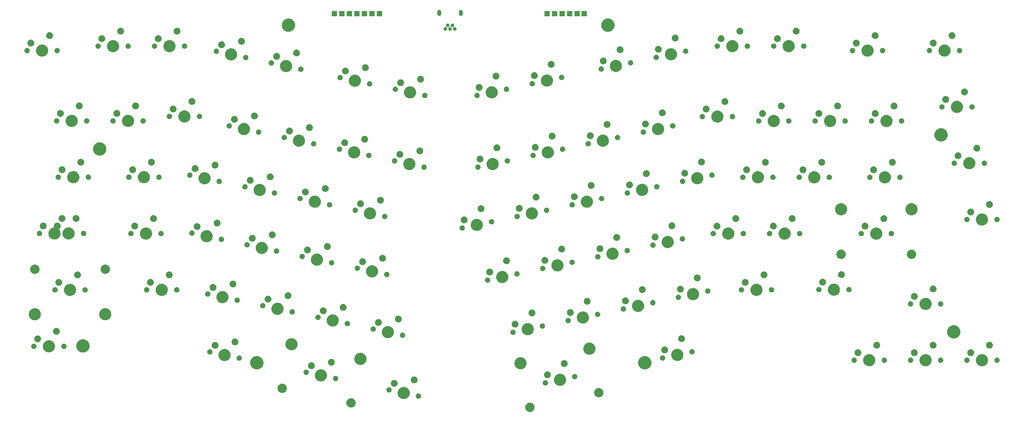
<source format=gts>
G04 #@! TF.GenerationSoftware,KiCad,Pcbnew,(5.99.0-670-ga8d9fcb4e)*
G04 #@! TF.CreationDate,2020-04-16T07:58:52+02:00*
G04 #@! TF.ProjectId,adelheid,6164656c-6865-4696-942e-6b696361645f,1.1*
G04 #@! TF.SameCoordinates,Original*
G04 #@! TF.FileFunction,Soldermask,Top*
G04 #@! TF.FilePolarity,Negative*
%FSLAX46Y46*%
G04 Gerber Fmt 4.6, Leading zero omitted, Abs format (unit mm)*
G04 Created by KiCad (PCBNEW (5.99.0-670-ga8d9fcb4e)) date 2020-04-16 07:58:52*
%MOMM*%
%LPD*%
G04 APERTURE LIST*
G04 APERTURE END LIST*
G36*
X202249790Y-134115198D02*
G01*
X202306416Y-134113221D01*
X202374792Y-134121859D01*
X202438270Y-134125241D01*
X202495040Y-134137049D01*
X202558025Y-134145006D01*
X202617625Y-134162547D01*
X202673031Y-134174072D01*
X202733898Y-134196769D01*
X202801316Y-134216611D01*
X202851181Y-134240502D01*
X202897690Y-134257845D01*
X202960540Y-134292898D01*
X203030029Y-134326192D01*
X203069820Y-134353847D01*
X203107108Y-134374644D01*
X203169484Y-134423115D01*
X203238281Y-134470930D01*
X203268215Y-134499837D01*
X203296445Y-134521774D01*
X203355643Y-134584265D01*
X203420712Y-134647102D01*
X203441533Y-134674934D01*
X203461342Y-134695845D01*
X203514498Y-134772468D01*
X203572630Y-134850175D01*
X203585550Y-134874888D01*
X203598016Y-134892858D01*
X203642209Y-134983267D01*
X203690126Y-135074924D01*
X203696760Y-135094867D01*
X203703318Y-135108283D01*
X203735667Y-135211825D01*
X203770178Y-135315568D01*
X203772437Y-135329518D01*
X203774824Y-135337157D01*
X203792602Y-135454019D01*
X203810725Y-135565915D01*
X203807724Y-135852503D01*
X203801254Y-135887757D01*
X203800704Y-135906276D01*
X203780383Y-136001469D01*
X203761942Y-136101946D01*
X203754433Y-136123034D01*
X203751024Y-136139003D01*
X203713150Y-136238971D01*
X203676869Y-136340860D01*
X203669402Y-136354442D01*
X203666072Y-136363232D01*
X203609017Y-136464281D01*
X203554691Y-136563100D01*
X203549394Y-136569880D01*
X203548185Y-136572021D01*
X203462016Y-136681719D01*
X203398554Y-136762947D01*
X203315880Y-136839504D01*
X203225130Y-136924575D01*
X203220816Y-136927535D01*
X203212473Y-136935260D01*
X203119750Y-136996865D01*
X203027398Y-137060218D01*
X203016443Y-137065502D01*
X203001237Y-137075605D01*
X202904861Y-137119323D01*
X202811434Y-137164387D01*
X202793169Y-137169989D01*
X202770279Y-137180372D01*
X202674161Y-137206487D01*
X202582190Y-137234693D01*
X202556428Y-137238474D01*
X202525541Y-137246866D01*
X202432949Y-137256598D01*
X202344954Y-137269513D01*
X202311983Y-137269312D01*
X202273321Y-137273375D01*
X202186982Y-137268548D01*
X202105173Y-137268048D01*
X202065760Y-137261770D01*
X202020107Y-137259218D01*
X201942220Y-137242093D01*
X201868384Y-137230333D01*
X201823754Y-137216047D01*
X201772414Y-137204759D01*
X201704549Y-137177889D01*
X201640009Y-137157230D01*
X201591825Y-137133259D01*
X201536614Y-137111399D01*
X201479753Y-137077503D01*
X201425334Y-137050430D01*
X201375639Y-137015439D01*
X201318774Y-136981541D01*
X201273280Y-136943367D01*
X201229280Y-136912386D01*
X201180415Y-136865444D01*
X201124498Y-136818524D01*
X201090148Y-136778730D01*
X201056359Y-136746270D01*
X201010904Y-136686925D01*
X200958784Y-136626543D01*
X200934820Y-136587590D01*
X200910556Y-136555911D01*
X200871207Y-136484188D01*
X200825897Y-136410537D01*
X200811085Y-136374601D01*
X200795224Y-136345690D01*
X200764726Y-136262124D01*
X200729254Y-136176063D01*
X200721947Y-136144909D01*
X200713017Y-136120441D01*
X200694077Y-136026086D01*
X200671342Y-135929154D01*
X200669589Y-135904092D01*
X200665828Y-135885353D01*
X200661031Y-135781702D01*
X200653651Y-135676163D01*
X200655305Y-135657984D01*
X200654743Y-135645831D01*
X200666547Y-135534456D01*
X200676636Y-135423597D01*
X200679464Y-135412583D01*
X200680015Y-135407384D01*
X200711657Y-135287200D01*
X200739706Y-135177955D01*
X200781002Y-135083432D01*
X200836483Y-134955529D01*
X200837790Y-134953450D01*
X200841238Y-134945557D01*
X200902381Y-134850682D01*
X200964081Y-134752515D01*
X200970226Y-134745409D01*
X200978621Y-134732382D01*
X201050981Y-134652018D01*
X201120913Y-134571143D01*
X201133339Y-134560549D01*
X201148318Y-134543913D01*
X201227931Y-134479903D01*
X201303383Y-134415575D01*
X201323165Y-134403334D01*
X201345966Y-134385001D01*
X201429183Y-134337727D01*
X201507276Y-134289401D01*
X201535068Y-134277575D01*
X201566478Y-134259732D01*
X201650018Y-134228664D01*
X201727918Y-134195517D01*
X201763896Y-134186313D01*
X201804181Y-134171331D01*
X201885053Y-134155318D01*
X201960213Y-134136090D01*
X202004076Y-134131751D01*
X202052961Y-134122071D01*
X202128619Y-134119429D01*
X202198831Y-134112483D01*
X202249790Y-134115198D01*
G37*
G36*
X141812463Y-132630602D02*
G01*
X141869089Y-132628625D01*
X141937465Y-132637263D01*
X142000943Y-132640645D01*
X142057713Y-132652453D01*
X142120698Y-132660410D01*
X142180298Y-132677951D01*
X142235704Y-132689476D01*
X142296571Y-132712173D01*
X142363989Y-132732015D01*
X142413854Y-132755906D01*
X142460363Y-132773249D01*
X142523213Y-132808302D01*
X142592702Y-132841596D01*
X142632493Y-132869251D01*
X142669781Y-132890048D01*
X142732157Y-132938519D01*
X142800954Y-132986334D01*
X142830888Y-133015241D01*
X142859118Y-133037178D01*
X142918316Y-133099669D01*
X142983385Y-133162506D01*
X143004206Y-133190338D01*
X143024015Y-133211249D01*
X143077171Y-133287872D01*
X143135303Y-133365579D01*
X143148223Y-133390292D01*
X143160689Y-133408262D01*
X143204882Y-133498671D01*
X143252799Y-133590328D01*
X143259433Y-133610271D01*
X143265991Y-133623687D01*
X143298340Y-133727229D01*
X143332851Y-133830972D01*
X143335110Y-133844922D01*
X143337497Y-133852561D01*
X143355275Y-133969423D01*
X143373398Y-134081319D01*
X143370397Y-134367907D01*
X143363927Y-134403161D01*
X143363377Y-134421680D01*
X143343056Y-134516873D01*
X143324615Y-134617350D01*
X143317106Y-134638438D01*
X143313697Y-134654407D01*
X143275823Y-134754375D01*
X143239542Y-134856264D01*
X143232075Y-134869846D01*
X143228745Y-134878636D01*
X143171690Y-134979685D01*
X143117364Y-135078504D01*
X143112067Y-135085284D01*
X143110858Y-135087425D01*
X143024689Y-135197123D01*
X142961227Y-135278351D01*
X142878553Y-135354908D01*
X142787803Y-135439979D01*
X142783489Y-135442939D01*
X142775146Y-135450664D01*
X142682423Y-135512269D01*
X142590071Y-135575622D01*
X142579116Y-135580906D01*
X142563910Y-135591009D01*
X142467534Y-135634727D01*
X142374107Y-135679791D01*
X142355842Y-135685393D01*
X142332952Y-135695776D01*
X142236834Y-135721891D01*
X142144863Y-135750097D01*
X142119101Y-135753878D01*
X142088214Y-135762270D01*
X141995622Y-135772002D01*
X141907627Y-135784917D01*
X141874656Y-135784716D01*
X141835994Y-135788779D01*
X141749655Y-135783952D01*
X141667846Y-135783452D01*
X141628433Y-135777174D01*
X141582780Y-135774622D01*
X141504893Y-135757497D01*
X141431057Y-135745737D01*
X141386427Y-135731451D01*
X141335087Y-135720163D01*
X141267222Y-135693293D01*
X141202682Y-135672634D01*
X141154498Y-135648663D01*
X141099287Y-135626803D01*
X141042426Y-135592907D01*
X140988007Y-135565834D01*
X140938312Y-135530843D01*
X140881447Y-135496945D01*
X140835953Y-135458771D01*
X140791953Y-135427790D01*
X140743088Y-135380848D01*
X140687171Y-135333928D01*
X140652821Y-135294134D01*
X140619032Y-135261674D01*
X140573577Y-135202329D01*
X140521457Y-135141947D01*
X140497493Y-135102994D01*
X140473229Y-135071315D01*
X140433880Y-134999592D01*
X140388570Y-134925941D01*
X140373758Y-134890005D01*
X140357897Y-134861094D01*
X140327399Y-134777528D01*
X140291927Y-134691467D01*
X140284620Y-134660313D01*
X140275690Y-134635845D01*
X140256750Y-134541490D01*
X140234015Y-134444558D01*
X140232262Y-134419496D01*
X140228501Y-134400757D01*
X140223704Y-134297106D01*
X140216324Y-134191567D01*
X140217978Y-134173388D01*
X140217416Y-134161235D01*
X140229220Y-134049860D01*
X140239309Y-133939001D01*
X140242137Y-133927987D01*
X140242688Y-133922788D01*
X140274330Y-133802604D01*
X140302379Y-133693359D01*
X140343675Y-133598836D01*
X140399156Y-133470933D01*
X140400463Y-133468854D01*
X140403911Y-133460961D01*
X140465054Y-133366086D01*
X140526754Y-133267919D01*
X140532899Y-133260813D01*
X140541294Y-133247786D01*
X140613654Y-133167422D01*
X140683586Y-133086547D01*
X140696012Y-133075953D01*
X140710991Y-133059317D01*
X140790604Y-132995307D01*
X140866056Y-132930979D01*
X140885838Y-132918738D01*
X140908639Y-132900405D01*
X140991856Y-132853131D01*
X141069949Y-132804805D01*
X141097741Y-132792979D01*
X141129151Y-132775136D01*
X141212691Y-132744068D01*
X141290591Y-132710921D01*
X141326569Y-132701717D01*
X141366854Y-132686735D01*
X141447726Y-132670722D01*
X141522886Y-132651494D01*
X141566749Y-132647155D01*
X141615634Y-132637475D01*
X141691292Y-132634833D01*
X141761504Y-132627887D01*
X141812463Y-132630602D01*
G37*
G36*
X159711815Y-128801655D02*
G01*
X159814911Y-128805255D01*
X159853500Y-128812059D01*
X159889665Y-128814715D01*
X159992373Y-128836546D01*
X160097393Y-128855064D01*
X160131255Y-128866066D01*
X160163202Y-128872857D01*
X160265466Y-128909675D01*
X160370194Y-128943703D01*
X160398981Y-128957743D01*
X160426320Y-128967586D01*
X160525919Y-129019655D01*
X160628004Y-129069445D01*
X160651590Y-129085354D01*
X160674150Y-129097148D01*
X160768819Y-129164426D01*
X160865805Y-129229844D01*
X160884287Y-129246485D01*
X160902101Y-129259145D01*
X160989544Y-129341259D01*
X161078968Y-129421777D01*
X161092647Y-129438079D01*
X161105956Y-129450577D01*
X161183902Y-129546833D01*
X161263345Y-129641509D01*
X161272725Y-129656519D01*
X161281946Y-129667907D01*
X161348208Y-129777318D01*
X161415347Y-129884763D01*
X161421087Y-129897656D01*
X161426813Y-129907110D01*
X161479324Y-130028457D01*
X161532016Y-130146804D01*
X161534921Y-130156934D01*
X161537878Y-130163768D01*
X161574844Y-130296163D01*
X161611079Y-130422532D01*
X161612044Y-130429400D01*
X161613081Y-130433113D01*
X161632892Y-130577737D01*
X161651000Y-130706580D01*
X161651000Y-130993420D01*
X161647727Y-131016710D01*
X161647552Y-131033398D01*
X161628283Y-131155060D01*
X161611079Y-131277468D01*
X161606200Y-131294482D01*
X161603908Y-131308955D01*
X161566943Y-131431390D01*
X161532016Y-131553196D01*
X161526275Y-131566092D01*
X161523081Y-131576669D01*
X161468020Y-131696933D01*
X161415347Y-131815237D01*
X161409768Y-131824165D01*
X161406665Y-131830943D01*
X161332997Y-131947025D01*
X161263345Y-132058491D01*
X161258884Y-132063808D01*
X161256821Y-132067058D01*
X161162632Y-132178516D01*
X161078968Y-132278223D01*
X161076482Y-132280462D01*
X161076320Y-132280653D01*
X160868498Y-132467777D01*
X160868291Y-132467918D01*
X160865805Y-132470156D01*
X160757988Y-132542880D01*
X160637206Y-132624963D01*
X160633754Y-132626677D01*
X160628004Y-132630555D01*
X160509908Y-132688154D01*
X160386718Y-132749306D01*
X160379652Y-132751684D01*
X160370194Y-132756297D01*
X160247069Y-132796303D01*
X160121674Y-132838503D01*
X160110818Y-132840574D01*
X160097393Y-132844936D01*
X159972605Y-132866939D01*
X159846978Y-132890904D01*
X159832345Y-132891671D01*
X159814911Y-132894745D01*
X159691361Y-132899060D01*
X159567710Y-132905540D01*
X159549525Y-132904013D01*
X159528246Y-132904756D01*
X159408518Y-132892172D01*
X159289040Y-132882139D01*
X159267720Y-132877374D01*
X159242978Y-132874773D01*
X159129432Y-132846463D01*
X159016117Y-132821134D01*
X158992261Y-132812262D01*
X158964659Y-132805380D01*
X158859359Y-132762836D01*
X158754012Y-132723658D01*
X158728404Y-132709927D01*
X158698705Y-132697928D01*
X158603325Y-132642860D01*
X158507552Y-132591507D01*
X158481132Y-132572312D01*
X158450295Y-132554508D01*
X158366255Y-132488849D01*
X158281313Y-132427135D01*
X158255142Y-132402038D01*
X158224262Y-132377912D01*
X158152605Y-132303709D01*
X158079473Y-132233578D01*
X158054713Y-132202338D01*
X158025006Y-132171576D01*
X157966428Y-132090951D01*
X157905767Y-132014415D01*
X157883647Y-131977012D01*
X157856406Y-131939518D01*
X157811265Y-131854621D01*
X157763412Y-131773705D01*
X157745179Y-131730331D01*
X157721743Y-131686254D01*
X157690067Y-131599225D01*
X157655044Y-131515909D01*
X157641933Y-131466977D01*
X157623638Y-131416713D01*
X157605119Y-131329588D01*
X157582663Y-131245781D01*
X157575862Y-131191941D01*
X157564001Y-131136141D01*
X157558035Y-131050830D01*
X157547615Y-130968342D01*
X157548221Y-130910478D01*
X157543992Y-130850000D01*
X157549711Y-130768212D01*
X157550544Y-130688705D01*
X157559523Y-130627901D01*
X157564001Y-130563859D01*
X157580309Y-130487135D01*
X157591396Y-130412054D01*
X157609549Y-130349569D01*
X157623638Y-130283287D01*
X157649248Y-130212924D01*
X157669416Y-130143505D01*
X157697351Y-130080761D01*
X157721743Y-130013746D01*
X157755225Y-129950776D01*
X157783159Y-129888035D01*
X157821251Y-129826598D01*
X157856406Y-129760482D01*
X157896233Y-129705665D01*
X157930524Y-129650359D01*
X157978905Y-129591877D01*
X158025006Y-129528424D01*
X158069600Y-129482245D01*
X158108781Y-129434884D01*
X158167308Y-129381066D01*
X158224262Y-129322088D01*
X158272039Y-129284760D01*
X158314627Y-129245599D01*
X158382885Y-129198158D01*
X158450295Y-129145492D01*
X158499715Y-129116960D01*
X158544268Y-129085994D01*
X158621559Y-129046612D01*
X158698705Y-129002072D01*
X158748304Y-128982033D01*
X158793436Y-128959037D01*
X158878787Y-128929314D01*
X158964659Y-128894620D01*
X159013090Y-128882545D01*
X159057530Y-128867069D01*
X159149693Y-128848486D01*
X159242978Y-128825227D01*
X159289068Y-128820383D01*
X159331668Y-128811793D01*
X159429136Y-128805661D01*
X159528246Y-128795244D01*
X159570986Y-128796737D01*
X159610764Y-128794234D01*
X159711815Y-128801655D01*
G37*
G36*
X164618892Y-131005475D02*
G01*
X164663627Y-131005787D01*
X164707450Y-131014782D01*
X164757350Y-131020027D01*
X164799122Y-131033600D01*
X164836713Y-131041316D01*
X164883841Y-131061127D01*
X164937478Y-131078555D01*
X164970089Y-131097383D01*
X164999604Y-131109790D01*
X165047291Y-131141955D01*
X165101501Y-131173253D01*
X165124816Y-131194246D01*
X165146091Y-131208596D01*
X165191173Y-131253994D01*
X165242251Y-131299985D01*
X165256993Y-131320275D01*
X165270598Y-131333976D01*
X165309633Y-131392729D01*
X165353576Y-131453211D01*
X165361211Y-131470360D01*
X165368378Y-131481147D01*
X165397855Y-131552664D01*
X165430611Y-131626234D01*
X165433201Y-131638417D01*
X165435714Y-131644515D01*
X165452282Y-131728189D01*
X165469989Y-131811493D01*
X165469989Y-132000891D01*
X165467105Y-132014461D01*
X165467020Y-132020523D01*
X165448332Y-132102777D01*
X165430611Y-132186150D01*
X165428119Y-132191747D01*
X165428068Y-132191972D01*
X165356200Y-132353389D01*
X165356068Y-132353577D01*
X165353576Y-132359173D01*
X165303470Y-132428138D01*
X165254347Y-132497774D01*
X165249575Y-132502318D01*
X165242251Y-132512399D01*
X165182386Y-132566302D01*
X165126386Y-132619630D01*
X165115454Y-132626568D01*
X165101501Y-132639131D01*
X165036754Y-132676513D01*
X164977201Y-132714306D01*
X164959199Y-132721289D01*
X164937478Y-132733829D01*
X164872105Y-132755070D01*
X164812458Y-132778206D01*
X164787190Y-132782661D01*
X164757350Y-132792357D01*
X164695085Y-132798901D01*
X164638450Y-132808887D01*
X164606449Y-132808217D01*
X164568990Y-132812154D01*
X164512892Y-132806258D01*
X164461789Y-132805188D01*
X164424313Y-132796948D01*
X164380630Y-132792357D01*
X164332907Y-132776851D01*
X164289215Y-132767244D01*
X164248220Y-132749334D01*
X164200502Y-132733829D01*
X164162463Y-132711867D01*
X164127300Y-132696505D01*
X164085327Y-132667333D01*
X164036479Y-132639131D01*
X164008494Y-132613933D01*
X163982205Y-132595662D01*
X163942247Y-132554284D01*
X163895729Y-132512399D01*
X163877286Y-132487015D01*
X163859463Y-132468558D01*
X163824811Y-132414789D01*
X163784404Y-132359173D01*
X163774202Y-132336258D01*
X163763744Y-132320031D01*
X163737779Y-132254453D01*
X163707369Y-132186150D01*
X163703466Y-132167788D01*
X163698697Y-132155743D01*
X163684730Y-132079640D01*
X163667991Y-132000891D01*
X163667991Y-131988438D01*
X163666801Y-131981954D01*
X163667991Y-131896727D01*
X163667991Y-131811493D01*
X163669265Y-131805500D01*
X163669268Y-131805269D01*
X163706005Y-131632438D01*
X163706095Y-131632228D01*
X163707369Y-131626234D01*
X163742032Y-131548380D01*
X163775612Y-131470031D01*
X163779338Y-131464589D01*
X163784404Y-131453211D01*
X163831736Y-131388064D01*
X163875442Y-131324233D01*
X163884696Y-131315171D01*
X163895729Y-131299985D01*
X163951287Y-131249961D01*
X164001683Y-131200609D01*
X164017838Y-131190038D01*
X164036479Y-131173253D01*
X164096016Y-131138879D01*
X164149541Y-131103854D01*
X164173330Y-131094242D01*
X164200502Y-131078555D01*
X164260035Y-131059211D01*
X164313366Y-131037664D01*
X164344810Y-131031666D01*
X164380630Y-131020027D01*
X164436734Y-131014130D01*
X164486935Y-131004554D01*
X164525302Y-131004822D01*
X164568990Y-131000230D01*
X164618892Y-131005475D01*
G37*
G36*
X225529703Y-129166900D02*
G01*
X225586329Y-129164923D01*
X225654705Y-129173561D01*
X225718183Y-129176943D01*
X225774953Y-129188751D01*
X225837938Y-129196708D01*
X225897538Y-129214249D01*
X225952944Y-129225774D01*
X226013811Y-129248471D01*
X226081229Y-129268313D01*
X226131094Y-129292204D01*
X226177603Y-129309547D01*
X226240453Y-129344600D01*
X226309942Y-129377894D01*
X226349733Y-129405549D01*
X226387021Y-129426346D01*
X226449397Y-129474817D01*
X226518194Y-129522632D01*
X226548128Y-129551539D01*
X226576358Y-129573476D01*
X226635556Y-129635967D01*
X226700625Y-129698804D01*
X226721446Y-129726636D01*
X226741255Y-129747547D01*
X226794411Y-129824170D01*
X226852543Y-129901877D01*
X226865463Y-129926590D01*
X226877929Y-129944560D01*
X226922122Y-130034969D01*
X226970039Y-130126626D01*
X226976673Y-130146569D01*
X226983231Y-130159985D01*
X227015580Y-130263527D01*
X227050091Y-130367270D01*
X227052350Y-130381220D01*
X227054737Y-130388859D01*
X227072515Y-130505721D01*
X227090638Y-130617617D01*
X227087637Y-130904205D01*
X227081167Y-130939459D01*
X227080617Y-130957978D01*
X227060296Y-131053171D01*
X227041855Y-131153648D01*
X227034346Y-131174736D01*
X227030937Y-131190705D01*
X226993063Y-131290673D01*
X226956782Y-131392562D01*
X226949315Y-131406144D01*
X226945985Y-131414934D01*
X226888930Y-131515983D01*
X226834604Y-131614802D01*
X226829307Y-131621582D01*
X226828098Y-131623723D01*
X226741929Y-131733421D01*
X226678467Y-131814649D01*
X226595793Y-131891206D01*
X226505043Y-131976277D01*
X226500729Y-131979237D01*
X226492386Y-131986962D01*
X226399663Y-132048567D01*
X226307311Y-132111920D01*
X226296356Y-132117204D01*
X226281150Y-132127307D01*
X226184774Y-132171025D01*
X226091347Y-132216089D01*
X226073082Y-132221691D01*
X226050192Y-132232074D01*
X225954074Y-132258189D01*
X225862103Y-132286395D01*
X225836341Y-132290176D01*
X225805454Y-132298568D01*
X225712862Y-132308300D01*
X225624867Y-132321215D01*
X225591896Y-132321014D01*
X225553234Y-132325077D01*
X225466895Y-132320250D01*
X225385086Y-132319750D01*
X225345673Y-132313472D01*
X225300020Y-132310920D01*
X225222133Y-132293795D01*
X225148297Y-132282035D01*
X225103667Y-132267749D01*
X225052327Y-132256461D01*
X224984462Y-132229591D01*
X224919922Y-132208932D01*
X224871738Y-132184961D01*
X224816527Y-132163101D01*
X224759666Y-132129205D01*
X224705247Y-132102132D01*
X224655552Y-132067141D01*
X224598687Y-132033243D01*
X224553193Y-131995069D01*
X224509193Y-131964088D01*
X224460328Y-131917146D01*
X224404411Y-131870226D01*
X224370061Y-131830432D01*
X224336272Y-131797972D01*
X224290817Y-131738627D01*
X224238697Y-131678245D01*
X224214733Y-131639292D01*
X224190469Y-131607613D01*
X224151120Y-131535890D01*
X224105810Y-131462239D01*
X224090998Y-131426303D01*
X224075137Y-131397392D01*
X224044639Y-131313826D01*
X224009167Y-131227765D01*
X224001860Y-131196611D01*
X223992930Y-131172143D01*
X223973990Y-131077788D01*
X223951255Y-130980856D01*
X223949502Y-130955794D01*
X223945741Y-130937055D01*
X223940944Y-130833404D01*
X223933564Y-130727865D01*
X223935218Y-130709686D01*
X223934656Y-130697533D01*
X223946460Y-130586158D01*
X223956549Y-130475299D01*
X223959377Y-130464285D01*
X223959928Y-130459086D01*
X223991570Y-130338902D01*
X224019619Y-130229657D01*
X224060915Y-130135134D01*
X224116396Y-130007231D01*
X224117703Y-130005152D01*
X224121151Y-129997259D01*
X224182294Y-129902384D01*
X224243994Y-129804217D01*
X224250139Y-129797111D01*
X224258534Y-129784084D01*
X224330894Y-129703720D01*
X224400826Y-129622845D01*
X224413252Y-129612251D01*
X224428231Y-129595615D01*
X224507844Y-129531605D01*
X224583296Y-129467277D01*
X224603078Y-129455036D01*
X224625879Y-129436703D01*
X224709096Y-129389429D01*
X224787189Y-129341103D01*
X224814981Y-129329277D01*
X224846391Y-129311434D01*
X224929931Y-129280366D01*
X225007831Y-129247219D01*
X225043809Y-129238015D01*
X225084094Y-129223033D01*
X225164966Y-129207020D01*
X225240126Y-129187792D01*
X225283989Y-129183453D01*
X225332874Y-129173773D01*
X225408532Y-129171131D01*
X225478744Y-129164185D01*
X225529703Y-129166900D01*
G37*
G36*
X118532550Y-127682304D02*
G01*
X118589176Y-127680327D01*
X118657552Y-127688965D01*
X118721030Y-127692347D01*
X118777800Y-127704155D01*
X118840785Y-127712112D01*
X118900385Y-127729653D01*
X118955791Y-127741178D01*
X119016658Y-127763875D01*
X119084076Y-127783717D01*
X119133941Y-127807608D01*
X119180450Y-127824951D01*
X119243300Y-127860004D01*
X119312789Y-127893298D01*
X119352580Y-127920953D01*
X119389868Y-127941750D01*
X119452244Y-127990221D01*
X119521041Y-128038036D01*
X119550975Y-128066943D01*
X119579205Y-128088880D01*
X119638403Y-128151371D01*
X119703472Y-128214208D01*
X119724293Y-128242040D01*
X119744102Y-128262951D01*
X119797258Y-128339574D01*
X119855390Y-128417281D01*
X119868310Y-128441994D01*
X119880776Y-128459964D01*
X119924969Y-128550373D01*
X119972886Y-128642030D01*
X119979520Y-128661973D01*
X119986078Y-128675389D01*
X120018427Y-128778931D01*
X120052938Y-128882674D01*
X120055197Y-128896624D01*
X120057584Y-128904263D01*
X120075362Y-129021125D01*
X120093485Y-129133021D01*
X120090484Y-129419609D01*
X120084014Y-129454863D01*
X120083464Y-129473382D01*
X120063143Y-129568575D01*
X120044702Y-129669052D01*
X120037193Y-129690140D01*
X120033784Y-129706109D01*
X119995910Y-129806077D01*
X119959629Y-129907966D01*
X119952162Y-129921548D01*
X119948832Y-129930338D01*
X119891777Y-130031387D01*
X119837451Y-130130206D01*
X119832154Y-130136986D01*
X119830945Y-130139127D01*
X119744776Y-130248825D01*
X119681314Y-130330053D01*
X119598640Y-130406610D01*
X119507890Y-130491681D01*
X119503576Y-130494641D01*
X119495233Y-130502366D01*
X119402510Y-130563971D01*
X119310158Y-130627324D01*
X119299203Y-130632608D01*
X119283997Y-130642711D01*
X119187621Y-130686429D01*
X119094194Y-130731493D01*
X119075929Y-130737095D01*
X119053039Y-130747478D01*
X118956921Y-130773593D01*
X118864950Y-130801799D01*
X118839188Y-130805580D01*
X118808301Y-130813972D01*
X118715709Y-130823704D01*
X118627714Y-130836619D01*
X118594743Y-130836418D01*
X118556081Y-130840481D01*
X118469742Y-130835654D01*
X118387933Y-130835154D01*
X118348520Y-130828876D01*
X118302867Y-130826324D01*
X118224980Y-130809199D01*
X118151144Y-130797439D01*
X118106514Y-130783153D01*
X118055174Y-130771865D01*
X117987309Y-130744995D01*
X117922769Y-130724336D01*
X117874585Y-130700365D01*
X117819374Y-130678505D01*
X117762513Y-130644609D01*
X117708094Y-130617536D01*
X117658399Y-130582545D01*
X117601534Y-130548647D01*
X117556040Y-130510473D01*
X117512040Y-130479492D01*
X117463175Y-130432550D01*
X117407258Y-130385630D01*
X117372908Y-130345836D01*
X117339119Y-130313376D01*
X117293664Y-130254031D01*
X117241544Y-130193649D01*
X117217580Y-130154696D01*
X117193316Y-130123017D01*
X117153967Y-130051294D01*
X117108657Y-129977643D01*
X117093845Y-129941707D01*
X117077984Y-129912796D01*
X117047486Y-129829230D01*
X117012014Y-129743169D01*
X117004707Y-129712015D01*
X116995777Y-129687547D01*
X116976837Y-129593192D01*
X116954102Y-129496260D01*
X116952349Y-129471198D01*
X116948588Y-129452459D01*
X116943791Y-129348808D01*
X116936411Y-129243269D01*
X116938065Y-129225090D01*
X116937503Y-129212937D01*
X116949307Y-129101562D01*
X116959396Y-128990703D01*
X116962224Y-128979689D01*
X116962775Y-128974490D01*
X116994417Y-128854306D01*
X117022466Y-128745061D01*
X117063762Y-128650538D01*
X117119243Y-128522635D01*
X117120550Y-128520556D01*
X117123998Y-128512663D01*
X117185141Y-128417788D01*
X117246841Y-128319621D01*
X117252986Y-128312515D01*
X117261381Y-128299488D01*
X117333741Y-128219124D01*
X117403673Y-128138249D01*
X117416099Y-128127655D01*
X117431078Y-128111019D01*
X117510691Y-128047009D01*
X117586143Y-127982681D01*
X117605925Y-127970440D01*
X117628726Y-127952107D01*
X117711943Y-127904833D01*
X117790036Y-127856507D01*
X117817828Y-127844681D01*
X117849238Y-127826838D01*
X117932778Y-127795770D01*
X118010678Y-127762623D01*
X118046656Y-127753419D01*
X118086941Y-127738437D01*
X118167813Y-127722424D01*
X118242973Y-127703196D01*
X118286836Y-127698857D01*
X118335721Y-127689177D01*
X118411379Y-127686535D01*
X118481591Y-127679589D01*
X118532550Y-127682304D01*
G37*
G36*
X154680912Y-128893092D02*
G01*
X154725647Y-128893404D01*
X154769470Y-128902399D01*
X154819370Y-128907644D01*
X154861142Y-128921217D01*
X154898733Y-128928933D01*
X154945861Y-128948744D01*
X154999498Y-128966172D01*
X155032109Y-128985000D01*
X155061624Y-128997407D01*
X155109311Y-129029572D01*
X155163521Y-129060870D01*
X155186836Y-129081863D01*
X155208111Y-129096213D01*
X155253193Y-129141611D01*
X155304271Y-129187602D01*
X155319013Y-129207892D01*
X155332618Y-129221593D01*
X155371653Y-129280346D01*
X155415596Y-129340828D01*
X155423231Y-129357977D01*
X155430398Y-129368764D01*
X155459875Y-129440281D01*
X155492631Y-129513851D01*
X155495221Y-129526034D01*
X155497734Y-129532132D01*
X155514302Y-129615806D01*
X155532009Y-129699110D01*
X155532009Y-129888508D01*
X155529125Y-129902078D01*
X155529040Y-129908140D01*
X155510352Y-129990394D01*
X155492631Y-130073767D01*
X155490139Y-130079364D01*
X155490088Y-130079589D01*
X155418220Y-130241006D01*
X155418088Y-130241194D01*
X155415596Y-130246790D01*
X155365490Y-130315755D01*
X155316367Y-130385391D01*
X155311595Y-130389935D01*
X155304271Y-130400016D01*
X155244406Y-130453919D01*
X155188406Y-130507247D01*
X155177474Y-130514185D01*
X155163521Y-130526748D01*
X155098774Y-130564130D01*
X155039221Y-130601923D01*
X155021219Y-130608906D01*
X154999498Y-130621446D01*
X154934125Y-130642687D01*
X154874478Y-130665823D01*
X154849210Y-130670278D01*
X154819370Y-130679974D01*
X154757105Y-130686518D01*
X154700470Y-130696504D01*
X154668469Y-130695834D01*
X154631010Y-130699771D01*
X154574912Y-130693875D01*
X154523809Y-130692805D01*
X154486333Y-130684565D01*
X154442650Y-130679974D01*
X154394927Y-130664468D01*
X154351235Y-130654861D01*
X154310240Y-130636951D01*
X154262522Y-130621446D01*
X154224483Y-130599484D01*
X154189320Y-130584122D01*
X154147347Y-130554950D01*
X154098499Y-130526748D01*
X154070514Y-130501550D01*
X154044225Y-130483279D01*
X154004267Y-130441901D01*
X153957749Y-130400016D01*
X153939306Y-130374632D01*
X153921483Y-130356175D01*
X153886831Y-130302406D01*
X153846424Y-130246790D01*
X153836222Y-130223875D01*
X153825764Y-130207648D01*
X153799799Y-130142070D01*
X153769389Y-130073767D01*
X153765486Y-130055405D01*
X153760717Y-130043360D01*
X153746750Y-129967257D01*
X153730011Y-129888508D01*
X153730011Y-129876055D01*
X153728821Y-129869571D01*
X153730011Y-129784344D01*
X153730011Y-129699110D01*
X153731285Y-129693117D01*
X153731288Y-129692886D01*
X153768025Y-129520055D01*
X153768115Y-129519845D01*
X153769389Y-129513851D01*
X153804052Y-129435997D01*
X153837632Y-129357648D01*
X153841358Y-129352206D01*
X153846424Y-129340828D01*
X153893756Y-129275681D01*
X153937462Y-129211850D01*
X153946716Y-129202788D01*
X153957749Y-129187602D01*
X154013307Y-129137578D01*
X154063703Y-129088226D01*
X154079858Y-129077655D01*
X154098499Y-129060870D01*
X154158036Y-129026496D01*
X154211561Y-128991471D01*
X154235350Y-128981859D01*
X154262522Y-128966172D01*
X154322055Y-128946828D01*
X154375386Y-128925281D01*
X154406830Y-128919283D01*
X154442650Y-128907644D01*
X154498754Y-128901747D01*
X154548955Y-128892171D01*
X154587322Y-128892439D01*
X154631010Y-128887847D01*
X154680912Y-128893092D01*
G37*
G36*
X156444095Y-126420364D02*
G01*
X156467876Y-126419617D01*
X156546274Y-126431194D01*
X156627853Y-126439840D01*
X156650600Y-126446599D01*
X156671136Y-126449632D01*
X156749107Y-126475872D01*
X156830628Y-126500097D01*
X156849066Y-126509512D01*
X156865870Y-126515167D01*
X156940608Y-126556256D01*
X157019027Y-126596298D01*
X157033046Y-126607075D01*
X157045914Y-126614149D01*
X157114543Y-126669723D01*
X157186740Y-126725222D01*
X157196529Y-126736113D01*
X157205591Y-126743451D01*
X157265292Y-126812616D01*
X157328150Y-126882549D01*
X157334212Y-126892461D01*
X157339846Y-126898988D01*
X157387921Y-126980278D01*
X157438521Y-127063012D01*
X157441589Y-127071025D01*
X157444437Y-127075841D01*
X157478507Y-127167451D01*
X157514157Y-127260567D01*
X157515161Y-127266012D01*
X157516053Y-127268410D01*
X157533969Y-127367984D01*
X157552526Y-127468597D01*
X157545176Y-127740228D01*
X157521371Y-127839000D01*
X157498567Y-127936226D01*
X157497151Y-127939499D01*
X157495613Y-127945879D01*
X157455307Y-128036196D01*
X157416966Y-128124798D01*
X157413311Y-128130299D01*
X157409404Y-128139054D01*
X157354984Y-128218088D01*
X157303264Y-128295932D01*
X157296593Y-128302888D01*
X157289435Y-128313284D01*
X157223613Y-128378991D01*
X157161057Y-128444224D01*
X157150804Y-128451673D01*
X157139724Y-128462734D01*
X157065469Y-128513673D01*
X156994833Y-128564993D01*
X156980696Y-128571827D01*
X156965285Y-128582399D01*
X156885715Y-128617743D01*
X156809846Y-128654419D01*
X156791803Y-128659457D01*
X156771959Y-128668271D01*
X156690215Y-128687820D01*
X156611955Y-128709671D01*
X156590284Y-128711719D01*
X156566222Y-128717474D01*
X156485274Y-128721646D01*
X156407407Y-128729006D01*
X156382702Y-128726931D01*
X156354963Y-128728361D01*
X156277574Y-128718104D01*
X156202661Y-128711813D01*
X156175789Y-128704613D01*
X156145258Y-128700566D01*
X156073904Y-128677313D01*
X156004196Y-128658635D01*
X155976283Y-128645500D01*
X155944130Y-128635022D01*
X155880855Y-128600595D01*
X155818290Y-128571154D01*
X155790675Y-128551529D01*
X155758314Y-128533922D01*
X155704714Y-128490440D01*
X155650812Y-128452134D01*
X155624990Y-128425766D01*
X155594034Y-128400653D01*
X155551210Y-128350424D01*
X155507058Y-128305337D01*
X155484613Y-128272310D01*
X155456791Y-128239677D01*
X155425340Y-128185092D01*
X155391569Y-128135400D01*
X155374099Y-128096162D01*
X155351181Y-128056387D01*
X155331207Y-127999826D01*
X155308000Y-127947702D01*
X155297033Y-127903052D01*
X155280742Y-127856920D01*
X155271879Y-127800645D01*
X155258989Y-127748166D01*
X155255913Y-127699265D01*
X155247832Y-127647957D01*
X155249292Y-127594019D01*
X155246089Y-127543114D01*
X155252067Y-127491447D01*
X155253554Y-127436495D01*
X155264190Y-127386670D01*
X155269705Y-127339006D01*
X155285611Y-127286322D01*
X155297716Y-127229617D01*
X155316094Y-127185357D01*
X155329089Y-127142317D01*
X155355445Y-127090591D01*
X155378839Y-127034252D01*
X155403332Y-126996608D01*
X155422369Y-126959246D01*
X155459291Y-126910602D01*
X155494206Y-126856941D01*
X155523065Y-126826583D01*
X155546590Y-126795590D01*
X155593768Y-126752208D01*
X155639954Y-126703623D01*
X155671421Y-126680803D01*
X155697835Y-126656514D01*
X155754502Y-126620552D01*
X155811201Y-126579433D01*
X155843560Y-126564033D01*
X155871309Y-126546423D01*
X155936259Y-126519917D01*
X156002212Y-126488530D01*
X156033913Y-126480065D01*
X156061545Y-126468789D01*
X156133126Y-126453574D01*
X156206591Y-126433958D01*
X156236286Y-126431647D01*
X156262515Y-126426072D01*
X156338690Y-126423678D01*
X156417492Y-126417545D01*
X156444095Y-126420364D01*
G37*
G36*
X212531081Y-124323193D02*
G01*
X212634177Y-124326793D01*
X212672766Y-124333597D01*
X212708931Y-124336253D01*
X212811639Y-124358084D01*
X212916659Y-124376602D01*
X212950521Y-124387604D01*
X212982468Y-124394395D01*
X213084732Y-124431213D01*
X213189460Y-124465241D01*
X213218247Y-124479281D01*
X213245586Y-124489124D01*
X213345185Y-124541193D01*
X213447270Y-124590983D01*
X213470856Y-124606892D01*
X213493416Y-124618686D01*
X213588085Y-124685964D01*
X213685071Y-124751382D01*
X213703553Y-124768023D01*
X213721367Y-124780683D01*
X213808810Y-124862797D01*
X213898234Y-124943315D01*
X213911913Y-124959617D01*
X213925222Y-124972115D01*
X214003168Y-125068371D01*
X214082611Y-125163047D01*
X214091991Y-125178057D01*
X214101212Y-125189445D01*
X214167474Y-125298856D01*
X214234613Y-125406301D01*
X214240353Y-125419194D01*
X214246079Y-125428648D01*
X214298590Y-125549995D01*
X214351282Y-125668342D01*
X214354187Y-125678472D01*
X214357144Y-125685306D01*
X214394092Y-125817638D01*
X214430345Y-125944070D01*
X214431310Y-125950938D01*
X214432347Y-125954651D01*
X214452158Y-126099275D01*
X214470266Y-126228118D01*
X214470266Y-126514958D01*
X214466993Y-126538248D01*
X214466818Y-126554936D01*
X214447549Y-126676598D01*
X214430345Y-126799006D01*
X214425466Y-126816020D01*
X214423174Y-126830493D01*
X214386209Y-126952928D01*
X214351282Y-127074734D01*
X214345541Y-127087630D01*
X214342347Y-127098207D01*
X214287286Y-127218471D01*
X214234613Y-127336775D01*
X214229034Y-127345703D01*
X214225931Y-127352481D01*
X214152263Y-127468563D01*
X214082611Y-127580029D01*
X214078150Y-127585346D01*
X214076087Y-127588596D01*
X213981898Y-127700054D01*
X213898234Y-127799761D01*
X213895748Y-127802000D01*
X213895586Y-127802191D01*
X213687764Y-127989315D01*
X213687557Y-127989456D01*
X213685071Y-127991694D01*
X213577254Y-128064418D01*
X213456472Y-128146501D01*
X213453020Y-128148215D01*
X213447270Y-128152093D01*
X213329174Y-128209692D01*
X213205984Y-128270844D01*
X213198918Y-128273222D01*
X213189460Y-128277835D01*
X213066335Y-128317841D01*
X212940940Y-128360041D01*
X212930084Y-128362112D01*
X212916659Y-128366474D01*
X212791871Y-128388477D01*
X212666244Y-128412442D01*
X212651611Y-128413209D01*
X212634177Y-128416283D01*
X212510627Y-128420598D01*
X212386976Y-128427078D01*
X212368791Y-128425551D01*
X212347512Y-128426294D01*
X212227784Y-128413710D01*
X212108306Y-128403677D01*
X212086986Y-128398912D01*
X212062244Y-128396311D01*
X211948698Y-128368001D01*
X211835383Y-128342672D01*
X211811527Y-128333800D01*
X211783925Y-128326918D01*
X211678625Y-128284374D01*
X211573278Y-128245196D01*
X211547670Y-128231465D01*
X211517971Y-128219466D01*
X211422591Y-128164398D01*
X211326818Y-128113045D01*
X211300398Y-128093850D01*
X211269561Y-128076046D01*
X211185521Y-128010387D01*
X211100579Y-127948673D01*
X211074408Y-127923576D01*
X211043528Y-127899450D01*
X210971871Y-127825247D01*
X210898739Y-127755116D01*
X210873979Y-127723876D01*
X210844272Y-127693114D01*
X210785694Y-127612489D01*
X210725033Y-127535953D01*
X210702913Y-127498550D01*
X210675672Y-127461056D01*
X210630531Y-127376159D01*
X210582678Y-127295243D01*
X210564445Y-127251869D01*
X210541009Y-127207792D01*
X210509333Y-127120763D01*
X210474310Y-127037447D01*
X210461199Y-126988515D01*
X210442904Y-126938251D01*
X210424385Y-126851126D01*
X210401929Y-126767319D01*
X210395128Y-126713479D01*
X210383267Y-126657679D01*
X210377301Y-126572368D01*
X210366881Y-126489880D01*
X210367487Y-126432016D01*
X210363258Y-126371538D01*
X210368977Y-126289750D01*
X210369810Y-126210243D01*
X210378789Y-126149439D01*
X210383267Y-126085397D01*
X210399575Y-126008673D01*
X210410662Y-125933592D01*
X210428815Y-125871107D01*
X210442904Y-125804825D01*
X210468514Y-125734462D01*
X210488682Y-125665043D01*
X210516617Y-125602299D01*
X210541009Y-125535284D01*
X210574491Y-125472314D01*
X210602425Y-125409573D01*
X210640517Y-125348136D01*
X210675672Y-125282020D01*
X210715499Y-125227203D01*
X210749790Y-125171897D01*
X210798171Y-125113415D01*
X210844272Y-125049962D01*
X210888866Y-125003783D01*
X210928047Y-124956422D01*
X210986574Y-124902604D01*
X211043528Y-124843626D01*
X211091305Y-124806298D01*
X211133893Y-124767137D01*
X211202151Y-124719696D01*
X211269561Y-124667030D01*
X211318981Y-124638498D01*
X211363534Y-124607532D01*
X211440825Y-124568150D01*
X211517971Y-124523610D01*
X211567570Y-124503571D01*
X211612702Y-124480575D01*
X211698053Y-124450852D01*
X211783925Y-124416158D01*
X211832356Y-124404083D01*
X211876796Y-124388607D01*
X211968959Y-124370024D01*
X212062244Y-124346765D01*
X212108334Y-124341921D01*
X212150934Y-124333331D01*
X212248402Y-124327199D01*
X212347512Y-124316782D01*
X212390252Y-124318275D01*
X212430030Y-124315772D01*
X212531081Y-124323193D01*
G37*
G36*
X207500178Y-126527012D02*
G01*
X207544913Y-126527324D01*
X207588736Y-126536319D01*
X207638636Y-126541564D01*
X207680408Y-126555137D01*
X207717999Y-126562853D01*
X207765127Y-126582664D01*
X207818764Y-126600092D01*
X207851375Y-126618920D01*
X207880890Y-126631327D01*
X207928577Y-126663492D01*
X207982787Y-126694790D01*
X208006102Y-126715783D01*
X208027377Y-126730133D01*
X208072459Y-126775531D01*
X208123537Y-126821522D01*
X208138279Y-126841812D01*
X208151884Y-126855513D01*
X208190919Y-126914266D01*
X208234862Y-126974748D01*
X208242497Y-126991897D01*
X208249664Y-127002684D01*
X208279141Y-127074201D01*
X208311897Y-127147771D01*
X208314487Y-127159954D01*
X208317000Y-127166052D01*
X208333568Y-127249726D01*
X208351275Y-127333030D01*
X208351275Y-127522428D01*
X208348391Y-127535998D01*
X208348306Y-127542060D01*
X208329618Y-127624314D01*
X208311897Y-127707687D01*
X208309405Y-127713284D01*
X208309354Y-127713509D01*
X208237486Y-127874926D01*
X208237354Y-127875114D01*
X208234862Y-127880710D01*
X208184756Y-127949675D01*
X208135633Y-128019311D01*
X208130861Y-128023855D01*
X208123537Y-128033936D01*
X208063672Y-128087839D01*
X208007672Y-128141167D01*
X207996740Y-128148105D01*
X207982787Y-128160668D01*
X207918040Y-128198050D01*
X207858487Y-128235843D01*
X207840485Y-128242826D01*
X207818764Y-128255366D01*
X207753391Y-128276607D01*
X207693744Y-128299743D01*
X207668476Y-128304198D01*
X207638636Y-128313894D01*
X207576371Y-128320438D01*
X207519736Y-128330424D01*
X207487735Y-128329754D01*
X207450276Y-128333691D01*
X207394178Y-128327795D01*
X207343075Y-128326725D01*
X207305599Y-128318485D01*
X207261916Y-128313894D01*
X207214193Y-128298388D01*
X207170501Y-128288781D01*
X207129506Y-128270871D01*
X207081788Y-128255366D01*
X207043749Y-128233404D01*
X207008586Y-128218042D01*
X206966613Y-128188870D01*
X206917765Y-128160668D01*
X206889780Y-128135470D01*
X206863491Y-128117199D01*
X206823533Y-128075821D01*
X206777015Y-128033936D01*
X206758572Y-128008552D01*
X206740749Y-127990095D01*
X206706097Y-127936326D01*
X206665690Y-127880710D01*
X206655488Y-127857795D01*
X206645030Y-127841568D01*
X206619065Y-127775990D01*
X206588655Y-127707687D01*
X206584752Y-127689325D01*
X206579983Y-127677280D01*
X206566016Y-127601177D01*
X206549277Y-127522428D01*
X206549277Y-127509975D01*
X206548087Y-127503491D01*
X206549277Y-127418264D01*
X206549277Y-127333030D01*
X206550551Y-127327037D01*
X206550554Y-127326806D01*
X206587291Y-127153975D01*
X206587381Y-127153765D01*
X206588655Y-127147771D01*
X206623318Y-127069917D01*
X206656898Y-126991568D01*
X206660624Y-126986126D01*
X206665690Y-126974748D01*
X206713022Y-126909601D01*
X206756728Y-126845770D01*
X206765982Y-126836708D01*
X206777015Y-126821522D01*
X206832573Y-126771498D01*
X206882969Y-126722146D01*
X206899124Y-126711575D01*
X206917765Y-126694790D01*
X206977302Y-126660416D01*
X207030827Y-126625391D01*
X207054616Y-126615779D01*
X207081788Y-126600092D01*
X207141321Y-126580748D01*
X207194652Y-126559201D01*
X207226096Y-126553203D01*
X207261916Y-126541564D01*
X207318020Y-126535667D01*
X207368221Y-126526091D01*
X207406588Y-126526359D01*
X207450276Y-126521767D01*
X207500178Y-126527012D01*
G37*
G36*
X163183428Y-125256108D02*
G01*
X163207209Y-125255361D01*
X163285607Y-125266938D01*
X163367186Y-125275584D01*
X163389933Y-125282343D01*
X163410469Y-125285376D01*
X163488440Y-125311616D01*
X163569961Y-125335841D01*
X163588399Y-125345256D01*
X163605203Y-125350911D01*
X163679941Y-125392000D01*
X163758360Y-125432042D01*
X163772379Y-125442819D01*
X163785247Y-125449893D01*
X163853876Y-125505467D01*
X163926073Y-125560966D01*
X163935862Y-125571857D01*
X163944924Y-125579195D01*
X164004625Y-125648360D01*
X164067483Y-125718293D01*
X164073545Y-125728205D01*
X164079179Y-125734732D01*
X164127254Y-125816022D01*
X164177854Y-125898756D01*
X164180922Y-125906769D01*
X164183770Y-125911585D01*
X164217840Y-126003195D01*
X164253490Y-126096311D01*
X164254494Y-126101756D01*
X164255386Y-126104154D01*
X164273302Y-126203728D01*
X164291859Y-126304341D01*
X164284509Y-126575972D01*
X164260704Y-126674744D01*
X164237900Y-126771970D01*
X164236484Y-126775243D01*
X164234946Y-126781623D01*
X164194640Y-126871940D01*
X164156299Y-126960542D01*
X164152644Y-126966043D01*
X164148737Y-126974798D01*
X164094317Y-127053832D01*
X164042597Y-127131676D01*
X164035926Y-127138632D01*
X164028768Y-127149028D01*
X163962946Y-127214735D01*
X163900390Y-127279968D01*
X163890137Y-127287417D01*
X163879057Y-127298478D01*
X163804802Y-127349417D01*
X163734166Y-127400737D01*
X163720029Y-127407571D01*
X163704618Y-127418143D01*
X163625048Y-127453487D01*
X163549179Y-127490163D01*
X163531136Y-127495201D01*
X163511292Y-127504015D01*
X163429548Y-127523564D01*
X163351288Y-127545415D01*
X163329617Y-127547463D01*
X163305555Y-127553218D01*
X163224607Y-127557390D01*
X163146740Y-127564750D01*
X163122035Y-127562675D01*
X163094296Y-127564105D01*
X163016907Y-127553848D01*
X162941994Y-127547557D01*
X162915122Y-127540357D01*
X162884591Y-127536310D01*
X162813237Y-127513057D01*
X162743529Y-127494379D01*
X162715616Y-127481244D01*
X162683463Y-127470766D01*
X162620188Y-127436339D01*
X162557623Y-127406898D01*
X162530008Y-127387273D01*
X162497647Y-127369666D01*
X162444047Y-127326184D01*
X162390145Y-127287878D01*
X162364323Y-127261510D01*
X162333367Y-127236397D01*
X162290543Y-127186168D01*
X162246391Y-127141081D01*
X162223946Y-127108054D01*
X162196124Y-127075421D01*
X162164673Y-127020836D01*
X162130902Y-126971144D01*
X162113432Y-126931906D01*
X162090514Y-126892131D01*
X162070540Y-126835570D01*
X162047333Y-126783446D01*
X162036366Y-126738796D01*
X162020075Y-126692664D01*
X162011212Y-126636389D01*
X161998322Y-126583910D01*
X161995246Y-126535009D01*
X161987165Y-126483701D01*
X161988625Y-126429763D01*
X161985422Y-126378858D01*
X161991400Y-126327191D01*
X161992887Y-126272239D01*
X162003523Y-126222414D01*
X162009038Y-126174750D01*
X162024944Y-126122066D01*
X162037049Y-126065361D01*
X162055427Y-126021101D01*
X162068422Y-125978061D01*
X162094778Y-125926335D01*
X162118172Y-125869996D01*
X162142665Y-125832352D01*
X162161702Y-125794990D01*
X162198624Y-125746346D01*
X162233539Y-125692685D01*
X162262398Y-125662327D01*
X162285923Y-125631334D01*
X162333101Y-125587952D01*
X162379287Y-125539367D01*
X162410754Y-125516547D01*
X162437168Y-125492258D01*
X162493835Y-125456296D01*
X162550534Y-125415177D01*
X162582893Y-125399777D01*
X162610642Y-125382167D01*
X162675592Y-125355661D01*
X162741545Y-125324274D01*
X162773246Y-125315809D01*
X162800878Y-125304533D01*
X162872459Y-125289318D01*
X162945924Y-125269702D01*
X162975619Y-125267391D01*
X163001848Y-125261816D01*
X163078023Y-125259422D01*
X163156825Y-125253289D01*
X163183428Y-125256108D01*
G37*
G36*
X131724604Y-122838597D02*
G01*
X131827700Y-122842197D01*
X131866289Y-122849001D01*
X131902454Y-122851657D01*
X132005162Y-122873488D01*
X132110182Y-122892006D01*
X132144044Y-122903008D01*
X132175991Y-122909799D01*
X132278255Y-122946617D01*
X132382983Y-122980645D01*
X132411770Y-122994685D01*
X132439109Y-123004528D01*
X132538708Y-123056597D01*
X132640793Y-123106387D01*
X132664379Y-123122296D01*
X132686939Y-123134090D01*
X132781608Y-123201368D01*
X132878594Y-123266786D01*
X132897076Y-123283427D01*
X132914890Y-123296087D01*
X133002333Y-123378201D01*
X133091757Y-123458719D01*
X133105436Y-123475021D01*
X133118745Y-123487519D01*
X133196691Y-123583775D01*
X133276134Y-123678451D01*
X133285514Y-123693461D01*
X133294735Y-123704849D01*
X133360997Y-123814260D01*
X133428136Y-123921705D01*
X133433876Y-123934598D01*
X133439602Y-123944052D01*
X133492113Y-124065399D01*
X133544805Y-124183746D01*
X133547710Y-124193876D01*
X133550667Y-124200710D01*
X133587633Y-124333105D01*
X133623868Y-124459474D01*
X133624833Y-124466342D01*
X133625870Y-124470055D01*
X133645681Y-124614679D01*
X133663789Y-124743522D01*
X133663789Y-125030362D01*
X133660516Y-125053652D01*
X133660341Y-125070340D01*
X133641072Y-125192002D01*
X133623868Y-125314410D01*
X133618989Y-125331424D01*
X133616697Y-125345897D01*
X133579732Y-125468332D01*
X133544805Y-125590138D01*
X133539064Y-125603034D01*
X133535870Y-125613611D01*
X133480809Y-125733875D01*
X133428136Y-125852179D01*
X133422557Y-125861107D01*
X133419454Y-125867885D01*
X133345786Y-125983967D01*
X133276134Y-126095433D01*
X133271673Y-126100750D01*
X133269610Y-126104000D01*
X133175421Y-126215458D01*
X133091757Y-126315165D01*
X133089271Y-126317404D01*
X133089109Y-126317595D01*
X132881287Y-126504719D01*
X132881080Y-126504860D01*
X132878594Y-126507098D01*
X132770777Y-126579822D01*
X132649995Y-126661905D01*
X132646543Y-126663619D01*
X132640793Y-126667497D01*
X132522697Y-126725096D01*
X132399507Y-126786248D01*
X132392441Y-126788626D01*
X132382983Y-126793239D01*
X132259858Y-126833245D01*
X132134463Y-126875445D01*
X132123607Y-126877516D01*
X132110182Y-126881878D01*
X131985394Y-126903881D01*
X131859767Y-126927846D01*
X131845134Y-126928613D01*
X131827700Y-126931687D01*
X131704150Y-126936002D01*
X131580499Y-126942482D01*
X131562314Y-126940955D01*
X131541035Y-126941698D01*
X131421307Y-126929114D01*
X131301829Y-126919081D01*
X131280509Y-126914316D01*
X131255767Y-126911715D01*
X131142221Y-126883405D01*
X131028906Y-126858076D01*
X131005050Y-126849204D01*
X130977448Y-126842322D01*
X130872148Y-126799778D01*
X130766801Y-126760600D01*
X130741193Y-126746869D01*
X130711494Y-126734870D01*
X130616114Y-126679802D01*
X130520341Y-126628449D01*
X130493921Y-126609254D01*
X130463084Y-126591450D01*
X130379044Y-126525791D01*
X130294102Y-126464077D01*
X130267931Y-126438980D01*
X130237051Y-126414854D01*
X130165394Y-126340651D01*
X130092262Y-126270520D01*
X130067502Y-126239280D01*
X130037795Y-126208518D01*
X129979217Y-126127893D01*
X129918556Y-126051357D01*
X129896436Y-126013954D01*
X129869195Y-125976460D01*
X129824054Y-125891563D01*
X129776201Y-125810647D01*
X129757968Y-125767273D01*
X129734532Y-125723196D01*
X129702856Y-125636167D01*
X129667833Y-125552851D01*
X129654722Y-125503919D01*
X129636427Y-125453655D01*
X129617908Y-125366530D01*
X129595452Y-125282723D01*
X129588651Y-125228883D01*
X129576790Y-125173083D01*
X129570824Y-125087772D01*
X129560404Y-125005284D01*
X129561010Y-124947420D01*
X129556781Y-124886942D01*
X129562500Y-124805154D01*
X129563333Y-124725647D01*
X129572312Y-124664843D01*
X129576790Y-124600801D01*
X129593098Y-124524077D01*
X129604185Y-124448996D01*
X129622338Y-124386511D01*
X129636427Y-124320229D01*
X129662037Y-124249866D01*
X129682205Y-124180447D01*
X129710140Y-124117703D01*
X129734532Y-124050688D01*
X129768014Y-123987718D01*
X129795948Y-123924977D01*
X129834040Y-123863540D01*
X129869195Y-123797424D01*
X129909022Y-123742607D01*
X129943313Y-123687301D01*
X129991694Y-123628819D01*
X130037795Y-123565366D01*
X130082389Y-123519187D01*
X130121570Y-123471826D01*
X130180097Y-123418008D01*
X130237051Y-123359030D01*
X130284828Y-123321702D01*
X130327416Y-123282541D01*
X130395674Y-123235100D01*
X130463084Y-123182434D01*
X130512504Y-123153902D01*
X130557057Y-123122936D01*
X130634348Y-123083554D01*
X130711494Y-123039014D01*
X130761093Y-123018975D01*
X130806225Y-122995979D01*
X130891576Y-122966256D01*
X130977448Y-122931562D01*
X131025879Y-122919487D01*
X131070319Y-122904011D01*
X131162482Y-122885428D01*
X131255767Y-122862169D01*
X131301857Y-122857325D01*
X131344457Y-122848735D01*
X131441925Y-122842603D01*
X131541035Y-122832186D01*
X131583775Y-122833679D01*
X131623553Y-122831176D01*
X131724604Y-122838597D01*
G37*
G36*
X136631681Y-125042416D02*
G01*
X136676416Y-125042728D01*
X136720239Y-125051723D01*
X136770139Y-125056968D01*
X136811911Y-125070541D01*
X136849502Y-125078257D01*
X136896630Y-125098068D01*
X136950267Y-125115496D01*
X136982878Y-125134324D01*
X137012393Y-125146731D01*
X137060080Y-125178896D01*
X137114290Y-125210194D01*
X137137605Y-125231187D01*
X137158880Y-125245537D01*
X137203962Y-125290935D01*
X137255040Y-125336926D01*
X137269782Y-125357216D01*
X137283387Y-125370917D01*
X137322422Y-125429670D01*
X137366365Y-125490152D01*
X137374000Y-125507301D01*
X137381167Y-125518088D01*
X137410644Y-125589605D01*
X137443400Y-125663175D01*
X137445990Y-125675358D01*
X137448503Y-125681456D01*
X137465071Y-125765130D01*
X137482778Y-125848434D01*
X137482778Y-126037832D01*
X137479894Y-126051402D01*
X137479809Y-126057464D01*
X137461121Y-126139718D01*
X137443400Y-126223091D01*
X137440908Y-126228688D01*
X137440857Y-126228913D01*
X137368989Y-126390330D01*
X137368857Y-126390518D01*
X137366365Y-126396114D01*
X137316259Y-126465079D01*
X137267136Y-126534715D01*
X137262364Y-126539259D01*
X137255040Y-126549340D01*
X137195175Y-126603243D01*
X137139175Y-126656571D01*
X137128243Y-126663509D01*
X137114290Y-126676072D01*
X137049543Y-126713454D01*
X136989990Y-126751247D01*
X136971988Y-126758230D01*
X136950267Y-126770770D01*
X136884894Y-126792011D01*
X136825247Y-126815147D01*
X136799979Y-126819602D01*
X136770139Y-126829298D01*
X136707874Y-126835842D01*
X136651239Y-126845828D01*
X136619238Y-126845158D01*
X136581779Y-126849095D01*
X136525681Y-126843199D01*
X136474578Y-126842129D01*
X136437102Y-126833889D01*
X136393419Y-126829298D01*
X136345696Y-126813792D01*
X136302004Y-126804185D01*
X136261009Y-126786275D01*
X136213291Y-126770770D01*
X136175252Y-126748808D01*
X136140089Y-126733446D01*
X136098116Y-126704274D01*
X136049268Y-126676072D01*
X136021283Y-126650874D01*
X135994994Y-126632603D01*
X135955036Y-126591225D01*
X135908518Y-126549340D01*
X135890075Y-126523956D01*
X135872252Y-126505499D01*
X135837600Y-126451730D01*
X135797193Y-126396114D01*
X135786991Y-126373199D01*
X135776533Y-126356972D01*
X135750568Y-126291394D01*
X135720158Y-126223091D01*
X135716255Y-126204729D01*
X135711486Y-126192684D01*
X135697519Y-126116581D01*
X135680780Y-126037832D01*
X135680780Y-126025379D01*
X135679590Y-126018895D01*
X135680780Y-125933668D01*
X135680780Y-125848434D01*
X135682054Y-125842441D01*
X135682057Y-125842210D01*
X135718794Y-125669379D01*
X135718884Y-125669169D01*
X135720158Y-125663175D01*
X135754821Y-125585321D01*
X135788401Y-125506972D01*
X135792127Y-125501530D01*
X135797193Y-125490152D01*
X135844525Y-125425005D01*
X135888231Y-125361174D01*
X135897485Y-125352112D01*
X135908518Y-125336926D01*
X135964076Y-125286902D01*
X136014472Y-125237550D01*
X136030627Y-125226979D01*
X136049268Y-125210194D01*
X136108805Y-125175820D01*
X136162330Y-125140795D01*
X136186119Y-125131183D01*
X136213291Y-125115496D01*
X136272824Y-125096152D01*
X136326155Y-125074605D01*
X136357599Y-125068607D01*
X136393419Y-125056968D01*
X136449523Y-125051071D01*
X136499724Y-125041495D01*
X136538091Y-125041763D01*
X136581779Y-125037171D01*
X136631681Y-125042416D01*
G37*
G36*
X217438157Y-124414630D02*
G01*
X217482892Y-124414942D01*
X217526715Y-124423937D01*
X217576615Y-124429182D01*
X217618387Y-124442755D01*
X217655978Y-124450471D01*
X217703106Y-124470282D01*
X217756743Y-124487710D01*
X217789354Y-124506538D01*
X217818869Y-124518945D01*
X217866556Y-124551110D01*
X217920766Y-124582408D01*
X217944081Y-124603401D01*
X217965356Y-124617751D01*
X218010438Y-124663149D01*
X218061516Y-124709140D01*
X218076258Y-124729430D01*
X218089863Y-124743131D01*
X218128898Y-124801884D01*
X218172841Y-124862366D01*
X218180476Y-124879515D01*
X218187643Y-124890302D01*
X218217120Y-124961819D01*
X218249876Y-125035389D01*
X218252466Y-125047572D01*
X218254979Y-125053670D01*
X218271547Y-125137344D01*
X218289254Y-125220648D01*
X218289254Y-125410046D01*
X218286370Y-125423616D01*
X218286285Y-125429678D01*
X218267597Y-125511932D01*
X218249876Y-125595305D01*
X218247384Y-125600902D01*
X218247333Y-125601127D01*
X218175465Y-125762544D01*
X218175333Y-125762732D01*
X218172841Y-125768328D01*
X218122735Y-125837293D01*
X218073612Y-125906929D01*
X218068840Y-125911473D01*
X218061516Y-125921554D01*
X218001651Y-125975457D01*
X217945651Y-126028785D01*
X217934719Y-126035723D01*
X217920766Y-126048286D01*
X217856019Y-126085668D01*
X217796466Y-126123461D01*
X217778464Y-126130444D01*
X217756743Y-126142984D01*
X217691370Y-126164225D01*
X217631723Y-126187361D01*
X217606455Y-126191816D01*
X217576615Y-126201512D01*
X217514350Y-126208056D01*
X217457715Y-126218042D01*
X217425714Y-126217372D01*
X217388255Y-126221309D01*
X217332157Y-126215413D01*
X217281054Y-126214343D01*
X217243578Y-126206103D01*
X217199895Y-126201512D01*
X217152172Y-126186006D01*
X217108480Y-126176399D01*
X217067485Y-126158489D01*
X217019767Y-126142984D01*
X216981728Y-126121022D01*
X216946565Y-126105660D01*
X216904592Y-126076488D01*
X216855744Y-126048286D01*
X216827759Y-126023088D01*
X216801470Y-126004817D01*
X216761512Y-125963439D01*
X216714994Y-125921554D01*
X216696551Y-125896170D01*
X216678728Y-125877713D01*
X216644076Y-125823944D01*
X216603669Y-125768328D01*
X216593467Y-125745413D01*
X216583009Y-125729186D01*
X216557044Y-125663608D01*
X216526634Y-125595305D01*
X216522731Y-125576943D01*
X216517962Y-125564898D01*
X216503995Y-125488795D01*
X216487256Y-125410046D01*
X216487256Y-125397593D01*
X216486066Y-125391109D01*
X216487256Y-125305882D01*
X216487256Y-125220648D01*
X216488530Y-125214655D01*
X216488533Y-125214424D01*
X216525270Y-125041593D01*
X216525360Y-125041383D01*
X216526634Y-125035389D01*
X216561297Y-124957535D01*
X216594877Y-124879186D01*
X216598603Y-124873744D01*
X216603669Y-124862366D01*
X216651001Y-124797219D01*
X216694707Y-124733388D01*
X216703961Y-124724326D01*
X216714994Y-124709140D01*
X216770552Y-124659116D01*
X216820948Y-124609764D01*
X216837103Y-124599193D01*
X216855744Y-124582408D01*
X216915281Y-124548034D01*
X216968806Y-124513009D01*
X216992595Y-124503397D01*
X217019767Y-124487710D01*
X217079300Y-124468366D01*
X217132631Y-124446819D01*
X217164075Y-124440821D01*
X217199895Y-124429182D01*
X217255999Y-124423285D01*
X217306200Y-124413709D01*
X217344567Y-124413977D01*
X217388255Y-124409385D01*
X217438157Y-124414630D01*
G37*
G36*
X208207170Y-123526189D02*
G01*
X208230951Y-123525442D01*
X208309349Y-123537019D01*
X208390928Y-123545665D01*
X208413675Y-123552424D01*
X208434211Y-123555457D01*
X208512182Y-123581697D01*
X208593703Y-123605922D01*
X208612141Y-123615337D01*
X208628945Y-123620992D01*
X208703683Y-123662081D01*
X208782102Y-123702123D01*
X208796121Y-123712900D01*
X208808989Y-123719974D01*
X208877618Y-123775548D01*
X208949815Y-123831047D01*
X208959604Y-123841938D01*
X208968666Y-123849276D01*
X209028367Y-123918441D01*
X209091225Y-123988374D01*
X209097287Y-123998286D01*
X209102921Y-124004813D01*
X209150996Y-124086103D01*
X209201596Y-124168837D01*
X209204664Y-124176850D01*
X209207512Y-124181666D01*
X209241582Y-124273276D01*
X209277232Y-124366392D01*
X209278236Y-124371837D01*
X209279128Y-124374235D01*
X209297044Y-124473809D01*
X209315601Y-124574422D01*
X209308251Y-124846053D01*
X209284446Y-124944825D01*
X209261642Y-125042051D01*
X209260226Y-125045324D01*
X209258688Y-125051704D01*
X209218382Y-125142021D01*
X209180041Y-125230623D01*
X209176386Y-125236124D01*
X209172479Y-125244879D01*
X209118059Y-125323913D01*
X209066339Y-125401757D01*
X209059668Y-125408713D01*
X209052510Y-125419109D01*
X208986688Y-125484816D01*
X208924132Y-125550049D01*
X208913879Y-125557498D01*
X208902799Y-125568559D01*
X208828544Y-125619498D01*
X208757908Y-125670818D01*
X208743771Y-125677652D01*
X208728360Y-125688224D01*
X208648790Y-125723568D01*
X208572921Y-125760244D01*
X208554878Y-125765282D01*
X208535034Y-125774096D01*
X208453290Y-125793645D01*
X208375030Y-125815496D01*
X208353359Y-125817544D01*
X208329297Y-125823299D01*
X208248349Y-125827471D01*
X208170482Y-125834831D01*
X208145777Y-125832756D01*
X208118038Y-125834186D01*
X208040649Y-125823929D01*
X207965736Y-125817638D01*
X207938864Y-125810438D01*
X207908333Y-125806391D01*
X207836979Y-125783138D01*
X207767271Y-125764460D01*
X207739358Y-125751325D01*
X207707205Y-125740847D01*
X207643930Y-125706420D01*
X207581365Y-125676979D01*
X207553750Y-125657354D01*
X207521389Y-125639747D01*
X207467789Y-125596265D01*
X207413887Y-125557959D01*
X207388065Y-125531591D01*
X207357109Y-125506478D01*
X207314285Y-125456249D01*
X207270133Y-125411162D01*
X207247688Y-125378135D01*
X207219866Y-125345502D01*
X207188415Y-125290917D01*
X207154644Y-125241225D01*
X207137174Y-125201987D01*
X207114256Y-125162212D01*
X207094282Y-125105651D01*
X207071075Y-125053527D01*
X207060108Y-125008877D01*
X207043817Y-124962745D01*
X207034954Y-124906470D01*
X207022064Y-124853991D01*
X207018988Y-124805090D01*
X207010907Y-124753782D01*
X207012367Y-124699844D01*
X207009164Y-124648939D01*
X207015142Y-124597272D01*
X207016629Y-124542320D01*
X207027265Y-124492495D01*
X207032780Y-124444831D01*
X207048686Y-124392147D01*
X207060791Y-124335442D01*
X207079169Y-124291182D01*
X207092164Y-124248142D01*
X207118520Y-124196416D01*
X207141914Y-124140077D01*
X207166407Y-124102433D01*
X207185444Y-124065071D01*
X207222366Y-124016427D01*
X207257281Y-123962766D01*
X207286140Y-123932408D01*
X207309665Y-123901415D01*
X207356843Y-123858033D01*
X207403029Y-123809448D01*
X207434496Y-123786628D01*
X207460910Y-123762339D01*
X207517577Y-123726377D01*
X207574276Y-123685258D01*
X207606635Y-123669858D01*
X207634384Y-123652248D01*
X207699334Y-123625742D01*
X207765287Y-123594355D01*
X207796988Y-123585890D01*
X207824620Y-123574614D01*
X207896201Y-123559399D01*
X207969666Y-123539783D01*
X207999361Y-123537472D01*
X208025590Y-123531897D01*
X208101765Y-123529503D01*
X208180567Y-123523370D01*
X208207170Y-123526189D01*
G37*
G36*
X126693701Y-122930033D02*
G01*
X126738436Y-122930345D01*
X126782259Y-122939340D01*
X126832159Y-122944585D01*
X126873931Y-122958158D01*
X126911522Y-122965874D01*
X126958650Y-122985685D01*
X127012287Y-123003113D01*
X127044898Y-123021941D01*
X127074413Y-123034348D01*
X127122100Y-123066513D01*
X127176310Y-123097811D01*
X127199625Y-123118804D01*
X127220900Y-123133154D01*
X127265982Y-123178552D01*
X127317060Y-123224543D01*
X127331802Y-123244833D01*
X127345407Y-123258534D01*
X127384442Y-123317287D01*
X127428385Y-123377769D01*
X127436020Y-123394918D01*
X127443187Y-123405705D01*
X127472664Y-123477222D01*
X127505420Y-123550792D01*
X127508010Y-123562975D01*
X127510523Y-123569073D01*
X127527091Y-123652747D01*
X127544798Y-123736051D01*
X127544798Y-123925449D01*
X127541914Y-123939019D01*
X127541829Y-123945081D01*
X127523141Y-124027335D01*
X127505420Y-124110708D01*
X127502928Y-124116305D01*
X127502877Y-124116530D01*
X127431009Y-124277947D01*
X127430877Y-124278135D01*
X127428385Y-124283731D01*
X127378279Y-124352696D01*
X127329156Y-124422332D01*
X127324384Y-124426876D01*
X127317060Y-124436957D01*
X127257195Y-124490860D01*
X127201195Y-124544188D01*
X127190263Y-124551126D01*
X127176310Y-124563689D01*
X127111563Y-124601071D01*
X127052010Y-124638864D01*
X127034008Y-124645847D01*
X127012287Y-124658387D01*
X126946914Y-124679628D01*
X126887267Y-124702764D01*
X126861999Y-124707219D01*
X126832159Y-124716915D01*
X126769894Y-124723459D01*
X126713259Y-124733445D01*
X126681258Y-124732775D01*
X126643799Y-124736712D01*
X126587701Y-124730816D01*
X126536598Y-124729746D01*
X126499122Y-124721506D01*
X126455439Y-124716915D01*
X126407716Y-124701409D01*
X126364024Y-124691802D01*
X126323029Y-124673892D01*
X126275311Y-124658387D01*
X126237272Y-124636425D01*
X126202109Y-124621063D01*
X126160136Y-124591891D01*
X126111288Y-124563689D01*
X126083303Y-124538491D01*
X126057014Y-124520220D01*
X126017056Y-124478842D01*
X125970538Y-124436957D01*
X125952095Y-124411573D01*
X125934272Y-124393116D01*
X125899620Y-124339347D01*
X125859213Y-124283731D01*
X125849011Y-124260816D01*
X125838553Y-124244589D01*
X125812588Y-124179011D01*
X125782178Y-124110708D01*
X125778275Y-124092346D01*
X125773506Y-124080301D01*
X125759539Y-124004198D01*
X125742800Y-123925449D01*
X125742800Y-123912996D01*
X125741610Y-123906512D01*
X125742800Y-123821285D01*
X125742800Y-123736051D01*
X125744074Y-123730058D01*
X125744077Y-123729827D01*
X125780814Y-123556996D01*
X125780904Y-123556786D01*
X125782178Y-123550792D01*
X125816841Y-123472938D01*
X125850421Y-123394589D01*
X125854147Y-123389147D01*
X125859213Y-123377769D01*
X125906545Y-123312622D01*
X125950251Y-123248791D01*
X125959505Y-123239729D01*
X125970538Y-123224543D01*
X126026096Y-123174519D01*
X126076492Y-123125167D01*
X126092647Y-123114596D01*
X126111288Y-123097811D01*
X126170825Y-123063437D01*
X126224350Y-123028412D01*
X126248139Y-123018800D01*
X126275311Y-123003113D01*
X126334844Y-122983769D01*
X126388175Y-122962222D01*
X126419619Y-122956224D01*
X126455439Y-122944585D01*
X126511543Y-122938688D01*
X126561744Y-122929112D01*
X126600111Y-122929380D01*
X126643799Y-122924788D01*
X126693701Y-122930033D01*
G37*
G36*
X110086978Y-118358479D02*
G01*
X110108942Y-118358498D01*
X110228936Y-118374402D01*
X110358946Y-118388985D01*
X110381623Y-118394639D01*
X110401458Y-118397268D01*
X110519929Y-118429123D01*
X110649096Y-118461328D01*
X110668976Y-118469199D01*
X110686411Y-118473887D01*
X110801099Y-118521510D01*
X110927130Y-118571409D01*
X110944075Y-118580879D01*
X110958926Y-118587046D01*
X111067606Y-118649919D01*
X111188162Y-118717295D01*
X111202115Y-118727733D01*
X111214346Y-118734809D01*
X111314938Y-118812136D01*
X111427607Y-118896423D01*
X111438641Y-118907228D01*
X111448288Y-118914644D01*
X111538644Y-119005158D01*
X111641258Y-119105645D01*
X111649550Y-119116259D01*
X111656754Y-119123475D01*
X111734911Y-119225516D01*
X111825361Y-119341287D01*
X111831176Y-119351198D01*
X111836182Y-119357734D01*
X111900400Y-119469187D01*
X111976682Y-119599206D01*
X111980369Y-119607977D01*
X111983496Y-119613404D01*
X112032274Y-119731455D01*
X112092562Y-119874874D01*
X112094535Y-119882135D01*
X112096183Y-119886124D01*
X112128379Y-120006703D01*
X112170965Y-120163446D01*
X112171698Y-120168939D01*
X112172303Y-120171205D01*
X112187175Y-120284933D01*
X112210514Y-120459852D01*
X112210441Y-120462852D01*
X112210564Y-120463795D01*
X112210306Y-120758874D01*
X112201601Y-120824551D01*
X112200523Y-120868671D01*
X112183357Y-120962201D01*
X112171536Y-121051390D01*
X112157208Y-121104679D01*
X112146542Y-121162791D01*
X112117784Y-121251297D01*
X112094917Y-121336343D01*
X112073005Y-121389112D01*
X112054135Y-121447188D01*
X112014794Y-121529299D01*
X111981758Y-121608858D01*
X111952176Y-121659992D01*
X111924927Y-121716866D01*
X111876173Y-121791371D01*
X111833995Y-121864278D01*
X111796805Y-121912657D01*
X111761188Y-121967086D01*
X111704321Y-122032967D01*
X111654160Y-122098220D01*
X111609601Y-122142701D01*
X111565794Y-122193452D01*
X111502208Y-122249906D01*
X111445329Y-122306686D01*
X111393814Y-122346143D01*
X111342178Y-122391988D01*
X111273332Y-122438425D01*
X111211070Y-122486114D01*
X111153169Y-122519476D01*
X111094268Y-122559205D01*
X111021685Y-122595236D01*
X110955400Y-122633428D01*
X110891841Y-122659691D01*
X110826421Y-122692165D01*
X110751618Y-122717630D01*
X110682680Y-122746115D01*
X110614350Y-122764360D01*
X110543342Y-122788533D01*
X110467795Y-122803492D01*
X110397599Y-122822235D01*
X110325561Y-122831655D01*
X110250004Y-122846616D01*
X110175129Y-122851327D01*
X110105009Y-122860496D01*
X110030419Y-122860431D01*
X109951561Y-122865392D01*
X109878714Y-122860298D01*
X109809930Y-122860238D01*
X109734075Y-122850184D01*
X109653257Y-122844533D01*
X109583680Y-122830251D01*
X109517414Y-122821468D01*
X109441650Y-122801096D01*
X109360331Y-122784404D01*
X109295144Y-122761703D01*
X109232461Y-122744849D01*
X109158222Y-122714022D01*
X109077932Y-122686062D01*
X109018089Y-122655833D01*
X108959946Y-122631690D01*
X108888712Y-122590480D01*
X108811019Y-122551235D01*
X108757343Y-122514482D01*
X108704526Y-122483927D01*
X108637748Y-122432593D01*
X108564283Y-122382291D01*
X108517421Y-122340097D01*
X108470584Y-122304092D01*
X108409726Y-122243128D01*
X108342058Y-122182199D01*
X108302473Y-122135686D01*
X108262118Y-122095261D01*
X108208582Y-122025365D01*
X108148249Y-121954474D01*
X108116235Y-121904799D01*
X108082690Y-121861002D01*
X108037782Y-121783063D01*
X107986261Y-121703117D01*
X107961947Y-121651447D01*
X107935376Y-121605332D01*
X107900293Y-121520426D01*
X107858939Y-121432544D01*
X107842276Y-121380014D01*
X107822689Y-121332612D01*
X107798495Y-121242000D01*
X107768520Y-121147509D01*
X107759295Y-121095194D01*
X107746569Y-121047531D01*
X107734163Y-120952656D01*
X107716594Y-120853019D01*
X107714453Y-120801930D01*
X107708308Y-120754941D01*
X107708393Y-120657369D01*
X107704071Y-120554248D01*
X107708526Y-120505294D01*
X107708566Y-120459862D01*
X107721635Y-120361256D01*
X107731174Y-120256446D01*
X107741622Y-120210460D01*
X107747336Y-120167346D01*
X107773656Y-120069458D01*
X107797424Y-119964844D01*
X107813169Y-119922506D01*
X107823955Y-119882393D01*
X107863541Y-119787061D01*
X107901658Y-119684566D01*
X107921939Y-119646423D01*
X107937114Y-119609878D01*
X107989733Y-119518922D01*
X108042046Y-119420536D01*
X108066033Y-119387031D01*
X108084877Y-119354458D01*
X108150063Y-119269660D01*
X108216120Y-119177392D01*
X108242970Y-119148800D01*
X108264712Y-119120516D01*
X108341700Y-119043662D01*
X108420822Y-118959406D01*
X108449687Y-118935865D01*
X108473543Y-118912050D01*
X108561336Y-118844806D01*
X108652556Y-118770409D01*
X108682596Y-118751928D01*
X108707802Y-118732622D01*
X108805180Y-118676514D01*
X108907250Y-118613720D01*
X108937660Y-118600180D01*
X108963472Y-118585308D01*
X109068995Y-118541706D01*
X109180430Y-118492092D01*
X109210457Y-118483255D01*
X109236192Y-118472621D01*
X109348251Y-118442700D01*
X109467297Y-118407663D01*
X109496265Y-118403179D01*
X109521273Y-118396501D01*
X109637983Y-118381239D01*
X109762809Y-118361915D01*
X109790138Y-118361343D01*
X109813863Y-118358240D01*
X109933254Y-118358344D01*
X110061777Y-118355652D01*
X110086978Y-118358479D01*
G37*
G36*
X241187808Y-118357831D02*
G01*
X241209772Y-118357850D01*
X241329766Y-118373754D01*
X241459776Y-118388337D01*
X241482453Y-118393991D01*
X241502288Y-118396620D01*
X241620759Y-118428475D01*
X241749926Y-118460680D01*
X241769806Y-118468551D01*
X241787241Y-118473239D01*
X241901929Y-118520862D01*
X242027960Y-118570761D01*
X242044905Y-118580231D01*
X242059756Y-118586398D01*
X242168436Y-118649271D01*
X242288992Y-118716647D01*
X242302945Y-118727085D01*
X242315176Y-118734161D01*
X242415768Y-118811488D01*
X242528437Y-118895775D01*
X242539471Y-118906580D01*
X242549118Y-118913996D01*
X242639474Y-119004510D01*
X242742088Y-119104997D01*
X242750380Y-119115611D01*
X242757584Y-119122827D01*
X242835741Y-119224868D01*
X242926191Y-119340639D01*
X242932006Y-119350550D01*
X242937012Y-119357086D01*
X243001230Y-119468539D01*
X243077512Y-119598558D01*
X243081199Y-119607329D01*
X243084326Y-119612756D01*
X243133104Y-119730807D01*
X243193392Y-119874226D01*
X243195365Y-119881487D01*
X243197013Y-119885476D01*
X243229209Y-120006055D01*
X243271795Y-120162798D01*
X243272528Y-120168291D01*
X243273133Y-120170557D01*
X243288005Y-120284285D01*
X243311344Y-120459204D01*
X243311271Y-120462204D01*
X243311394Y-120463147D01*
X243311136Y-120758226D01*
X243302431Y-120823903D01*
X243301353Y-120868023D01*
X243284187Y-120961553D01*
X243272366Y-121050742D01*
X243258038Y-121104031D01*
X243247372Y-121162143D01*
X243218614Y-121250649D01*
X243195747Y-121335695D01*
X243173835Y-121388464D01*
X243154965Y-121446540D01*
X243115624Y-121528651D01*
X243082588Y-121608210D01*
X243053006Y-121659344D01*
X243025757Y-121716218D01*
X242977003Y-121790723D01*
X242934825Y-121863630D01*
X242897635Y-121912009D01*
X242862018Y-121966438D01*
X242805151Y-122032319D01*
X242754990Y-122097572D01*
X242710431Y-122142053D01*
X242666624Y-122192804D01*
X242603038Y-122249258D01*
X242546159Y-122306038D01*
X242494644Y-122345495D01*
X242443008Y-122391340D01*
X242374162Y-122437777D01*
X242311900Y-122485466D01*
X242253999Y-122518828D01*
X242195098Y-122558557D01*
X242122515Y-122594588D01*
X242056230Y-122632780D01*
X241992671Y-122659043D01*
X241927251Y-122691517D01*
X241852448Y-122716982D01*
X241783510Y-122745467D01*
X241715180Y-122763712D01*
X241644172Y-122787885D01*
X241568625Y-122802844D01*
X241498429Y-122821587D01*
X241426391Y-122831007D01*
X241350834Y-122845968D01*
X241275959Y-122850679D01*
X241205839Y-122859848D01*
X241131249Y-122859783D01*
X241052391Y-122864744D01*
X240979544Y-122859650D01*
X240910760Y-122859590D01*
X240834905Y-122849536D01*
X240754087Y-122843885D01*
X240684510Y-122829603D01*
X240618244Y-122820820D01*
X240542480Y-122800448D01*
X240461161Y-122783756D01*
X240395974Y-122761055D01*
X240333291Y-122744201D01*
X240259052Y-122713374D01*
X240178762Y-122685414D01*
X240118919Y-122655185D01*
X240060776Y-122631042D01*
X239989542Y-122589832D01*
X239911849Y-122550587D01*
X239858173Y-122513834D01*
X239805356Y-122483279D01*
X239738578Y-122431945D01*
X239665113Y-122381643D01*
X239618251Y-122339449D01*
X239571414Y-122303444D01*
X239510556Y-122242480D01*
X239442888Y-122181551D01*
X239403303Y-122135038D01*
X239362948Y-122094613D01*
X239309412Y-122024717D01*
X239249079Y-121953826D01*
X239217065Y-121904151D01*
X239183520Y-121860354D01*
X239138612Y-121782415D01*
X239087091Y-121702469D01*
X239062777Y-121650799D01*
X239036206Y-121604684D01*
X239001123Y-121519778D01*
X238959769Y-121431896D01*
X238943106Y-121379366D01*
X238923519Y-121331964D01*
X238899325Y-121241352D01*
X238869350Y-121146861D01*
X238860125Y-121094546D01*
X238847399Y-121046883D01*
X238834993Y-120952008D01*
X238817424Y-120852371D01*
X238815283Y-120801282D01*
X238809138Y-120754293D01*
X238809223Y-120656721D01*
X238804901Y-120553600D01*
X238809356Y-120504646D01*
X238809396Y-120459214D01*
X238822465Y-120360608D01*
X238832004Y-120255798D01*
X238842452Y-120209812D01*
X238848166Y-120166698D01*
X238874486Y-120068810D01*
X238898254Y-119964196D01*
X238913999Y-119921858D01*
X238924785Y-119881745D01*
X238964371Y-119786413D01*
X239002488Y-119683918D01*
X239022769Y-119645775D01*
X239037944Y-119609230D01*
X239090563Y-119518274D01*
X239142876Y-119419888D01*
X239166863Y-119386383D01*
X239185707Y-119353810D01*
X239250893Y-119269012D01*
X239316950Y-119176744D01*
X239343800Y-119148152D01*
X239365542Y-119119868D01*
X239442530Y-119043014D01*
X239521652Y-118958758D01*
X239550517Y-118935217D01*
X239574373Y-118911402D01*
X239662166Y-118844158D01*
X239753386Y-118769761D01*
X239783426Y-118751280D01*
X239808632Y-118731974D01*
X239906010Y-118675866D01*
X240008080Y-118613072D01*
X240038490Y-118599532D01*
X240064302Y-118584660D01*
X240169825Y-118541058D01*
X240281260Y-118491444D01*
X240311287Y-118482607D01*
X240337022Y-118471973D01*
X240449081Y-118442052D01*
X240568127Y-118407015D01*
X240597095Y-118402531D01*
X240622103Y-118395853D01*
X240738813Y-118380591D01*
X240863639Y-118361267D01*
X240890968Y-118360695D01*
X240914693Y-118357592D01*
X241034084Y-118357696D01*
X241162607Y-118355004D01*
X241187808Y-118357831D01*
G37*
G36*
X199177932Y-118737406D02*
G01*
X199281028Y-118741006D01*
X199319617Y-118747810D01*
X199355782Y-118750466D01*
X199458490Y-118772297D01*
X199563510Y-118790815D01*
X199597372Y-118801817D01*
X199629319Y-118808608D01*
X199731583Y-118845426D01*
X199836311Y-118879454D01*
X199865098Y-118893494D01*
X199892437Y-118903337D01*
X199992036Y-118955406D01*
X200094121Y-119005196D01*
X200117707Y-119021105D01*
X200140267Y-119032899D01*
X200234936Y-119100177D01*
X200331922Y-119165595D01*
X200350404Y-119182236D01*
X200368218Y-119194896D01*
X200455661Y-119277010D01*
X200545085Y-119357528D01*
X200558764Y-119373830D01*
X200572073Y-119386328D01*
X200650019Y-119482584D01*
X200729462Y-119577260D01*
X200738842Y-119592270D01*
X200748063Y-119603658D01*
X200814325Y-119713069D01*
X200881464Y-119820514D01*
X200887204Y-119833407D01*
X200892930Y-119842861D01*
X200945436Y-119964196D01*
X200998133Y-120082555D01*
X201001038Y-120092685D01*
X201003995Y-120099519D01*
X201040961Y-120231914D01*
X201077196Y-120358283D01*
X201078161Y-120365151D01*
X201079198Y-120368864D01*
X201099009Y-120513488D01*
X201117117Y-120642331D01*
X201117117Y-120929171D01*
X201113844Y-120952461D01*
X201113669Y-120969149D01*
X201094400Y-121090811D01*
X201077196Y-121213219D01*
X201072317Y-121230233D01*
X201070025Y-121244706D01*
X201033060Y-121367141D01*
X200998133Y-121488947D01*
X200992392Y-121501843D01*
X200989198Y-121512420D01*
X200934137Y-121632684D01*
X200881464Y-121750988D01*
X200875885Y-121759916D01*
X200872782Y-121766694D01*
X200799114Y-121882776D01*
X200729462Y-121994242D01*
X200725001Y-121999559D01*
X200722938Y-122002809D01*
X200628749Y-122114267D01*
X200545085Y-122213974D01*
X200542599Y-122216213D01*
X200542437Y-122216404D01*
X200334615Y-122403528D01*
X200334408Y-122403669D01*
X200331922Y-122405907D01*
X200224105Y-122478631D01*
X200103323Y-122560714D01*
X200099871Y-122562428D01*
X200094121Y-122566306D01*
X199976025Y-122623905D01*
X199852835Y-122685057D01*
X199845769Y-122687435D01*
X199836311Y-122692048D01*
X199713186Y-122732054D01*
X199587791Y-122774254D01*
X199576935Y-122776325D01*
X199563510Y-122780687D01*
X199438722Y-122802690D01*
X199313095Y-122826655D01*
X199298462Y-122827422D01*
X199281028Y-122830496D01*
X199157478Y-122834811D01*
X199033827Y-122841291D01*
X199015642Y-122839764D01*
X198994363Y-122840507D01*
X198874635Y-122827923D01*
X198755157Y-122817890D01*
X198733837Y-122813125D01*
X198709095Y-122810524D01*
X198595549Y-122782214D01*
X198482234Y-122756885D01*
X198458378Y-122748013D01*
X198430776Y-122741131D01*
X198325476Y-122698587D01*
X198220129Y-122659409D01*
X198194521Y-122645678D01*
X198164822Y-122633679D01*
X198069442Y-122578611D01*
X197973669Y-122527258D01*
X197947249Y-122508063D01*
X197916412Y-122490259D01*
X197832372Y-122424600D01*
X197747430Y-122362886D01*
X197721259Y-122337789D01*
X197690379Y-122313663D01*
X197618722Y-122239460D01*
X197545590Y-122169329D01*
X197520830Y-122138089D01*
X197491123Y-122107327D01*
X197432545Y-122026702D01*
X197371884Y-121950166D01*
X197349764Y-121912763D01*
X197322523Y-121875269D01*
X197277382Y-121790372D01*
X197229529Y-121709456D01*
X197211296Y-121666082D01*
X197187860Y-121622005D01*
X197156184Y-121534976D01*
X197121161Y-121451660D01*
X197108050Y-121402728D01*
X197089755Y-121352464D01*
X197071236Y-121265339D01*
X197048780Y-121181532D01*
X197041979Y-121127692D01*
X197030118Y-121071892D01*
X197024152Y-120986581D01*
X197013732Y-120904093D01*
X197014338Y-120846229D01*
X197010109Y-120785751D01*
X197015828Y-120703963D01*
X197016661Y-120624456D01*
X197025640Y-120563652D01*
X197030118Y-120499610D01*
X197046426Y-120422886D01*
X197057513Y-120347805D01*
X197075666Y-120285320D01*
X197089755Y-120219038D01*
X197115365Y-120148675D01*
X197135533Y-120079256D01*
X197163468Y-120016512D01*
X197187860Y-119949497D01*
X197221342Y-119886527D01*
X197249276Y-119823786D01*
X197287368Y-119762349D01*
X197322523Y-119696233D01*
X197362350Y-119641416D01*
X197396641Y-119586110D01*
X197445022Y-119527628D01*
X197491123Y-119464175D01*
X197535717Y-119417996D01*
X197574898Y-119370635D01*
X197633425Y-119316817D01*
X197690379Y-119257839D01*
X197738156Y-119220511D01*
X197780744Y-119181350D01*
X197849002Y-119133909D01*
X197916412Y-119081243D01*
X197965832Y-119052711D01*
X198010385Y-119021745D01*
X198087676Y-118982363D01*
X198164822Y-118937823D01*
X198214421Y-118917784D01*
X198259553Y-118894788D01*
X198344904Y-118865065D01*
X198430776Y-118830371D01*
X198479207Y-118818296D01*
X198523647Y-118802820D01*
X198615810Y-118784237D01*
X198709095Y-118760978D01*
X198755185Y-118756134D01*
X198797785Y-118747544D01*
X198895253Y-118741412D01*
X198994363Y-118730995D01*
X199037103Y-118732488D01*
X199076881Y-118729985D01*
X199177932Y-118737406D01*
G37*
G36*
X128456884Y-120457305D02*
G01*
X128480665Y-120456558D01*
X128559063Y-120468135D01*
X128640642Y-120476781D01*
X128663389Y-120483540D01*
X128683925Y-120486573D01*
X128761896Y-120512813D01*
X128843417Y-120537038D01*
X128861855Y-120546453D01*
X128878659Y-120552108D01*
X128953397Y-120593197D01*
X129031816Y-120633239D01*
X129045835Y-120644016D01*
X129058703Y-120651090D01*
X129127332Y-120706664D01*
X129199529Y-120762163D01*
X129209318Y-120773054D01*
X129218380Y-120780392D01*
X129278081Y-120849557D01*
X129340939Y-120919490D01*
X129347001Y-120929402D01*
X129352635Y-120935929D01*
X129400710Y-121017219D01*
X129451310Y-121099953D01*
X129454378Y-121107966D01*
X129457226Y-121112782D01*
X129491296Y-121204392D01*
X129526946Y-121297508D01*
X129527950Y-121302953D01*
X129528842Y-121305351D01*
X129546758Y-121404925D01*
X129565315Y-121505538D01*
X129557965Y-121777169D01*
X129534160Y-121875941D01*
X129511356Y-121973167D01*
X129509940Y-121976440D01*
X129508402Y-121982820D01*
X129468096Y-122073137D01*
X129429755Y-122161739D01*
X129426100Y-122167240D01*
X129422193Y-122175995D01*
X129367773Y-122255029D01*
X129316053Y-122332873D01*
X129309382Y-122339829D01*
X129302224Y-122350225D01*
X129236402Y-122415932D01*
X129173846Y-122481165D01*
X129163593Y-122488614D01*
X129152513Y-122499675D01*
X129078258Y-122550614D01*
X129007622Y-122601934D01*
X128993485Y-122608768D01*
X128978074Y-122619340D01*
X128898504Y-122654684D01*
X128822635Y-122691360D01*
X128804592Y-122696398D01*
X128784748Y-122705212D01*
X128703004Y-122724761D01*
X128624744Y-122746612D01*
X128603073Y-122748660D01*
X128579011Y-122754415D01*
X128498063Y-122758587D01*
X128420196Y-122765947D01*
X128395491Y-122763872D01*
X128367752Y-122765302D01*
X128290363Y-122755045D01*
X128215450Y-122748754D01*
X128188578Y-122741554D01*
X128158047Y-122737507D01*
X128086693Y-122714254D01*
X128016985Y-122695576D01*
X127989072Y-122682441D01*
X127956919Y-122671963D01*
X127893644Y-122637536D01*
X127831079Y-122608095D01*
X127803464Y-122588470D01*
X127771103Y-122570863D01*
X127717503Y-122527381D01*
X127663601Y-122489075D01*
X127637779Y-122462707D01*
X127606823Y-122437594D01*
X127563999Y-122387365D01*
X127519847Y-122342278D01*
X127497402Y-122309251D01*
X127469580Y-122276618D01*
X127438129Y-122222033D01*
X127404358Y-122172341D01*
X127386888Y-122133103D01*
X127363970Y-122093328D01*
X127343996Y-122036767D01*
X127320789Y-121984643D01*
X127309822Y-121939993D01*
X127293531Y-121893861D01*
X127284668Y-121837586D01*
X127271778Y-121785107D01*
X127268702Y-121736206D01*
X127260621Y-121684898D01*
X127262081Y-121630960D01*
X127258878Y-121580055D01*
X127264856Y-121528388D01*
X127266343Y-121473436D01*
X127276979Y-121423611D01*
X127282494Y-121375947D01*
X127298400Y-121323263D01*
X127310505Y-121266558D01*
X127328883Y-121222298D01*
X127341878Y-121179258D01*
X127368234Y-121127532D01*
X127391628Y-121071193D01*
X127416121Y-121033549D01*
X127435158Y-120996187D01*
X127472080Y-120947543D01*
X127506995Y-120893882D01*
X127535854Y-120863524D01*
X127559379Y-120832531D01*
X127606557Y-120789149D01*
X127652743Y-120740564D01*
X127684210Y-120717744D01*
X127710624Y-120693455D01*
X127767291Y-120657493D01*
X127823990Y-120616374D01*
X127856349Y-120600974D01*
X127884098Y-120583364D01*
X127949048Y-120556858D01*
X128015001Y-120525471D01*
X128046702Y-120517006D01*
X128074334Y-120505730D01*
X128145915Y-120490515D01*
X128219380Y-120470899D01*
X128249075Y-120468588D01*
X128275304Y-120463013D01*
X128351479Y-120460619D01*
X128430281Y-120454486D01*
X128456884Y-120457305D01*
G37*
G36*
X213890311Y-119721455D02*
G01*
X213914092Y-119720708D01*
X213992490Y-119732285D01*
X214074069Y-119740931D01*
X214096816Y-119747690D01*
X214117352Y-119750723D01*
X214195323Y-119776963D01*
X214276844Y-119801188D01*
X214295282Y-119810603D01*
X214312086Y-119816258D01*
X214386824Y-119857347D01*
X214465243Y-119897389D01*
X214479262Y-119908166D01*
X214492130Y-119915240D01*
X214560759Y-119970814D01*
X214632956Y-120026313D01*
X214642745Y-120037204D01*
X214651807Y-120044542D01*
X214711508Y-120113707D01*
X214774366Y-120183640D01*
X214780428Y-120193552D01*
X214786062Y-120200079D01*
X214834137Y-120281369D01*
X214884737Y-120364103D01*
X214887805Y-120372116D01*
X214890653Y-120376932D01*
X214924723Y-120468542D01*
X214960373Y-120561658D01*
X214961377Y-120567103D01*
X214962269Y-120569501D01*
X214980185Y-120669075D01*
X214998742Y-120769688D01*
X214991392Y-121041319D01*
X214967587Y-121140091D01*
X214944783Y-121237317D01*
X214943367Y-121240590D01*
X214941829Y-121246970D01*
X214901523Y-121337287D01*
X214863182Y-121425889D01*
X214859527Y-121431390D01*
X214855620Y-121440145D01*
X214801200Y-121519179D01*
X214749480Y-121597023D01*
X214742809Y-121603979D01*
X214735651Y-121614375D01*
X214669829Y-121680082D01*
X214607273Y-121745315D01*
X214597020Y-121752764D01*
X214585940Y-121763825D01*
X214511685Y-121814764D01*
X214441049Y-121866084D01*
X214426912Y-121872918D01*
X214411501Y-121883490D01*
X214331931Y-121918834D01*
X214256062Y-121955510D01*
X214238019Y-121960548D01*
X214218175Y-121969362D01*
X214136431Y-121988911D01*
X214058171Y-122010762D01*
X214036500Y-122012810D01*
X214012438Y-122018565D01*
X213931490Y-122022737D01*
X213853623Y-122030097D01*
X213828918Y-122028022D01*
X213801179Y-122029452D01*
X213723790Y-122019195D01*
X213648877Y-122012904D01*
X213622005Y-122005704D01*
X213591474Y-122001657D01*
X213520120Y-121978404D01*
X213450412Y-121959726D01*
X213422499Y-121946591D01*
X213390346Y-121936113D01*
X213327071Y-121901686D01*
X213264506Y-121872245D01*
X213236891Y-121852620D01*
X213204530Y-121835013D01*
X213150930Y-121791531D01*
X213097028Y-121753225D01*
X213071206Y-121726857D01*
X213040250Y-121701744D01*
X212997426Y-121651515D01*
X212953274Y-121606428D01*
X212930829Y-121573401D01*
X212903007Y-121540768D01*
X212871556Y-121486183D01*
X212837785Y-121436491D01*
X212820315Y-121397253D01*
X212797397Y-121357478D01*
X212777423Y-121300917D01*
X212754216Y-121248793D01*
X212743249Y-121204143D01*
X212726958Y-121158011D01*
X212718095Y-121101736D01*
X212705205Y-121049257D01*
X212702129Y-121000356D01*
X212694048Y-120949048D01*
X212695508Y-120895110D01*
X212692305Y-120844205D01*
X212698283Y-120792538D01*
X212699770Y-120737586D01*
X212710406Y-120687761D01*
X212715921Y-120640097D01*
X212731827Y-120587413D01*
X212743932Y-120530708D01*
X212762310Y-120486448D01*
X212775305Y-120443408D01*
X212801661Y-120391682D01*
X212825055Y-120335343D01*
X212849548Y-120297699D01*
X212868585Y-120260337D01*
X212905509Y-120211691D01*
X212940422Y-120158032D01*
X212969281Y-120127674D01*
X212992806Y-120096681D01*
X213039984Y-120053299D01*
X213086170Y-120004714D01*
X213117637Y-119981894D01*
X213144051Y-119957605D01*
X213200718Y-119921643D01*
X213257417Y-119880524D01*
X213289776Y-119865124D01*
X213317525Y-119847514D01*
X213382475Y-119821008D01*
X213448428Y-119789621D01*
X213480129Y-119781156D01*
X213507761Y-119769880D01*
X213579342Y-119754665D01*
X213652807Y-119735049D01*
X213682502Y-119732738D01*
X213708731Y-119727163D01*
X213784906Y-119724769D01*
X213863708Y-119718636D01*
X213890311Y-119721455D01*
G37*
G36*
X355111815Y-117701655D02*
G01*
X355214911Y-117705255D01*
X355253500Y-117712059D01*
X355289665Y-117714715D01*
X355392373Y-117736546D01*
X355497393Y-117755064D01*
X355531255Y-117766066D01*
X355563202Y-117772857D01*
X355665466Y-117809675D01*
X355770194Y-117843703D01*
X355798981Y-117857743D01*
X355826320Y-117867586D01*
X355925919Y-117919655D01*
X356028004Y-117969445D01*
X356051590Y-117985354D01*
X356074150Y-117997148D01*
X356168819Y-118064426D01*
X356265805Y-118129844D01*
X356284287Y-118146485D01*
X356302101Y-118159145D01*
X356389544Y-118241259D01*
X356478968Y-118321777D01*
X356492647Y-118338079D01*
X356505956Y-118350577D01*
X356583902Y-118446833D01*
X356663345Y-118541509D01*
X356672725Y-118556519D01*
X356681946Y-118567907D01*
X356748208Y-118677318D01*
X356815347Y-118784763D01*
X356821087Y-118797656D01*
X356826813Y-118807110D01*
X356879324Y-118928457D01*
X356932016Y-119046804D01*
X356934921Y-119056934D01*
X356937878Y-119063768D01*
X356974844Y-119196163D01*
X357011079Y-119322532D01*
X357012044Y-119329400D01*
X357013081Y-119333113D01*
X357032892Y-119477737D01*
X357051000Y-119606580D01*
X357051000Y-119893420D01*
X357047727Y-119916710D01*
X357047552Y-119933398D01*
X357028283Y-120055060D01*
X357011079Y-120177468D01*
X357006200Y-120194482D01*
X357003908Y-120208955D01*
X356966943Y-120331390D01*
X356932016Y-120453196D01*
X356926275Y-120466092D01*
X356923081Y-120476669D01*
X356868020Y-120596933D01*
X356815347Y-120715237D01*
X356809768Y-120724165D01*
X356806665Y-120730943D01*
X356732997Y-120847025D01*
X356663345Y-120958491D01*
X356658884Y-120963808D01*
X356656821Y-120967058D01*
X356562632Y-121078516D01*
X356478968Y-121178223D01*
X356476482Y-121180462D01*
X356476320Y-121180653D01*
X356268498Y-121367777D01*
X356268291Y-121367918D01*
X356265805Y-121370156D01*
X356157988Y-121442880D01*
X356037206Y-121524963D01*
X356033754Y-121526677D01*
X356028004Y-121530555D01*
X355909908Y-121588154D01*
X355786718Y-121649306D01*
X355779652Y-121651684D01*
X355770194Y-121656297D01*
X355647069Y-121696303D01*
X355521674Y-121738503D01*
X355510818Y-121740574D01*
X355497393Y-121744936D01*
X355372605Y-121766939D01*
X355246978Y-121790904D01*
X355232345Y-121791671D01*
X355214911Y-121794745D01*
X355091361Y-121799060D01*
X354967710Y-121805540D01*
X354949525Y-121804013D01*
X354928246Y-121804756D01*
X354808518Y-121792172D01*
X354689040Y-121782139D01*
X354667720Y-121777374D01*
X354642978Y-121774773D01*
X354529432Y-121746463D01*
X354416117Y-121721134D01*
X354392261Y-121712262D01*
X354364659Y-121705380D01*
X354259359Y-121662836D01*
X354154012Y-121623658D01*
X354128404Y-121609927D01*
X354098705Y-121597928D01*
X354003325Y-121542860D01*
X353907552Y-121491507D01*
X353881132Y-121472312D01*
X353850295Y-121454508D01*
X353766255Y-121388849D01*
X353681313Y-121327135D01*
X353655142Y-121302038D01*
X353624262Y-121277912D01*
X353552605Y-121203709D01*
X353479473Y-121133578D01*
X353454713Y-121102338D01*
X353425006Y-121071576D01*
X353366428Y-120990951D01*
X353305767Y-120914415D01*
X353283647Y-120877012D01*
X353256406Y-120839518D01*
X353211265Y-120754621D01*
X353163412Y-120673705D01*
X353145179Y-120630331D01*
X353121743Y-120586254D01*
X353090067Y-120499225D01*
X353055044Y-120415909D01*
X353041933Y-120366977D01*
X353023638Y-120316713D01*
X353005119Y-120229588D01*
X352982663Y-120145781D01*
X352975862Y-120091941D01*
X352964001Y-120036141D01*
X352958035Y-119950830D01*
X352947615Y-119868342D01*
X352948221Y-119810478D01*
X352943992Y-119750000D01*
X352949711Y-119668212D01*
X352950544Y-119588705D01*
X352959523Y-119527901D01*
X352964001Y-119463859D01*
X352980309Y-119387135D01*
X352991396Y-119312054D01*
X353009549Y-119249569D01*
X353023638Y-119183287D01*
X353049248Y-119112924D01*
X353069416Y-119043505D01*
X353097351Y-118980761D01*
X353121743Y-118913746D01*
X353155225Y-118850776D01*
X353183159Y-118788035D01*
X353221251Y-118726598D01*
X353256406Y-118660482D01*
X353296233Y-118605665D01*
X353330524Y-118550359D01*
X353378905Y-118491877D01*
X353425006Y-118428424D01*
X353469600Y-118382245D01*
X353508781Y-118334884D01*
X353567308Y-118281066D01*
X353624262Y-118222088D01*
X353672039Y-118184760D01*
X353714627Y-118145599D01*
X353782885Y-118098158D01*
X353850295Y-118045492D01*
X353899715Y-118016960D01*
X353944268Y-117985994D01*
X354021559Y-117946612D01*
X354098705Y-117902072D01*
X354148304Y-117882033D01*
X354193436Y-117859037D01*
X354278787Y-117829314D01*
X354364659Y-117794620D01*
X354413090Y-117782545D01*
X354457530Y-117767069D01*
X354549693Y-117748486D01*
X354642978Y-117725227D01*
X354689068Y-117720383D01*
X354731668Y-117711793D01*
X354829136Y-117705661D01*
X354928246Y-117695244D01*
X354970986Y-117696737D01*
X355010764Y-117694234D01*
X355111815Y-117701655D01*
G37*
G36*
X336061815Y-117701655D02*
G01*
X336164911Y-117705255D01*
X336203500Y-117712059D01*
X336239665Y-117714715D01*
X336342373Y-117736546D01*
X336447393Y-117755064D01*
X336481255Y-117766066D01*
X336513202Y-117772857D01*
X336615466Y-117809675D01*
X336720194Y-117843703D01*
X336748981Y-117857743D01*
X336776320Y-117867586D01*
X336875919Y-117919655D01*
X336978004Y-117969445D01*
X337001590Y-117985354D01*
X337024150Y-117997148D01*
X337118819Y-118064426D01*
X337215805Y-118129844D01*
X337234287Y-118146485D01*
X337252101Y-118159145D01*
X337339544Y-118241259D01*
X337428968Y-118321777D01*
X337442647Y-118338079D01*
X337455956Y-118350577D01*
X337533902Y-118446833D01*
X337613345Y-118541509D01*
X337622725Y-118556519D01*
X337631946Y-118567907D01*
X337698208Y-118677318D01*
X337765347Y-118784763D01*
X337771087Y-118797656D01*
X337776813Y-118807110D01*
X337829324Y-118928457D01*
X337882016Y-119046804D01*
X337884921Y-119056934D01*
X337887878Y-119063768D01*
X337924844Y-119196163D01*
X337961079Y-119322532D01*
X337962044Y-119329400D01*
X337963081Y-119333113D01*
X337982892Y-119477737D01*
X338001000Y-119606580D01*
X338001000Y-119893420D01*
X337997727Y-119916710D01*
X337997552Y-119933398D01*
X337978283Y-120055060D01*
X337961079Y-120177468D01*
X337956200Y-120194482D01*
X337953908Y-120208955D01*
X337916943Y-120331390D01*
X337882016Y-120453196D01*
X337876275Y-120466092D01*
X337873081Y-120476669D01*
X337818020Y-120596933D01*
X337765347Y-120715237D01*
X337759768Y-120724165D01*
X337756665Y-120730943D01*
X337682997Y-120847025D01*
X337613345Y-120958491D01*
X337608884Y-120963808D01*
X337606821Y-120967058D01*
X337512632Y-121078516D01*
X337428968Y-121178223D01*
X337426482Y-121180462D01*
X337426320Y-121180653D01*
X337218498Y-121367777D01*
X337218291Y-121367918D01*
X337215805Y-121370156D01*
X337107988Y-121442880D01*
X336987206Y-121524963D01*
X336983754Y-121526677D01*
X336978004Y-121530555D01*
X336859908Y-121588154D01*
X336736718Y-121649306D01*
X336729652Y-121651684D01*
X336720194Y-121656297D01*
X336597069Y-121696303D01*
X336471674Y-121738503D01*
X336460818Y-121740574D01*
X336447393Y-121744936D01*
X336322605Y-121766939D01*
X336196978Y-121790904D01*
X336182345Y-121791671D01*
X336164911Y-121794745D01*
X336041361Y-121799060D01*
X335917710Y-121805540D01*
X335899525Y-121804013D01*
X335878246Y-121804756D01*
X335758518Y-121792172D01*
X335639040Y-121782139D01*
X335617720Y-121777374D01*
X335592978Y-121774773D01*
X335479432Y-121746463D01*
X335366117Y-121721134D01*
X335342261Y-121712262D01*
X335314659Y-121705380D01*
X335209359Y-121662836D01*
X335104012Y-121623658D01*
X335078404Y-121609927D01*
X335048705Y-121597928D01*
X334953325Y-121542860D01*
X334857552Y-121491507D01*
X334831132Y-121472312D01*
X334800295Y-121454508D01*
X334716255Y-121388849D01*
X334631313Y-121327135D01*
X334605142Y-121302038D01*
X334574262Y-121277912D01*
X334502605Y-121203709D01*
X334429473Y-121133578D01*
X334404713Y-121102338D01*
X334375006Y-121071576D01*
X334316428Y-120990951D01*
X334255767Y-120914415D01*
X334233647Y-120877012D01*
X334206406Y-120839518D01*
X334161265Y-120754621D01*
X334113412Y-120673705D01*
X334095179Y-120630331D01*
X334071743Y-120586254D01*
X334040067Y-120499225D01*
X334005044Y-120415909D01*
X333991933Y-120366977D01*
X333973638Y-120316713D01*
X333955119Y-120229588D01*
X333932663Y-120145781D01*
X333925862Y-120091941D01*
X333914001Y-120036141D01*
X333908035Y-119950830D01*
X333897615Y-119868342D01*
X333898221Y-119810478D01*
X333893992Y-119750000D01*
X333899711Y-119668212D01*
X333900544Y-119588705D01*
X333909523Y-119527901D01*
X333914001Y-119463859D01*
X333930309Y-119387135D01*
X333941396Y-119312054D01*
X333959549Y-119249569D01*
X333973638Y-119183287D01*
X333999248Y-119112924D01*
X334019416Y-119043505D01*
X334047351Y-118980761D01*
X334071743Y-118913746D01*
X334105225Y-118850776D01*
X334133159Y-118788035D01*
X334171251Y-118726598D01*
X334206406Y-118660482D01*
X334246233Y-118605665D01*
X334280524Y-118550359D01*
X334328905Y-118491877D01*
X334375006Y-118428424D01*
X334419600Y-118382245D01*
X334458781Y-118334884D01*
X334517308Y-118281066D01*
X334574262Y-118222088D01*
X334622039Y-118184760D01*
X334664627Y-118145599D01*
X334732885Y-118098158D01*
X334800295Y-118045492D01*
X334849715Y-118016960D01*
X334894268Y-117985994D01*
X334971559Y-117946612D01*
X335048705Y-117902072D01*
X335098304Y-117882033D01*
X335143436Y-117859037D01*
X335228787Y-117829314D01*
X335314659Y-117794620D01*
X335363090Y-117782545D01*
X335407530Y-117767069D01*
X335499693Y-117748486D01*
X335592978Y-117725227D01*
X335639068Y-117720383D01*
X335681668Y-117711793D01*
X335779136Y-117705661D01*
X335878246Y-117695244D01*
X335920986Y-117696737D01*
X335960764Y-117694234D01*
X336061815Y-117701655D01*
G37*
G36*
X317011815Y-117701655D02*
G01*
X317114911Y-117705255D01*
X317153500Y-117712059D01*
X317189665Y-117714715D01*
X317292373Y-117736546D01*
X317397393Y-117755064D01*
X317431255Y-117766066D01*
X317463202Y-117772857D01*
X317565466Y-117809675D01*
X317670194Y-117843703D01*
X317698981Y-117857743D01*
X317726320Y-117867586D01*
X317825919Y-117919655D01*
X317928004Y-117969445D01*
X317951590Y-117985354D01*
X317974150Y-117997148D01*
X318068819Y-118064426D01*
X318165805Y-118129844D01*
X318184287Y-118146485D01*
X318202101Y-118159145D01*
X318289544Y-118241259D01*
X318378968Y-118321777D01*
X318392647Y-118338079D01*
X318405956Y-118350577D01*
X318483902Y-118446833D01*
X318563345Y-118541509D01*
X318572725Y-118556519D01*
X318581946Y-118567907D01*
X318648208Y-118677318D01*
X318715347Y-118784763D01*
X318721087Y-118797656D01*
X318726813Y-118807110D01*
X318779324Y-118928457D01*
X318832016Y-119046804D01*
X318834921Y-119056934D01*
X318837878Y-119063768D01*
X318874844Y-119196163D01*
X318911079Y-119322532D01*
X318912044Y-119329400D01*
X318913081Y-119333113D01*
X318932892Y-119477737D01*
X318951000Y-119606580D01*
X318951000Y-119893420D01*
X318947727Y-119916710D01*
X318947552Y-119933398D01*
X318928283Y-120055060D01*
X318911079Y-120177468D01*
X318906200Y-120194482D01*
X318903908Y-120208955D01*
X318866943Y-120331390D01*
X318832016Y-120453196D01*
X318826275Y-120466092D01*
X318823081Y-120476669D01*
X318768020Y-120596933D01*
X318715347Y-120715237D01*
X318709768Y-120724165D01*
X318706665Y-120730943D01*
X318632997Y-120847025D01*
X318563345Y-120958491D01*
X318558884Y-120963808D01*
X318556821Y-120967058D01*
X318462632Y-121078516D01*
X318378968Y-121178223D01*
X318376482Y-121180462D01*
X318376320Y-121180653D01*
X318168498Y-121367777D01*
X318168291Y-121367918D01*
X318165805Y-121370156D01*
X318057988Y-121442880D01*
X317937206Y-121524963D01*
X317933754Y-121526677D01*
X317928004Y-121530555D01*
X317809908Y-121588154D01*
X317686718Y-121649306D01*
X317679652Y-121651684D01*
X317670194Y-121656297D01*
X317547069Y-121696303D01*
X317421674Y-121738503D01*
X317410818Y-121740574D01*
X317397393Y-121744936D01*
X317272605Y-121766939D01*
X317146978Y-121790904D01*
X317132345Y-121791671D01*
X317114911Y-121794745D01*
X316991361Y-121799060D01*
X316867710Y-121805540D01*
X316849525Y-121804013D01*
X316828246Y-121804756D01*
X316708518Y-121792172D01*
X316589040Y-121782139D01*
X316567720Y-121777374D01*
X316542978Y-121774773D01*
X316429432Y-121746463D01*
X316316117Y-121721134D01*
X316292261Y-121712262D01*
X316264659Y-121705380D01*
X316159359Y-121662836D01*
X316054012Y-121623658D01*
X316028404Y-121609927D01*
X315998705Y-121597928D01*
X315903325Y-121542860D01*
X315807552Y-121491507D01*
X315781132Y-121472312D01*
X315750295Y-121454508D01*
X315666255Y-121388849D01*
X315581313Y-121327135D01*
X315555142Y-121302038D01*
X315524262Y-121277912D01*
X315452605Y-121203709D01*
X315379473Y-121133578D01*
X315354713Y-121102338D01*
X315325006Y-121071576D01*
X315266428Y-120990951D01*
X315205767Y-120914415D01*
X315183647Y-120877012D01*
X315156406Y-120839518D01*
X315111265Y-120754621D01*
X315063412Y-120673705D01*
X315045179Y-120630331D01*
X315021743Y-120586254D01*
X314990067Y-120499225D01*
X314955044Y-120415909D01*
X314941933Y-120366977D01*
X314923638Y-120316713D01*
X314905119Y-120229588D01*
X314882663Y-120145781D01*
X314875862Y-120091941D01*
X314864001Y-120036141D01*
X314858035Y-119950830D01*
X314847615Y-119868342D01*
X314848221Y-119810478D01*
X314843992Y-119750000D01*
X314849711Y-119668212D01*
X314850544Y-119588705D01*
X314859523Y-119527901D01*
X314864001Y-119463859D01*
X314880309Y-119387135D01*
X314891396Y-119312054D01*
X314909549Y-119249569D01*
X314923638Y-119183287D01*
X314949248Y-119112924D01*
X314969416Y-119043505D01*
X314997351Y-118980761D01*
X315021743Y-118913746D01*
X315055225Y-118850776D01*
X315083159Y-118788035D01*
X315121251Y-118726598D01*
X315156406Y-118660482D01*
X315196233Y-118605665D01*
X315230524Y-118550359D01*
X315278905Y-118491877D01*
X315325006Y-118428424D01*
X315369600Y-118382245D01*
X315408781Y-118334884D01*
X315467308Y-118281066D01*
X315524262Y-118222088D01*
X315572039Y-118184760D01*
X315614627Y-118145599D01*
X315682885Y-118098158D01*
X315750295Y-118045492D01*
X315799715Y-118016960D01*
X315844268Y-117985994D01*
X315921559Y-117946612D01*
X315998705Y-117902072D01*
X316048304Y-117882033D01*
X316093436Y-117859037D01*
X316178787Y-117829314D01*
X316264659Y-117794620D01*
X316313090Y-117782545D01*
X316357530Y-117767069D01*
X316449693Y-117748486D01*
X316542978Y-117725227D01*
X316589068Y-117720383D01*
X316631668Y-117711793D01*
X316729136Y-117705661D01*
X316828246Y-117695244D01*
X316870986Y-117696737D01*
X316910764Y-117694234D01*
X317011815Y-117701655D01*
G37*
G36*
X135196217Y-119293049D02*
G01*
X135219998Y-119292302D01*
X135298396Y-119303879D01*
X135379975Y-119312525D01*
X135402722Y-119319284D01*
X135423258Y-119322317D01*
X135501229Y-119348557D01*
X135582750Y-119372782D01*
X135601188Y-119382197D01*
X135617992Y-119387852D01*
X135692730Y-119428941D01*
X135771149Y-119468983D01*
X135785168Y-119479760D01*
X135798036Y-119486834D01*
X135866665Y-119542408D01*
X135938862Y-119597907D01*
X135948651Y-119608798D01*
X135957713Y-119616136D01*
X136017414Y-119685301D01*
X136080272Y-119755234D01*
X136086334Y-119765146D01*
X136091968Y-119771673D01*
X136140043Y-119852963D01*
X136190643Y-119935697D01*
X136193711Y-119943710D01*
X136196559Y-119948526D01*
X136230629Y-120040136D01*
X136266279Y-120133252D01*
X136267283Y-120138697D01*
X136268175Y-120141095D01*
X136286091Y-120240669D01*
X136304648Y-120341282D01*
X136297298Y-120612913D01*
X136273493Y-120711685D01*
X136250689Y-120808911D01*
X136249273Y-120812184D01*
X136247735Y-120818564D01*
X136207429Y-120908881D01*
X136169088Y-120997483D01*
X136165433Y-121002984D01*
X136161526Y-121011739D01*
X136107106Y-121090773D01*
X136055386Y-121168617D01*
X136048715Y-121175573D01*
X136041557Y-121185969D01*
X135975735Y-121251676D01*
X135913179Y-121316909D01*
X135902926Y-121324358D01*
X135891846Y-121335419D01*
X135817591Y-121386358D01*
X135746955Y-121437678D01*
X135732818Y-121444512D01*
X135717407Y-121455084D01*
X135637837Y-121490428D01*
X135561968Y-121527104D01*
X135543925Y-121532142D01*
X135524081Y-121540956D01*
X135442337Y-121560505D01*
X135364077Y-121582356D01*
X135342406Y-121584404D01*
X135318344Y-121590159D01*
X135237396Y-121594331D01*
X135159529Y-121601691D01*
X135134824Y-121599616D01*
X135107085Y-121601046D01*
X135029696Y-121590789D01*
X134954783Y-121584498D01*
X134927911Y-121577298D01*
X134897380Y-121573251D01*
X134826026Y-121549998D01*
X134756318Y-121531320D01*
X134728405Y-121518185D01*
X134696252Y-121507707D01*
X134632977Y-121473280D01*
X134570412Y-121443839D01*
X134542797Y-121424214D01*
X134510436Y-121406607D01*
X134456836Y-121363125D01*
X134402934Y-121324819D01*
X134377112Y-121298451D01*
X134346156Y-121273338D01*
X134303332Y-121223109D01*
X134259180Y-121178022D01*
X134236735Y-121144995D01*
X134208913Y-121112362D01*
X134177462Y-121057777D01*
X134143691Y-121008085D01*
X134126221Y-120968847D01*
X134103303Y-120929072D01*
X134083329Y-120872511D01*
X134060122Y-120820387D01*
X134049155Y-120775737D01*
X134032864Y-120729605D01*
X134024001Y-120673330D01*
X134011111Y-120620851D01*
X134008035Y-120571950D01*
X133999954Y-120520642D01*
X134001414Y-120466704D01*
X133998211Y-120415799D01*
X134004189Y-120364132D01*
X134005676Y-120309180D01*
X134016312Y-120259355D01*
X134021827Y-120211691D01*
X134037733Y-120159007D01*
X134049838Y-120102302D01*
X134068216Y-120058042D01*
X134081211Y-120015002D01*
X134107567Y-119963276D01*
X134130961Y-119906937D01*
X134155454Y-119869293D01*
X134174491Y-119831931D01*
X134211413Y-119783287D01*
X134246328Y-119729626D01*
X134275187Y-119699268D01*
X134298712Y-119668275D01*
X134345890Y-119624893D01*
X134392076Y-119576308D01*
X134423543Y-119553488D01*
X134449957Y-119529199D01*
X134506624Y-119493237D01*
X134563323Y-119452118D01*
X134595682Y-119436718D01*
X134623431Y-119419108D01*
X134688381Y-119392602D01*
X134754334Y-119361215D01*
X134786035Y-119352750D01*
X134813667Y-119341474D01*
X134885248Y-119326259D01*
X134958713Y-119306643D01*
X134988408Y-119304332D01*
X135014637Y-119298757D01*
X135090812Y-119296363D01*
X135169614Y-119290230D01*
X135196217Y-119293049D01*
G37*
G36*
X145077753Y-117252809D02*
G01*
X145180849Y-117256409D01*
X145219438Y-117263213D01*
X145255603Y-117265869D01*
X145358311Y-117287700D01*
X145463331Y-117306218D01*
X145497193Y-117317220D01*
X145529140Y-117324011D01*
X145631404Y-117360829D01*
X145736132Y-117394857D01*
X145764919Y-117408897D01*
X145792258Y-117418740D01*
X145891857Y-117470809D01*
X145993942Y-117520599D01*
X146017528Y-117536508D01*
X146040088Y-117548302D01*
X146134757Y-117615580D01*
X146231743Y-117680998D01*
X146250225Y-117697639D01*
X146268039Y-117710299D01*
X146355482Y-117792413D01*
X146444906Y-117872931D01*
X146458585Y-117889233D01*
X146471894Y-117901731D01*
X146549840Y-117997987D01*
X146629283Y-118092663D01*
X146638663Y-118107673D01*
X146647884Y-118119061D01*
X146714146Y-118228472D01*
X146781285Y-118335917D01*
X146787025Y-118348810D01*
X146792751Y-118358264D01*
X146845262Y-118479611D01*
X146897954Y-118597958D01*
X146900859Y-118608088D01*
X146903816Y-118614922D01*
X146940782Y-118747317D01*
X146977017Y-118873686D01*
X146977982Y-118880554D01*
X146979019Y-118884267D01*
X146998830Y-119028891D01*
X147016938Y-119157734D01*
X147016938Y-119444574D01*
X147013665Y-119467864D01*
X147013490Y-119484552D01*
X146994221Y-119606214D01*
X146977017Y-119728622D01*
X146972138Y-119745636D01*
X146969846Y-119760109D01*
X146932881Y-119882544D01*
X146897954Y-120004350D01*
X146892213Y-120017246D01*
X146889019Y-120027823D01*
X146833958Y-120148087D01*
X146781285Y-120266391D01*
X146775706Y-120275319D01*
X146772603Y-120282097D01*
X146698935Y-120398179D01*
X146629283Y-120509645D01*
X146624822Y-120514962D01*
X146622759Y-120518212D01*
X146528570Y-120629670D01*
X146444906Y-120729377D01*
X146442420Y-120731616D01*
X146442258Y-120731807D01*
X146234436Y-120918931D01*
X146234229Y-120919072D01*
X146231743Y-120921310D01*
X146123926Y-120994034D01*
X146003144Y-121076117D01*
X145999692Y-121077831D01*
X145993942Y-121081709D01*
X145875846Y-121139308D01*
X145752656Y-121200460D01*
X145745590Y-121202838D01*
X145736132Y-121207451D01*
X145613007Y-121247457D01*
X145487612Y-121289657D01*
X145476756Y-121291728D01*
X145463331Y-121296090D01*
X145338543Y-121318093D01*
X145212916Y-121342058D01*
X145198283Y-121342825D01*
X145180849Y-121345899D01*
X145057299Y-121350214D01*
X144933648Y-121356694D01*
X144915463Y-121355167D01*
X144894184Y-121355910D01*
X144774456Y-121343326D01*
X144654978Y-121333293D01*
X144633658Y-121328528D01*
X144608916Y-121325927D01*
X144495370Y-121297617D01*
X144382055Y-121272288D01*
X144358199Y-121263416D01*
X144330597Y-121256534D01*
X144225297Y-121213990D01*
X144119950Y-121174812D01*
X144094342Y-121161081D01*
X144064643Y-121149082D01*
X143969263Y-121094014D01*
X143873490Y-121042661D01*
X143847070Y-121023466D01*
X143816233Y-121005662D01*
X143732193Y-120940003D01*
X143647251Y-120878289D01*
X143621080Y-120853192D01*
X143590200Y-120829066D01*
X143518543Y-120754863D01*
X143445411Y-120684732D01*
X143420651Y-120653492D01*
X143390944Y-120622730D01*
X143332366Y-120542105D01*
X143271705Y-120465569D01*
X143249585Y-120428166D01*
X143222344Y-120390672D01*
X143177203Y-120305775D01*
X143129350Y-120224859D01*
X143111117Y-120181485D01*
X143087681Y-120137408D01*
X143056005Y-120050379D01*
X143020982Y-119967063D01*
X143007871Y-119918131D01*
X142989576Y-119867867D01*
X142971057Y-119780742D01*
X142948601Y-119696935D01*
X142941800Y-119643095D01*
X142929939Y-119587295D01*
X142923973Y-119501984D01*
X142913553Y-119419496D01*
X142914159Y-119361632D01*
X142909930Y-119301154D01*
X142915649Y-119219366D01*
X142916482Y-119139859D01*
X142925461Y-119079055D01*
X142929939Y-119015013D01*
X142946247Y-118938289D01*
X142957334Y-118863208D01*
X142975487Y-118800723D01*
X142989576Y-118734441D01*
X143015186Y-118664078D01*
X143035354Y-118594659D01*
X143063289Y-118531915D01*
X143087681Y-118464900D01*
X143121163Y-118401930D01*
X143149097Y-118339189D01*
X143187189Y-118277752D01*
X143222344Y-118211636D01*
X143262171Y-118156819D01*
X143296462Y-118101513D01*
X143344843Y-118043031D01*
X143390944Y-117979578D01*
X143435538Y-117933399D01*
X143474719Y-117886038D01*
X143533246Y-117832220D01*
X143590200Y-117773242D01*
X143637977Y-117735914D01*
X143680565Y-117696753D01*
X143748823Y-117649312D01*
X143816233Y-117596646D01*
X143865653Y-117568114D01*
X143910206Y-117537148D01*
X143987497Y-117497766D01*
X144064643Y-117453226D01*
X144114242Y-117433187D01*
X144159374Y-117410191D01*
X144244725Y-117380468D01*
X144330597Y-117345774D01*
X144379028Y-117333699D01*
X144423468Y-117318223D01*
X144515631Y-117299640D01*
X144608916Y-117276381D01*
X144655006Y-117271537D01*
X144697606Y-117262947D01*
X144795074Y-117256815D01*
X144894184Y-117246398D01*
X144936924Y-117247891D01*
X144976702Y-117245388D01*
X145077753Y-117252809D01*
G37*
G36*
X311869902Y-118849283D02*
G01*
X311914637Y-118849595D01*
X311958460Y-118858590D01*
X312008360Y-118863835D01*
X312050132Y-118877408D01*
X312087723Y-118885124D01*
X312134851Y-118904935D01*
X312188488Y-118922363D01*
X312221099Y-118941191D01*
X312250614Y-118953598D01*
X312298301Y-118985763D01*
X312352511Y-119017061D01*
X312375826Y-119038054D01*
X312397101Y-119052404D01*
X312442183Y-119097802D01*
X312493261Y-119143793D01*
X312508003Y-119164083D01*
X312521608Y-119177784D01*
X312560643Y-119236537D01*
X312604586Y-119297019D01*
X312612221Y-119314168D01*
X312619388Y-119324955D01*
X312648865Y-119396472D01*
X312681621Y-119470042D01*
X312684211Y-119482225D01*
X312686724Y-119488323D01*
X312703292Y-119571997D01*
X312720999Y-119655301D01*
X312720999Y-119844699D01*
X312718115Y-119858269D01*
X312718030Y-119864331D01*
X312699342Y-119946585D01*
X312681621Y-120029958D01*
X312679129Y-120035555D01*
X312679078Y-120035780D01*
X312607210Y-120197197D01*
X312607078Y-120197385D01*
X312604586Y-120202981D01*
X312554480Y-120271946D01*
X312505357Y-120341582D01*
X312500585Y-120346126D01*
X312493261Y-120356207D01*
X312433396Y-120410110D01*
X312377396Y-120463438D01*
X312366464Y-120470376D01*
X312352511Y-120482939D01*
X312287764Y-120520321D01*
X312228211Y-120558114D01*
X312210209Y-120565097D01*
X312188488Y-120577637D01*
X312123115Y-120598878D01*
X312063468Y-120622014D01*
X312038200Y-120626469D01*
X312008360Y-120636165D01*
X311946095Y-120642709D01*
X311889460Y-120652695D01*
X311857459Y-120652025D01*
X311820000Y-120655962D01*
X311763902Y-120650066D01*
X311712799Y-120648996D01*
X311675323Y-120640756D01*
X311631640Y-120636165D01*
X311583917Y-120620659D01*
X311540225Y-120611052D01*
X311499230Y-120593142D01*
X311451512Y-120577637D01*
X311413473Y-120555675D01*
X311378310Y-120540313D01*
X311336337Y-120511141D01*
X311287489Y-120482939D01*
X311259504Y-120457741D01*
X311233215Y-120439470D01*
X311193257Y-120398092D01*
X311146739Y-120356207D01*
X311128296Y-120330823D01*
X311110473Y-120312366D01*
X311075821Y-120258597D01*
X311035414Y-120202981D01*
X311025212Y-120180066D01*
X311014754Y-120163839D01*
X310988789Y-120098261D01*
X310958379Y-120029958D01*
X310954476Y-120011596D01*
X310949707Y-119999551D01*
X310935740Y-119923448D01*
X310919001Y-119844699D01*
X310919001Y-119832246D01*
X310917811Y-119825762D01*
X310919001Y-119740535D01*
X310919001Y-119655301D01*
X310920275Y-119649308D01*
X310920278Y-119649077D01*
X310957015Y-119476246D01*
X310957105Y-119476036D01*
X310958379Y-119470042D01*
X310993042Y-119392188D01*
X311026622Y-119313839D01*
X311030348Y-119308397D01*
X311035414Y-119297019D01*
X311082746Y-119231872D01*
X311126452Y-119168041D01*
X311135706Y-119158979D01*
X311146739Y-119143793D01*
X311202297Y-119093769D01*
X311252693Y-119044417D01*
X311268848Y-119033846D01*
X311287489Y-119017061D01*
X311347026Y-118982687D01*
X311400551Y-118947662D01*
X311424340Y-118938050D01*
X311451512Y-118922363D01*
X311511045Y-118903019D01*
X311564376Y-118881472D01*
X311595820Y-118875474D01*
X311631640Y-118863835D01*
X311687744Y-118857938D01*
X311737945Y-118848362D01*
X311776312Y-118848630D01*
X311820000Y-118844038D01*
X311869902Y-118849283D01*
G37*
G36*
X360129902Y-118849283D02*
G01*
X360174637Y-118849595D01*
X360218460Y-118858590D01*
X360268360Y-118863835D01*
X360310132Y-118877408D01*
X360347723Y-118885124D01*
X360394851Y-118904935D01*
X360448488Y-118922363D01*
X360481099Y-118941191D01*
X360510614Y-118953598D01*
X360558301Y-118985763D01*
X360612511Y-119017061D01*
X360635826Y-119038054D01*
X360657101Y-119052404D01*
X360702183Y-119097802D01*
X360753261Y-119143793D01*
X360768003Y-119164083D01*
X360781608Y-119177784D01*
X360820643Y-119236537D01*
X360864586Y-119297019D01*
X360872221Y-119314168D01*
X360879388Y-119324955D01*
X360908865Y-119396472D01*
X360941621Y-119470042D01*
X360944211Y-119482225D01*
X360946724Y-119488323D01*
X360963292Y-119571997D01*
X360980999Y-119655301D01*
X360980999Y-119844699D01*
X360978115Y-119858269D01*
X360978030Y-119864331D01*
X360959342Y-119946585D01*
X360941621Y-120029958D01*
X360939129Y-120035555D01*
X360939078Y-120035780D01*
X360867210Y-120197197D01*
X360867078Y-120197385D01*
X360864586Y-120202981D01*
X360814480Y-120271946D01*
X360765357Y-120341582D01*
X360760585Y-120346126D01*
X360753261Y-120356207D01*
X360693396Y-120410110D01*
X360637396Y-120463438D01*
X360626464Y-120470376D01*
X360612511Y-120482939D01*
X360547764Y-120520321D01*
X360488211Y-120558114D01*
X360470209Y-120565097D01*
X360448488Y-120577637D01*
X360383115Y-120598878D01*
X360323468Y-120622014D01*
X360298200Y-120626469D01*
X360268360Y-120636165D01*
X360206095Y-120642709D01*
X360149460Y-120652695D01*
X360117459Y-120652025D01*
X360080000Y-120655962D01*
X360023902Y-120650066D01*
X359972799Y-120648996D01*
X359935323Y-120640756D01*
X359891640Y-120636165D01*
X359843917Y-120620659D01*
X359800225Y-120611052D01*
X359759230Y-120593142D01*
X359711512Y-120577637D01*
X359673473Y-120555675D01*
X359638310Y-120540313D01*
X359596337Y-120511141D01*
X359547489Y-120482939D01*
X359519504Y-120457741D01*
X359493215Y-120439470D01*
X359453257Y-120398092D01*
X359406739Y-120356207D01*
X359388296Y-120330823D01*
X359370473Y-120312366D01*
X359335821Y-120258597D01*
X359295414Y-120202981D01*
X359285212Y-120180066D01*
X359274754Y-120163839D01*
X359248789Y-120098261D01*
X359218379Y-120029958D01*
X359214476Y-120011596D01*
X359209707Y-119999551D01*
X359195740Y-119923448D01*
X359179001Y-119844699D01*
X359179001Y-119832246D01*
X359177811Y-119825762D01*
X359179001Y-119740535D01*
X359179001Y-119655301D01*
X359180275Y-119649308D01*
X359180278Y-119649077D01*
X359217015Y-119476246D01*
X359217105Y-119476036D01*
X359218379Y-119470042D01*
X359253042Y-119392188D01*
X359286622Y-119313839D01*
X359290348Y-119308397D01*
X359295414Y-119297019D01*
X359342746Y-119231872D01*
X359386452Y-119168041D01*
X359395706Y-119158979D01*
X359406739Y-119143793D01*
X359462297Y-119093769D01*
X359512693Y-119044417D01*
X359528848Y-119033846D01*
X359547489Y-119017061D01*
X359607026Y-118982687D01*
X359660551Y-118947662D01*
X359684340Y-118938050D01*
X359711512Y-118922363D01*
X359771045Y-118903019D01*
X359824376Y-118881472D01*
X359855820Y-118875474D01*
X359891640Y-118863835D01*
X359947744Y-118857938D01*
X359997945Y-118848362D01*
X360036312Y-118848630D01*
X360080000Y-118844038D01*
X360129902Y-118849283D01*
G37*
G36*
X349969902Y-118849283D02*
G01*
X350014637Y-118849595D01*
X350058460Y-118858590D01*
X350108360Y-118863835D01*
X350150132Y-118877408D01*
X350187723Y-118885124D01*
X350234851Y-118904935D01*
X350288488Y-118922363D01*
X350321099Y-118941191D01*
X350350614Y-118953598D01*
X350398301Y-118985763D01*
X350452511Y-119017061D01*
X350475826Y-119038054D01*
X350497101Y-119052404D01*
X350542183Y-119097802D01*
X350593261Y-119143793D01*
X350608003Y-119164083D01*
X350621608Y-119177784D01*
X350660643Y-119236537D01*
X350704586Y-119297019D01*
X350712221Y-119314168D01*
X350719388Y-119324955D01*
X350748865Y-119396472D01*
X350781621Y-119470042D01*
X350784211Y-119482225D01*
X350786724Y-119488323D01*
X350803292Y-119571997D01*
X350820999Y-119655301D01*
X350820999Y-119844699D01*
X350818115Y-119858269D01*
X350818030Y-119864331D01*
X350799342Y-119946585D01*
X350781621Y-120029958D01*
X350779129Y-120035555D01*
X350779078Y-120035780D01*
X350707210Y-120197197D01*
X350707078Y-120197385D01*
X350704586Y-120202981D01*
X350654480Y-120271946D01*
X350605357Y-120341582D01*
X350600585Y-120346126D01*
X350593261Y-120356207D01*
X350533396Y-120410110D01*
X350477396Y-120463438D01*
X350466464Y-120470376D01*
X350452511Y-120482939D01*
X350387764Y-120520321D01*
X350328211Y-120558114D01*
X350310209Y-120565097D01*
X350288488Y-120577637D01*
X350223115Y-120598878D01*
X350163468Y-120622014D01*
X350138200Y-120626469D01*
X350108360Y-120636165D01*
X350046095Y-120642709D01*
X349989460Y-120652695D01*
X349957459Y-120652025D01*
X349920000Y-120655962D01*
X349863902Y-120650066D01*
X349812799Y-120648996D01*
X349775323Y-120640756D01*
X349731640Y-120636165D01*
X349683917Y-120620659D01*
X349640225Y-120611052D01*
X349599230Y-120593142D01*
X349551512Y-120577637D01*
X349513473Y-120555675D01*
X349478310Y-120540313D01*
X349436337Y-120511141D01*
X349387489Y-120482939D01*
X349359504Y-120457741D01*
X349333215Y-120439470D01*
X349293257Y-120398092D01*
X349246739Y-120356207D01*
X349228296Y-120330823D01*
X349210473Y-120312366D01*
X349175821Y-120258597D01*
X349135414Y-120202981D01*
X349125212Y-120180066D01*
X349114754Y-120163839D01*
X349088789Y-120098261D01*
X349058379Y-120029958D01*
X349054476Y-120011596D01*
X349049707Y-119999551D01*
X349035740Y-119923448D01*
X349019001Y-119844699D01*
X349019001Y-119832246D01*
X349017811Y-119825762D01*
X349019001Y-119740535D01*
X349019001Y-119655301D01*
X349020275Y-119649308D01*
X349020278Y-119649077D01*
X349057015Y-119476246D01*
X349057105Y-119476036D01*
X349058379Y-119470042D01*
X349093042Y-119392188D01*
X349126622Y-119313839D01*
X349130348Y-119308397D01*
X349135414Y-119297019D01*
X349182746Y-119231872D01*
X349226452Y-119168041D01*
X349235706Y-119158979D01*
X349246739Y-119143793D01*
X349302297Y-119093769D01*
X349352693Y-119044417D01*
X349368848Y-119033846D01*
X349387489Y-119017061D01*
X349447026Y-118982687D01*
X349500551Y-118947662D01*
X349524340Y-118938050D01*
X349551512Y-118922363D01*
X349611045Y-118903019D01*
X349664376Y-118881472D01*
X349695820Y-118875474D01*
X349731640Y-118863835D01*
X349787744Y-118857938D01*
X349837945Y-118848362D01*
X349876312Y-118848630D01*
X349920000Y-118844038D01*
X349969902Y-118849283D01*
G37*
G36*
X330919902Y-118849283D02*
G01*
X330964637Y-118849595D01*
X331008460Y-118858590D01*
X331058360Y-118863835D01*
X331100132Y-118877408D01*
X331137723Y-118885124D01*
X331184851Y-118904935D01*
X331238488Y-118922363D01*
X331271099Y-118941191D01*
X331300614Y-118953598D01*
X331348301Y-118985763D01*
X331402511Y-119017061D01*
X331425826Y-119038054D01*
X331447101Y-119052404D01*
X331492183Y-119097802D01*
X331543261Y-119143793D01*
X331558003Y-119164083D01*
X331571608Y-119177784D01*
X331610643Y-119236537D01*
X331654586Y-119297019D01*
X331662221Y-119314168D01*
X331669388Y-119324955D01*
X331698865Y-119396472D01*
X331731621Y-119470042D01*
X331734211Y-119482225D01*
X331736724Y-119488323D01*
X331753292Y-119571997D01*
X331770999Y-119655301D01*
X331770999Y-119844699D01*
X331768115Y-119858269D01*
X331768030Y-119864331D01*
X331749342Y-119946585D01*
X331731621Y-120029958D01*
X331729129Y-120035555D01*
X331729078Y-120035780D01*
X331657210Y-120197197D01*
X331657078Y-120197385D01*
X331654586Y-120202981D01*
X331604480Y-120271946D01*
X331555357Y-120341582D01*
X331550585Y-120346126D01*
X331543261Y-120356207D01*
X331483396Y-120410110D01*
X331427396Y-120463438D01*
X331416464Y-120470376D01*
X331402511Y-120482939D01*
X331337764Y-120520321D01*
X331278211Y-120558114D01*
X331260209Y-120565097D01*
X331238488Y-120577637D01*
X331173115Y-120598878D01*
X331113468Y-120622014D01*
X331088200Y-120626469D01*
X331058360Y-120636165D01*
X330996095Y-120642709D01*
X330939460Y-120652695D01*
X330907459Y-120652025D01*
X330870000Y-120655962D01*
X330813902Y-120650066D01*
X330762799Y-120648996D01*
X330725323Y-120640756D01*
X330681640Y-120636165D01*
X330633917Y-120620659D01*
X330590225Y-120611052D01*
X330549230Y-120593142D01*
X330501512Y-120577637D01*
X330463473Y-120555675D01*
X330428310Y-120540313D01*
X330386337Y-120511141D01*
X330337489Y-120482939D01*
X330309504Y-120457741D01*
X330283215Y-120439470D01*
X330243257Y-120398092D01*
X330196739Y-120356207D01*
X330178296Y-120330823D01*
X330160473Y-120312366D01*
X330125821Y-120258597D01*
X330085414Y-120202981D01*
X330075212Y-120180066D01*
X330064754Y-120163839D01*
X330038789Y-120098261D01*
X330008379Y-120029958D01*
X330004476Y-120011596D01*
X329999707Y-119999551D01*
X329985740Y-119923448D01*
X329969001Y-119844699D01*
X329969001Y-119832246D01*
X329967811Y-119825762D01*
X329969001Y-119740535D01*
X329969001Y-119655301D01*
X329970275Y-119649308D01*
X329970278Y-119649077D01*
X330007015Y-119476246D01*
X330007105Y-119476036D01*
X330008379Y-119470042D01*
X330043042Y-119392188D01*
X330076622Y-119313839D01*
X330080348Y-119308397D01*
X330085414Y-119297019D01*
X330132746Y-119231872D01*
X330176452Y-119168041D01*
X330185706Y-119158979D01*
X330196739Y-119143793D01*
X330252297Y-119093769D01*
X330302693Y-119044417D01*
X330318848Y-119033846D01*
X330337489Y-119017061D01*
X330397026Y-118982687D01*
X330450551Y-118947662D01*
X330474340Y-118938050D01*
X330501512Y-118922363D01*
X330561045Y-118903019D01*
X330614376Y-118881472D01*
X330645820Y-118875474D01*
X330681640Y-118863835D01*
X330737744Y-118857938D01*
X330787945Y-118848362D01*
X330826312Y-118848630D01*
X330870000Y-118844038D01*
X330919902Y-118849283D01*
G37*
G36*
X341079902Y-118849283D02*
G01*
X341124637Y-118849595D01*
X341168460Y-118858590D01*
X341218360Y-118863835D01*
X341260132Y-118877408D01*
X341297723Y-118885124D01*
X341344851Y-118904935D01*
X341398488Y-118922363D01*
X341431099Y-118941191D01*
X341460614Y-118953598D01*
X341508301Y-118985763D01*
X341562511Y-119017061D01*
X341585826Y-119038054D01*
X341607101Y-119052404D01*
X341652183Y-119097802D01*
X341703261Y-119143793D01*
X341718003Y-119164083D01*
X341731608Y-119177784D01*
X341770643Y-119236537D01*
X341814586Y-119297019D01*
X341822221Y-119314168D01*
X341829388Y-119324955D01*
X341858865Y-119396472D01*
X341891621Y-119470042D01*
X341894211Y-119482225D01*
X341896724Y-119488323D01*
X341913292Y-119571997D01*
X341930999Y-119655301D01*
X341930999Y-119844699D01*
X341928115Y-119858269D01*
X341928030Y-119864331D01*
X341909342Y-119946585D01*
X341891621Y-120029958D01*
X341889129Y-120035555D01*
X341889078Y-120035780D01*
X341817210Y-120197197D01*
X341817078Y-120197385D01*
X341814586Y-120202981D01*
X341764480Y-120271946D01*
X341715357Y-120341582D01*
X341710585Y-120346126D01*
X341703261Y-120356207D01*
X341643396Y-120410110D01*
X341587396Y-120463438D01*
X341576464Y-120470376D01*
X341562511Y-120482939D01*
X341497764Y-120520321D01*
X341438211Y-120558114D01*
X341420209Y-120565097D01*
X341398488Y-120577637D01*
X341333115Y-120598878D01*
X341273468Y-120622014D01*
X341248200Y-120626469D01*
X341218360Y-120636165D01*
X341156095Y-120642709D01*
X341099460Y-120652695D01*
X341067459Y-120652025D01*
X341030000Y-120655962D01*
X340973902Y-120650066D01*
X340922799Y-120648996D01*
X340885323Y-120640756D01*
X340841640Y-120636165D01*
X340793917Y-120620659D01*
X340750225Y-120611052D01*
X340709230Y-120593142D01*
X340661512Y-120577637D01*
X340623473Y-120555675D01*
X340588310Y-120540313D01*
X340546337Y-120511141D01*
X340497489Y-120482939D01*
X340469504Y-120457741D01*
X340443215Y-120439470D01*
X340403257Y-120398092D01*
X340356739Y-120356207D01*
X340338296Y-120330823D01*
X340320473Y-120312366D01*
X340285821Y-120258597D01*
X340245414Y-120202981D01*
X340235212Y-120180066D01*
X340224754Y-120163839D01*
X340198789Y-120098261D01*
X340168379Y-120029958D01*
X340164476Y-120011596D01*
X340159707Y-119999551D01*
X340145740Y-119923448D01*
X340129001Y-119844699D01*
X340129001Y-119832246D01*
X340127811Y-119825762D01*
X340129001Y-119740535D01*
X340129001Y-119655301D01*
X340130275Y-119649308D01*
X340130278Y-119649077D01*
X340167015Y-119476246D01*
X340167105Y-119476036D01*
X340168379Y-119470042D01*
X340203042Y-119392188D01*
X340236622Y-119313839D01*
X340240348Y-119308397D01*
X340245414Y-119297019D01*
X340292746Y-119231872D01*
X340336452Y-119168041D01*
X340345706Y-119158979D01*
X340356739Y-119143793D01*
X340412297Y-119093769D01*
X340462693Y-119044417D01*
X340478848Y-119033846D01*
X340497489Y-119017061D01*
X340557026Y-118982687D01*
X340610551Y-118947662D01*
X340634340Y-118938050D01*
X340661512Y-118922363D01*
X340721045Y-118903019D01*
X340774376Y-118881472D01*
X340805820Y-118875474D01*
X340841640Y-118863835D01*
X340897744Y-118857938D01*
X340947945Y-118848362D01*
X340986312Y-118848630D01*
X341030000Y-118844038D01*
X341079902Y-118849283D01*
G37*
G36*
X322029902Y-118849283D02*
G01*
X322074637Y-118849595D01*
X322118460Y-118858590D01*
X322168360Y-118863835D01*
X322210132Y-118877408D01*
X322247723Y-118885124D01*
X322294851Y-118904935D01*
X322348488Y-118922363D01*
X322381099Y-118941191D01*
X322410614Y-118953598D01*
X322458301Y-118985763D01*
X322512511Y-119017061D01*
X322535826Y-119038054D01*
X322557101Y-119052404D01*
X322602183Y-119097802D01*
X322653261Y-119143793D01*
X322668003Y-119164083D01*
X322681608Y-119177784D01*
X322720643Y-119236537D01*
X322764586Y-119297019D01*
X322772221Y-119314168D01*
X322779388Y-119324955D01*
X322808865Y-119396472D01*
X322841621Y-119470042D01*
X322844211Y-119482225D01*
X322846724Y-119488323D01*
X322863292Y-119571997D01*
X322880999Y-119655301D01*
X322880999Y-119844699D01*
X322878115Y-119858269D01*
X322878030Y-119864331D01*
X322859342Y-119946585D01*
X322841621Y-120029958D01*
X322839129Y-120035555D01*
X322839078Y-120035780D01*
X322767210Y-120197197D01*
X322767078Y-120197385D01*
X322764586Y-120202981D01*
X322714480Y-120271946D01*
X322665357Y-120341582D01*
X322660585Y-120346126D01*
X322653261Y-120356207D01*
X322593396Y-120410110D01*
X322537396Y-120463438D01*
X322526464Y-120470376D01*
X322512511Y-120482939D01*
X322447764Y-120520321D01*
X322388211Y-120558114D01*
X322370209Y-120565097D01*
X322348488Y-120577637D01*
X322283115Y-120598878D01*
X322223468Y-120622014D01*
X322198200Y-120626469D01*
X322168360Y-120636165D01*
X322106095Y-120642709D01*
X322049460Y-120652695D01*
X322017459Y-120652025D01*
X321980000Y-120655962D01*
X321923902Y-120650066D01*
X321872799Y-120648996D01*
X321835323Y-120640756D01*
X321791640Y-120636165D01*
X321743917Y-120620659D01*
X321700225Y-120611052D01*
X321659230Y-120593142D01*
X321611512Y-120577637D01*
X321573473Y-120555675D01*
X321538310Y-120540313D01*
X321496337Y-120511141D01*
X321447489Y-120482939D01*
X321419504Y-120457741D01*
X321393215Y-120439470D01*
X321353257Y-120398092D01*
X321306739Y-120356207D01*
X321288296Y-120330823D01*
X321270473Y-120312366D01*
X321235821Y-120258597D01*
X321195414Y-120202981D01*
X321185212Y-120180066D01*
X321174754Y-120163839D01*
X321148789Y-120098261D01*
X321118379Y-120029958D01*
X321114476Y-120011596D01*
X321109707Y-119999551D01*
X321095740Y-119923448D01*
X321079001Y-119844699D01*
X321079001Y-119832246D01*
X321077811Y-119825762D01*
X321079001Y-119740535D01*
X321079001Y-119655301D01*
X321080275Y-119649308D01*
X321080278Y-119649077D01*
X321117015Y-119476246D01*
X321117105Y-119476036D01*
X321118379Y-119470042D01*
X321153042Y-119392188D01*
X321186622Y-119313839D01*
X321190348Y-119308397D01*
X321195414Y-119297019D01*
X321242746Y-119231872D01*
X321286452Y-119168041D01*
X321295706Y-119158979D01*
X321306739Y-119143793D01*
X321362297Y-119093769D01*
X321412693Y-119044417D01*
X321428848Y-119033846D01*
X321447489Y-119017061D01*
X321507026Y-118982687D01*
X321560551Y-118947662D01*
X321584340Y-118938050D01*
X321611512Y-118922363D01*
X321671045Y-118903019D01*
X321724376Y-118881472D01*
X321755820Y-118875474D01*
X321791640Y-118863835D01*
X321847744Y-118857938D01*
X321897945Y-118848362D01*
X321936312Y-118848630D01*
X321980000Y-118844038D01*
X322029902Y-118849283D01*
G37*
G36*
X99161815Y-115951655D02*
G01*
X99264911Y-115955255D01*
X99303500Y-115962059D01*
X99339665Y-115964715D01*
X99442373Y-115986546D01*
X99547393Y-116005064D01*
X99581255Y-116016066D01*
X99613202Y-116022857D01*
X99715466Y-116059675D01*
X99820194Y-116093703D01*
X99848981Y-116107743D01*
X99876320Y-116117586D01*
X99975919Y-116169655D01*
X100078004Y-116219445D01*
X100101590Y-116235354D01*
X100124150Y-116247148D01*
X100218819Y-116314426D01*
X100315805Y-116379844D01*
X100334287Y-116396485D01*
X100352101Y-116409145D01*
X100439544Y-116491259D01*
X100528968Y-116571777D01*
X100542647Y-116588079D01*
X100555956Y-116600577D01*
X100633902Y-116696833D01*
X100713345Y-116791509D01*
X100722725Y-116806519D01*
X100731946Y-116817907D01*
X100798208Y-116927318D01*
X100865347Y-117034763D01*
X100871087Y-117047656D01*
X100876813Y-117057110D01*
X100929324Y-117178457D01*
X100982016Y-117296804D01*
X100984921Y-117306934D01*
X100987878Y-117313768D01*
X101024844Y-117446163D01*
X101061079Y-117572532D01*
X101062044Y-117579400D01*
X101063081Y-117583113D01*
X101082892Y-117727737D01*
X101101000Y-117856580D01*
X101101000Y-118143420D01*
X101097727Y-118166710D01*
X101097552Y-118183398D01*
X101078283Y-118305060D01*
X101061079Y-118427468D01*
X101056200Y-118444482D01*
X101053908Y-118458955D01*
X101016943Y-118581390D01*
X100982016Y-118703196D01*
X100976275Y-118716092D01*
X100973081Y-118726669D01*
X100918020Y-118846933D01*
X100865347Y-118965237D01*
X100859768Y-118974165D01*
X100856665Y-118980943D01*
X100782997Y-119097025D01*
X100713345Y-119208491D01*
X100708884Y-119213808D01*
X100706821Y-119217058D01*
X100612632Y-119328516D01*
X100528968Y-119428223D01*
X100526482Y-119430462D01*
X100526320Y-119430653D01*
X100318498Y-119617777D01*
X100318291Y-119617918D01*
X100315805Y-119620156D01*
X100207988Y-119692880D01*
X100087206Y-119774963D01*
X100083754Y-119776677D01*
X100078004Y-119780555D01*
X99959908Y-119838154D01*
X99836718Y-119899306D01*
X99829652Y-119901684D01*
X99820194Y-119906297D01*
X99697069Y-119946303D01*
X99571674Y-119988503D01*
X99560818Y-119990574D01*
X99547393Y-119994936D01*
X99422605Y-120016939D01*
X99296978Y-120040904D01*
X99282345Y-120041671D01*
X99264911Y-120044745D01*
X99141361Y-120049060D01*
X99017710Y-120055540D01*
X98999525Y-120054013D01*
X98978246Y-120054756D01*
X98858518Y-120042172D01*
X98739040Y-120032139D01*
X98717720Y-120027374D01*
X98692978Y-120024773D01*
X98579432Y-119996463D01*
X98466117Y-119971134D01*
X98442261Y-119962262D01*
X98414659Y-119955380D01*
X98309359Y-119912836D01*
X98204012Y-119873658D01*
X98178404Y-119859927D01*
X98148705Y-119847928D01*
X98053325Y-119792860D01*
X97957552Y-119741507D01*
X97931132Y-119722312D01*
X97900295Y-119704508D01*
X97816255Y-119638849D01*
X97731313Y-119577135D01*
X97705142Y-119552038D01*
X97674262Y-119527912D01*
X97602605Y-119453709D01*
X97529473Y-119383578D01*
X97504713Y-119352338D01*
X97475006Y-119321576D01*
X97416428Y-119240951D01*
X97355767Y-119164415D01*
X97333647Y-119127012D01*
X97306406Y-119089518D01*
X97261265Y-119004621D01*
X97213412Y-118923705D01*
X97195179Y-118880331D01*
X97171743Y-118836254D01*
X97140067Y-118749225D01*
X97105044Y-118665909D01*
X97091933Y-118616977D01*
X97073638Y-118566713D01*
X97055119Y-118479588D01*
X97032663Y-118395781D01*
X97025862Y-118341941D01*
X97014001Y-118286141D01*
X97008035Y-118200830D01*
X96997615Y-118118342D01*
X96998221Y-118060478D01*
X96993992Y-118000000D01*
X96999711Y-117918212D01*
X97000544Y-117838705D01*
X97009523Y-117777901D01*
X97014001Y-117713859D01*
X97030309Y-117637135D01*
X97041396Y-117562054D01*
X97059549Y-117499569D01*
X97073638Y-117433287D01*
X97099248Y-117362924D01*
X97119416Y-117293505D01*
X97147351Y-117230761D01*
X97171743Y-117163746D01*
X97205225Y-117100776D01*
X97233159Y-117038035D01*
X97271251Y-116976598D01*
X97306406Y-116910482D01*
X97346233Y-116855665D01*
X97380524Y-116800359D01*
X97428905Y-116741877D01*
X97475006Y-116678424D01*
X97519600Y-116632245D01*
X97558781Y-116584884D01*
X97617308Y-116531066D01*
X97674262Y-116472088D01*
X97722039Y-116434760D01*
X97764627Y-116395599D01*
X97832886Y-116348157D01*
X97900295Y-116295492D01*
X97949712Y-116266961D01*
X97994269Y-116235993D01*
X98071564Y-116196610D01*
X98148705Y-116152072D01*
X98198304Y-116132033D01*
X98243436Y-116109037D01*
X98328787Y-116079314D01*
X98414659Y-116044620D01*
X98463090Y-116032545D01*
X98507530Y-116017069D01*
X98599693Y-115998486D01*
X98692978Y-115975227D01*
X98739068Y-115970383D01*
X98781668Y-115961793D01*
X98879136Y-115955661D01*
X98978246Y-115945244D01*
X99020986Y-115946737D01*
X99060764Y-115944234D01*
X99161815Y-115951655D01*
G37*
G36*
X252161815Y-115901655D02*
G01*
X252264911Y-115905255D01*
X252303500Y-115912059D01*
X252339665Y-115914715D01*
X252442373Y-115936546D01*
X252547393Y-115955064D01*
X252581255Y-115966066D01*
X252613202Y-115972857D01*
X252715466Y-116009675D01*
X252820194Y-116043703D01*
X252848981Y-116057743D01*
X252876320Y-116067586D01*
X252975919Y-116119655D01*
X253078004Y-116169445D01*
X253101590Y-116185354D01*
X253124150Y-116197148D01*
X253218819Y-116264426D01*
X253315805Y-116329844D01*
X253334287Y-116346485D01*
X253352101Y-116359145D01*
X253439544Y-116441259D01*
X253528968Y-116521777D01*
X253542647Y-116538079D01*
X253555956Y-116550577D01*
X253633902Y-116646833D01*
X253713345Y-116741509D01*
X253722725Y-116756519D01*
X253731946Y-116767907D01*
X253798208Y-116877318D01*
X253865347Y-116984763D01*
X253871087Y-116997656D01*
X253876813Y-117007110D01*
X253929324Y-117128457D01*
X253982016Y-117246804D01*
X253984921Y-117256934D01*
X253987878Y-117263768D01*
X254024844Y-117396163D01*
X254061079Y-117522532D01*
X254062044Y-117529400D01*
X254063081Y-117533113D01*
X254082892Y-117677737D01*
X254101000Y-117806580D01*
X254101000Y-118093420D01*
X254097727Y-118116710D01*
X254097552Y-118133398D01*
X254078283Y-118255060D01*
X254061079Y-118377468D01*
X254056200Y-118394482D01*
X254053908Y-118408955D01*
X254016943Y-118531390D01*
X253982016Y-118653196D01*
X253976275Y-118666092D01*
X253973081Y-118676669D01*
X253918020Y-118796933D01*
X253865347Y-118915237D01*
X253859768Y-118924165D01*
X253856665Y-118930943D01*
X253782997Y-119047025D01*
X253713345Y-119158491D01*
X253708884Y-119163808D01*
X253706821Y-119167058D01*
X253612632Y-119278516D01*
X253528968Y-119378223D01*
X253526482Y-119380462D01*
X253526320Y-119380653D01*
X253318498Y-119567777D01*
X253318291Y-119567918D01*
X253315805Y-119570156D01*
X253207988Y-119642880D01*
X253087206Y-119724963D01*
X253083754Y-119726677D01*
X253078004Y-119730555D01*
X252959908Y-119788154D01*
X252836718Y-119849306D01*
X252829652Y-119851684D01*
X252820194Y-119856297D01*
X252697069Y-119896303D01*
X252571674Y-119938503D01*
X252560818Y-119940574D01*
X252547393Y-119944936D01*
X252422605Y-119966939D01*
X252296978Y-119990904D01*
X252282345Y-119991671D01*
X252264911Y-119994745D01*
X252141361Y-119999060D01*
X252017710Y-120005540D01*
X251999525Y-120004013D01*
X251978246Y-120004756D01*
X251858518Y-119992172D01*
X251739040Y-119982139D01*
X251717720Y-119977374D01*
X251692978Y-119974773D01*
X251579432Y-119946463D01*
X251466117Y-119921134D01*
X251442261Y-119912262D01*
X251414659Y-119905380D01*
X251309359Y-119862836D01*
X251204012Y-119823658D01*
X251178404Y-119809927D01*
X251148705Y-119797928D01*
X251053325Y-119742860D01*
X250957552Y-119691507D01*
X250931132Y-119672312D01*
X250900295Y-119654508D01*
X250816255Y-119588849D01*
X250731313Y-119527135D01*
X250705142Y-119502038D01*
X250674262Y-119477912D01*
X250602605Y-119403709D01*
X250529473Y-119333578D01*
X250504713Y-119302338D01*
X250475006Y-119271576D01*
X250416428Y-119190951D01*
X250355767Y-119114415D01*
X250333647Y-119077012D01*
X250306406Y-119039518D01*
X250261265Y-118954621D01*
X250213412Y-118873705D01*
X250195179Y-118830331D01*
X250171743Y-118786254D01*
X250140067Y-118699225D01*
X250105044Y-118615909D01*
X250091933Y-118566977D01*
X250073638Y-118516713D01*
X250055119Y-118429588D01*
X250032663Y-118345781D01*
X250025862Y-118291941D01*
X250014001Y-118236141D01*
X250008035Y-118150830D01*
X249997615Y-118068342D01*
X249998221Y-118010478D01*
X249993992Y-117950000D01*
X249999711Y-117868212D01*
X250000544Y-117788705D01*
X250009523Y-117727901D01*
X250014001Y-117663859D01*
X250030309Y-117587135D01*
X250041396Y-117512054D01*
X250059549Y-117449569D01*
X250073638Y-117383287D01*
X250099248Y-117312924D01*
X250119416Y-117243505D01*
X250147351Y-117180761D01*
X250171743Y-117113746D01*
X250205225Y-117050776D01*
X250233159Y-116988035D01*
X250271251Y-116926598D01*
X250306406Y-116860482D01*
X250346233Y-116805665D01*
X250380524Y-116750359D01*
X250428905Y-116691877D01*
X250475006Y-116628424D01*
X250519600Y-116582245D01*
X250558781Y-116534884D01*
X250617308Y-116481066D01*
X250674262Y-116422088D01*
X250722039Y-116384760D01*
X250764627Y-116345599D01*
X250832885Y-116298158D01*
X250900295Y-116245492D01*
X250949715Y-116216960D01*
X250994268Y-116185994D01*
X251071559Y-116146612D01*
X251148705Y-116102072D01*
X251198304Y-116082033D01*
X251243436Y-116059037D01*
X251328787Y-116029314D01*
X251414659Y-115994620D01*
X251463090Y-115982545D01*
X251507530Y-115967069D01*
X251599693Y-115948486D01*
X251692978Y-115925227D01*
X251739068Y-115920383D01*
X251781668Y-115911793D01*
X251879136Y-115905661D01*
X251978246Y-115895244D01*
X252020986Y-115896737D01*
X252060764Y-115894234D01*
X252161815Y-115901655D01*
G37*
G36*
X104068892Y-118155475D02*
G01*
X104113627Y-118155787D01*
X104157450Y-118164782D01*
X104207350Y-118170027D01*
X104249122Y-118183600D01*
X104286713Y-118191316D01*
X104333841Y-118211127D01*
X104387478Y-118228555D01*
X104420089Y-118247383D01*
X104449604Y-118259790D01*
X104497291Y-118291955D01*
X104551501Y-118323253D01*
X104574816Y-118344246D01*
X104596091Y-118358596D01*
X104641173Y-118403994D01*
X104692251Y-118449985D01*
X104706993Y-118470275D01*
X104720598Y-118483976D01*
X104759633Y-118542729D01*
X104803576Y-118603211D01*
X104811211Y-118620360D01*
X104818378Y-118631147D01*
X104847855Y-118702664D01*
X104880611Y-118776234D01*
X104883201Y-118788417D01*
X104885714Y-118794515D01*
X104902282Y-118878189D01*
X104919989Y-118961493D01*
X104919989Y-119150891D01*
X104917105Y-119164461D01*
X104917020Y-119170523D01*
X104898332Y-119252777D01*
X104880611Y-119336150D01*
X104878119Y-119341747D01*
X104878068Y-119341972D01*
X104806200Y-119503389D01*
X104806068Y-119503577D01*
X104803576Y-119509173D01*
X104753470Y-119578138D01*
X104704347Y-119647774D01*
X104699575Y-119652318D01*
X104692251Y-119662399D01*
X104632386Y-119716302D01*
X104576386Y-119769630D01*
X104565454Y-119776568D01*
X104551501Y-119789131D01*
X104486754Y-119826513D01*
X104427201Y-119864306D01*
X104409199Y-119871289D01*
X104387478Y-119883829D01*
X104322105Y-119905070D01*
X104262458Y-119928206D01*
X104237190Y-119932661D01*
X104207350Y-119942357D01*
X104145085Y-119948901D01*
X104088450Y-119958887D01*
X104056449Y-119958217D01*
X104018990Y-119962154D01*
X103962892Y-119956258D01*
X103911789Y-119955188D01*
X103874313Y-119946948D01*
X103830630Y-119942357D01*
X103782907Y-119926851D01*
X103739215Y-119917244D01*
X103698220Y-119899334D01*
X103650502Y-119883829D01*
X103612463Y-119861867D01*
X103577300Y-119846505D01*
X103535327Y-119817333D01*
X103486479Y-119789131D01*
X103458494Y-119763933D01*
X103432205Y-119745662D01*
X103392247Y-119704284D01*
X103345729Y-119662399D01*
X103327286Y-119637015D01*
X103309463Y-119618558D01*
X103274811Y-119564789D01*
X103234404Y-119509173D01*
X103224202Y-119486258D01*
X103213744Y-119470031D01*
X103187779Y-119404453D01*
X103157369Y-119336150D01*
X103153466Y-119317788D01*
X103148697Y-119305743D01*
X103134730Y-119229640D01*
X103117991Y-119150891D01*
X103117991Y-119138438D01*
X103116801Y-119131954D01*
X103117991Y-119046727D01*
X103117991Y-118961493D01*
X103119265Y-118955500D01*
X103119268Y-118955269D01*
X103156005Y-118782438D01*
X103156095Y-118782228D01*
X103157369Y-118776234D01*
X103192032Y-118698380D01*
X103225612Y-118620031D01*
X103229338Y-118614589D01*
X103234404Y-118603211D01*
X103281736Y-118538064D01*
X103325442Y-118474233D01*
X103334696Y-118465171D01*
X103345729Y-118449985D01*
X103401287Y-118399961D01*
X103451683Y-118350609D01*
X103467838Y-118340038D01*
X103486479Y-118323253D01*
X103546016Y-118288879D01*
X103599541Y-118253854D01*
X103623330Y-118244242D01*
X103650502Y-118228555D01*
X103710035Y-118209211D01*
X103763366Y-118187664D01*
X103794810Y-118181666D01*
X103830630Y-118170027D01*
X103886734Y-118164130D01*
X103936935Y-118154554D01*
X103975302Y-118154822D01*
X104018990Y-118150230D01*
X104068892Y-118155475D01*
G37*
G36*
X247130913Y-118105474D02*
G01*
X247175648Y-118105786D01*
X247219471Y-118114781D01*
X247269371Y-118120026D01*
X247311143Y-118133599D01*
X247348734Y-118141315D01*
X247395862Y-118161126D01*
X247449499Y-118178554D01*
X247482110Y-118197382D01*
X247511625Y-118209789D01*
X247559312Y-118241954D01*
X247613522Y-118273252D01*
X247636837Y-118294245D01*
X247658112Y-118308595D01*
X247703194Y-118353993D01*
X247754272Y-118399984D01*
X247769014Y-118420274D01*
X247782619Y-118433975D01*
X247821654Y-118492728D01*
X247865597Y-118553210D01*
X247873232Y-118570359D01*
X247880399Y-118581146D01*
X247909876Y-118652663D01*
X247942632Y-118726233D01*
X247945222Y-118738416D01*
X247947735Y-118744514D01*
X247964303Y-118828188D01*
X247982010Y-118911492D01*
X247982010Y-119100890D01*
X247979126Y-119114460D01*
X247979041Y-119120522D01*
X247960353Y-119202776D01*
X247942632Y-119286149D01*
X247940140Y-119291746D01*
X247940089Y-119291971D01*
X247868221Y-119453388D01*
X247868089Y-119453576D01*
X247865597Y-119459172D01*
X247815491Y-119528137D01*
X247766368Y-119597773D01*
X247761596Y-119602317D01*
X247754272Y-119612398D01*
X247694407Y-119666301D01*
X247638407Y-119719629D01*
X247627475Y-119726567D01*
X247613522Y-119739130D01*
X247548775Y-119776512D01*
X247489222Y-119814305D01*
X247471220Y-119821288D01*
X247449499Y-119833828D01*
X247384126Y-119855069D01*
X247324479Y-119878205D01*
X247299211Y-119882660D01*
X247269371Y-119892356D01*
X247207106Y-119898900D01*
X247150471Y-119908886D01*
X247118470Y-119908216D01*
X247081011Y-119912153D01*
X247024913Y-119906257D01*
X246973810Y-119905187D01*
X246936334Y-119896947D01*
X246892651Y-119892356D01*
X246844928Y-119876850D01*
X246801236Y-119867243D01*
X246760241Y-119849333D01*
X246712523Y-119833828D01*
X246674484Y-119811866D01*
X246639321Y-119796504D01*
X246597348Y-119767332D01*
X246548500Y-119739130D01*
X246520515Y-119713932D01*
X246494226Y-119695661D01*
X246454268Y-119654283D01*
X246407750Y-119612398D01*
X246389307Y-119587014D01*
X246371484Y-119568557D01*
X246336832Y-119514788D01*
X246296425Y-119459172D01*
X246286223Y-119436257D01*
X246275765Y-119420030D01*
X246249800Y-119354452D01*
X246219390Y-119286149D01*
X246215487Y-119267787D01*
X246210718Y-119255742D01*
X246196751Y-119179639D01*
X246180012Y-119100890D01*
X246180012Y-119088437D01*
X246178822Y-119081953D01*
X246180012Y-118996726D01*
X246180012Y-118911492D01*
X246181286Y-118905499D01*
X246181289Y-118905268D01*
X246218026Y-118732437D01*
X246218116Y-118732227D01*
X246219390Y-118726233D01*
X246254053Y-118648379D01*
X246287633Y-118570030D01*
X246291359Y-118564588D01*
X246296425Y-118553210D01*
X246343757Y-118488063D01*
X246387463Y-118424232D01*
X246396717Y-118415170D01*
X246407750Y-118399984D01*
X246463308Y-118349960D01*
X246513704Y-118300608D01*
X246529859Y-118290037D01*
X246548500Y-118273252D01*
X246608037Y-118238878D01*
X246661562Y-118203853D01*
X246685351Y-118194241D01*
X246712523Y-118178554D01*
X246772056Y-118159210D01*
X246825387Y-118137663D01*
X246856831Y-118131665D01*
X246892651Y-118120026D01*
X246948755Y-118114129D01*
X246998956Y-118104553D01*
X247037323Y-118104821D01*
X247081011Y-118100229D01*
X247130913Y-118105474D01*
G37*
G36*
X332182742Y-116057002D02*
G01*
X332206523Y-116056255D01*
X332284921Y-116067832D01*
X332366500Y-116076478D01*
X332389247Y-116083237D01*
X332409783Y-116086270D01*
X332487754Y-116112510D01*
X332569275Y-116136735D01*
X332587713Y-116146150D01*
X332604517Y-116151805D01*
X332679255Y-116192894D01*
X332757674Y-116232936D01*
X332771693Y-116243713D01*
X332784561Y-116250787D01*
X332853190Y-116306361D01*
X332925387Y-116361860D01*
X332935176Y-116372751D01*
X332944238Y-116380089D01*
X333003939Y-116449254D01*
X333066797Y-116519187D01*
X333072859Y-116529099D01*
X333078493Y-116535626D01*
X333126568Y-116616916D01*
X333177168Y-116699650D01*
X333180236Y-116707663D01*
X333183084Y-116712479D01*
X333217154Y-116804089D01*
X333252804Y-116897205D01*
X333253808Y-116902650D01*
X333254700Y-116905048D01*
X333272616Y-117004622D01*
X333291173Y-117105235D01*
X333283823Y-117376866D01*
X333260018Y-117475638D01*
X333237214Y-117572864D01*
X333235798Y-117576137D01*
X333234260Y-117582517D01*
X333193954Y-117672834D01*
X333155613Y-117761436D01*
X333151958Y-117766937D01*
X333148051Y-117775692D01*
X333093631Y-117854726D01*
X333041911Y-117932570D01*
X333035240Y-117939526D01*
X333028082Y-117949922D01*
X332962260Y-118015629D01*
X332899704Y-118080862D01*
X332889451Y-118088311D01*
X332878371Y-118099372D01*
X332804116Y-118150311D01*
X332733480Y-118201631D01*
X332719343Y-118208465D01*
X332703932Y-118219037D01*
X332624362Y-118254381D01*
X332548493Y-118291057D01*
X332530450Y-118296095D01*
X332510606Y-118304909D01*
X332428862Y-118324458D01*
X332350602Y-118346309D01*
X332328931Y-118348357D01*
X332304869Y-118354112D01*
X332223921Y-118358284D01*
X332146054Y-118365644D01*
X332121349Y-118363569D01*
X332093610Y-118364999D01*
X332016221Y-118354742D01*
X331941308Y-118348451D01*
X331914436Y-118341251D01*
X331883905Y-118337204D01*
X331812551Y-118313951D01*
X331742843Y-118295273D01*
X331714930Y-118282138D01*
X331682777Y-118271660D01*
X331619502Y-118237233D01*
X331556937Y-118207792D01*
X331529322Y-118188167D01*
X331496961Y-118170560D01*
X331443361Y-118127078D01*
X331389459Y-118088772D01*
X331363637Y-118062404D01*
X331332681Y-118037291D01*
X331289857Y-117987062D01*
X331245705Y-117941975D01*
X331223260Y-117908948D01*
X331195438Y-117876315D01*
X331163987Y-117821730D01*
X331130216Y-117772038D01*
X331112746Y-117732800D01*
X331089828Y-117693025D01*
X331069854Y-117636464D01*
X331046647Y-117584340D01*
X331035680Y-117539690D01*
X331019389Y-117493558D01*
X331010526Y-117437283D01*
X330997636Y-117384804D01*
X330994560Y-117335903D01*
X330986479Y-117284595D01*
X330987939Y-117230657D01*
X330984736Y-117179752D01*
X330990714Y-117128085D01*
X330992201Y-117073133D01*
X331002837Y-117023308D01*
X331008352Y-116975644D01*
X331024258Y-116922960D01*
X331036363Y-116866255D01*
X331054741Y-116821995D01*
X331067736Y-116778955D01*
X331094092Y-116727229D01*
X331117486Y-116670890D01*
X331141979Y-116633246D01*
X331161016Y-116595884D01*
X331197938Y-116547240D01*
X331232853Y-116493579D01*
X331261712Y-116463221D01*
X331285237Y-116432228D01*
X331332415Y-116388846D01*
X331378601Y-116340261D01*
X331410068Y-116317441D01*
X331436482Y-116293152D01*
X331493149Y-116257190D01*
X331549848Y-116216071D01*
X331582207Y-116200671D01*
X331609956Y-116183061D01*
X331674906Y-116156555D01*
X331740859Y-116125168D01*
X331772560Y-116116703D01*
X331800192Y-116105427D01*
X331871773Y-116090212D01*
X331945238Y-116070596D01*
X331974933Y-116068285D01*
X332001162Y-116062710D01*
X332077337Y-116060316D01*
X332156139Y-116054183D01*
X332182742Y-116057002D01*
G37*
G36*
X313132742Y-116057002D02*
G01*
X313156523Y-116056255D01*
X313234921Y-116067832D01*
X313316500Y-116076478D01*
X313339247Y-116083237D01*
X313359783Y-116086270D01*
X313437754Y-116112510D01*
X313519275Y-116136735D01*
X313537713Y-116146150D01*
X313554517Y-116151805D01*
X313629255Y-116192894D01*
X313707674Y-116232936D01*
X313721693Y-116243713D01*
X313734561Y-116250787D01*
X313803190Y-116306361D01*
X313875387Y-116361860D01*
X313885176Y-116372751D01*
X313894238Y-116380089D01*
X313953939Y-116449254D01*
X314016797Y-116519187D01*
X314022859Y-116529099D01*
X314028493Y-116535626D01*
X314076568Y-116616916D01*
X314127168Y-116699650D01*
X314130236Y-116707663D01*
X314133084Y-116712479D01*
X314167154Y-116804089D01*
X314202804Y-116897205D01*
X314203808Y-116902650D01*
X314204700Y-116905048D01*
X314222616Y-117004622D01*
X314241173Y-117105235D01*
X314233823Y-117376866D01*
X314210018Y-117475638D01*
X314187214Y-117572864D01*
X314185798Y-117576137D01*
X314184260Y-117582517D01*
X314143954Y-117672834D01*
X314105613Y-117761436D01*
X314101958Y-117766937D01*
X314098051Y-117775692D01*
X314043631Y-117854726D01*
X313991911Y-117932570D01*
X313985240Y-117939526D01*
X313978082Y-117949922D01*
X313912260Y-118015629D01*
X313849704Y-118080862D01*
X313839451Y-118088311D01*
X313828371Y-118099372D01*
X313754116Y-118150311D01*
X313683480Y-118201631D01*
X313669343Y-118208465D01*
X313653932Y-118219037D01*
X313574362Y-118254381D01*
X313498493Y-118291057D01*
X313480450Y-118296095D01*
X313460606Y-118304909D01*
X313378862Y-118324458D01*
X313300602Y-118346309D01*
X313278931Y-118348357D01*
X313254869Y-118354112D01*
X313173921Y-118358284D01*
X313096054Y-118365644D01*
X313071349Y-118363569D01*
X313043610Y-118364999D01*
X312966221Y-118354742D01*
X312891308Y-118348451D01*
X312864436Y-118341251D01*
X312833905Y-118337204D01*
X312762551Y-118313951D01*
X312692843Y-118295273D01*
X312664930Y-118282138D01*
X312632777Y-118271660D01*
X312569502Y-118237233D01*
X312506937Y-118207792D01*
X312479322Y-118188167D01*
X312446961Y-118170560D01*
X312393361Y-118127078D01*
X312339459Y-118088772D01*
X312313637Y-118062404D01*
X312282681Y-118037291D01*
X312239857Y-117987062D01*
X312195705Y-117941975D01*
X312173260Y-117908948D01*
X312145438Y-117876315D01*
X312113987Y-117821730D01*
X312080216Y-117772038D01*
X312062746Y-117732800D01*
X312039828Y-117693025D01*
X312019854Y-117636464D01*
X311996647Y-117584340D01*
X311985680Y-117539690D01*
X311969389Y-117493558D01*
X311960526Y-117437283D01*
X311947636Y-117384804D01*
X311944560Y-117335903D01*
X311936479Y-117284595D01*
X311937939Y-117230657D01*
X311934736Y-117179752D01*
X311940714Y-117128085D01*
X311942201Y-117073133D01*
X311952837Y-117023308D01*
X311958352Y-116975644D01*
X311974258Y-116922960D01*
X311986363Y-116866255D01*
X312004741Y-116821995D01*
X312017736Y-116778955D01*
X312044092Y-116727229D01*
X312067486Y-116670890D01*
X312091979Y-116633246D01*
X312111016Y-116595884D01*
X312147938Y-116547240D01*
X312182853Y-116493579D01*
X312211712Y-116463221D01*
X312235237Y-116432228D01*
X312282415Y-116388846D01*
X312328601Y-116340261D01*
X312360068Y-116317441D01*
X312386482Y-116293152D01*
X312443149Y-116257190D01*
X312499848Y-116216071D01*
X312532207Y-116200671D01*
X312559956Y-116183061D01*
X312624906Y-116156555D01*
X312690859Y-116125168D01*
X312722560Y-116116703D01*
X312750192Y-116105427D01*
X312821773Y-116090212D01*
X312895238Y-116070596D01*
X312924933Y-116068285D01*
X312951162Y-116062710D01*
X313027337Y-116060316D01*
X313106139Y-116054183D01*
X313132742Y-116057002D01*
G37*
G36*
X351232742Y-116057002D02*
G01*
X351256523Y-116056255D01*
X351334921Y-116067832D01*
X351416500Y-116076478D01*
X351439247Y-116083237D01*
X351459783Y-116086270D01*
X351537754Y-116112510D01*
X351619275Y-116136735D01*
X351637713Y-116146150D01*
X351654517Y-116151805D01*
X351729255Y-116192894D01*
X351807674Y-116232936D01*
X351821693Y-116243713D01*
X351834561Y-116250787D01*
X351903190Y-116306361D01*
X351975387Y-116361860D01*
X351985176Y-116372751D01*
X351994238Y-116380089D01*
X352053939Y-116449254D01*
X352116797Y-116519187D01*
X352122859Y-116529099D01*
X352128493Y-116535626D01*
X352176568Y-116616916D01*
X352227168Y-116699650D01*
X352230236Y-116707663D01*
X352233084Y-116712479D01*
X352267154Y-116804089D01*
X352302804Y-116897205D01*
X352303808Y-116902650D01*
X352304700Y-116905048D01*
X352322616Y-117004622D01*
X352341173Y-117105235D01*
X352333823Y-117376866D01*
X352310018Y-117475638D01*
X352287214Y-117572864D01*
X352285798Y-117576137D01*
X352284260Y-117582517D01*
X352243954Y-117672834D01*
X352205613Y-117761436D01*
X352201958Y-117766937D01*
X352198051Y-117775692D01*
X352143631Y-117854726D01*
X352091911Y-117932570D01*
X352085240Y-117939526D01*
X352078082Y-117949922D01*
X352012260Y-118015629D01*
X351949704Y-118080862D01*
X351939451Y-118088311D01*
X351928371Y-118099372D01*
X351854116Y-118150311D01*
X351783480Y-118201631D01*
X351769343Y-118208465D01*
X351753932Y-118219037D01*
X351674362Y-118254381D01*
X351598493Y-118291057D01*
X351580450Y-118296095D01*
X351560606Y-118304909D01*
X351478862Y-118324458D01*
X351400602Y-118346309D01*
X351378931Y-118348357D01*
X351354869Y-118354112D01*
X351273921Y-118358284D01*
X351196054Y-118365644D01*
X351171349Y-118363569D01*
X351143610Y-118364999D01*
X351066221Y-118354742D01*
X350991308Y-118348451D01*
X350964436Y-118341251D01*
X350933905Y-118337204D01*
X350862551Y-118313951D01*
X350792843Y-118295273D01*
X350764930Y-118282138D01*
X350732777Y-118271660D01*
X350669502Y-118237233D01*
X350606937Y-118207792D01*
X350579322Y-118188167D01*
X350546961Y-118170560D01*
X350493361Y-118127078D01*
X350439459Y-118088772D01*
X350413637Y-118062404D01*
X350382681Y-118037291D01*
X350339857Y-117987062D01*
X350295705Y-117941975D01*
X350273260Y-117908948D01*
X350245438Y-117876315D01*
X350213987Y-117821730D01*
X350180216Y-117772038D01*
X350162746Y-117732800D01*
X350139828Y-117693025D01*
X350119854Y-117636464D01*
X350096647Y-117584340D01*
X350085680Y-117539690D01*
X350069389Y-117493558D01*
X350060526Y-117437283D01*
X350047636Y-117384804D01*
X350044560Y-117335903D01*
X350036479Y-117284595D01*
X350037939Y-117230657D01*
X350034736Y-117179752D01*
X350040714Y-117128085D01*
X350042201Y-117073133D01*
X350052837Y-117023308D01*
X350058352Y-116975644D01*
X350074258Y-116922960D01*
X350086363Y-116866255D01*
X350104741Y-116821995D01*
X350117736Y-116778955D01*
X350144092Y-116727229D01*
X350167486Y-116670890D01*
X350191979Y-116633246D01*
X350211016Y-116595884D01*
X350247938Y-116547240D01*
X350282853Y-116493579D01*
X350311712Y-116463221D01*
X350335237Y-116432228D01*
X350382415Y-116388846D01*
X350428601Y-116340261D01*
X350460068Y-116317441D01*
X350486482Y-116293152D01*
X350543149Y-116257190D01*
X350599848Y-116216071D01*
X350632207Y-116200671D01*
X350659956Y-116183061D01*
X350724906Y-116156555D01*
X350790859Y-116125168D01*
X350822560Y-116116703D01*
X350850192Y-116105427D01*
X350921773Y-116090212D01*
X350995238Y-116070596D01*
X351024933Y-116068285D01*
X351051162Y-116062710D01*
X351127337Y-116060316D01*
X351206139Y-116054183D01*
X351232742Y-116057002D01*
G37*
G36*
X222457845Y-113789108D02*
G01*
X222560941Y-113792708D01*
X222599530Y-113799512D01*
X222635695Y-113802168D01*
X222738403Y-113823999D01*
X222843423Y-113842517D01*
X222877285Y-113853519D01*
X222909232Y-113860310D01*
X223011496Y-113897128D01*
X223116224Y-113931156D01*
X223145011Y-113945196D01*
X223172350Y-113955039D01*
X223271949Y-114007108D01*
X223374034Y-114056898D01*
X223397620Y-114072807D01*
X223420180Y-114084601D01*
X223514849Y-114151879D01*
X223611835Y-114217297D01*
X223630317Y-114233938D01*
X223648131Y-114246598D01*
X223735574Y-114328712D01*
X223824998Y-114409230D01*
X223838677Y-114425532D01*
X223851986Y-114438030D01*
X223929932Y-114534286D01*
X224009375Y-114628962D01*
X224018755Y-114643972D01*
X224027976Y-114655360D01*
X224094238Y-114764771D01*
X224161377Y-114872216D01*
X224167117Y-114885109D01*
X224172843Y-114894563D01*
X224225354Y-115015910D01*
X224278046Y-115134257D01*
X224280951Y-115144387D01*
X224283908Y-115151221D01*
X224320874Y-115283616D01*
X224357109Y-115409985D01*
X224358074Y-115416853D01*
X224359111Y-115420566D01*
X224378922Y-115565190D01*
X224397030Y-115694033D01*
X224397030Y-115980873D01*
X224393757Y-116004163D01*
X224393582Y-116020851D01*
X224374313Y-116142513D01*
X224357109Y-116264921D01*
X224352230Y-116281935D01*
X224349938Y-116296408D01*
X224312973Y-116418843D01*
X224278046Y-116540649D01*
X224272305Y-116553545D01*
X224269111Y-116564122D01*
X224214050Y-116684386D01*
X224161377Y-116802690D01*
X224155798Y-116811618D01*
X224152695Y-116818396D01*
X224079027Y-116934478D01*
X224009375Y-117045944D01*
X224004914Y-117051261D01*
X224002851Y-117054511D01*
X223908662Y-117165969D01*
X223824998Y-117265676D01*
X223822512Y-117267915D01*
X223822350Y-117268106D01*
X223614528Y-117455230D01*
X223614321Y-117455371D01*
X223611835Y-117457609D01*
X223504018Y-117530333D01*
X223383236Y-117612416D01*
X223379784Y-117614130D01*
X223374034Y-117618008D01*
X223255938Y-117675607D01*
X223132748Y-117736759D01*
X223125682Y-117739137D01*
X223116224Y-117743750D01*
X222993099Y-117783756D01*
X222867704Y-117825956D01*
X222856848Y-117828027D01*
X222843423Y-117832389D01*
X222718635Y-117854392D01*
X222593008Y-117878357D01*
X222578375Y-117879124D01*
X222560941Y-117882198D01*
X222437391Y-117886513D01*
X222313740Y-117892993D01*
X222295555Y-117891466D01*
X222274276Y-117892209D01*
X222154548Y-117879625D01*
X222035070Y-117869592D01*
X222013750Y-117864827D01*
X221989008Y-117862226D01*
X221875462Y-117833916D01*
X221762147Y-117808587D01*
X221738291Y-117799715D01*
X221710689Y-117792833D01*
X221605389Y-117750289D01*
X221500042Y-117711111D01*
X221474434Y-117697380D01*
X221444735Y-117685381D01*
X221349355Y-117630313D01*
X221253582Y-117578960D01*
X221227162Y-117559765D01*
X221196325Y-117541961D01*
X221112285Y-117476302D01*
X221027343Y-117414588D01*
X221001172Y-117389491D01*
X220970292Y-117365365D01*
X220898635Y-117291162D01*
X220825503Y-117221031D01*
X220800743Y-117189791D01*
X220771036Y-117159029D01*
X220712458Y-117078404D01*
X220651797Y-117001868D01*
X220629677Y-116964465D01*
X220602436Y-116926971D01*
X220557295Y-116842074D01*
X220509442Y-116761158D01*
X220491209Y-116717784D01*
X220467773Y-116673707D01*
X220436097Y-116586678D01*
X220401074Y-116503362D01*
X220387963Y-116454430D01*
X220369668Y-116404166D01*
X220351149Y-116317041D01*
X220328693Y-116233234D01*
X220321892Y-116179394D01*
X220310031Y-116123594D01*
X220304065Y-116038283D01*
X220293645Y-115955795D01*
X220294251Y-115897931D01*
X220290022Y-115837453D01*
X220295741Y-115755665D01*
X220296574Y-115676158D01*
X220305553Y-115615354D01*
X220310031Y-115551312D01*
X220326339Y-115474588D01*
X220337426Y-115399507D01*
X220355579Y-115337022D01*
X220369668Y-115270740D01*
X220395278Y-115200377D01*
X220415446Y-115130958D01*
X220443381Y-115068214D01*
X220467773Y-115001199D01*
X220501255Y-114938229D01*
X220529189Y-114875488D01*
X220567281Y-114814051D01*
X220602436Y-114747935D01*
X220642263Y-114693118D01*
X220676554Y-114637812D01*
X220724935Y-114579330D01*
X220771036Y-114515877D01*
X220815630Y-114469698D01*
X220854811Y-114422337D01*
X220913338Y-114368519D01*
X220970292Y-114309541D01*
X221018069Y-114272213D01*
X221060657Y-114233052D01*
X221128915Y-114185611D01*
X221196325Y-114132945D01*
X221245745Y-114104413D01*
X221290298Y-114073447D01*
X221367589Y-114034065D01*
X221444735Y-113989525D01*
X221494334Y-113969486D01*
X221539466Y-113946490D01*
X221624817Y-113916767D01*
X221710689Y-113882073D01*
X221759120Y-113869998D01*
X221803560Y-113854522D01*
X221895723Y-113835939D01*
X221989008Y-113812680D01*
X222035098Y-113807836D01*
X222077698Y-113799246D01*
X222175166Y-113793114D01*
X222274276Y-113782697D01*
X222317016Y-113784190D01*
X222356794Y-113781687D01*
X222457845Y-113789108D01*
G37*
G36*
X94130912Y-116043092D02*
G01*
X94175647Y-116043404D01*
X94219470Y-116052399D01*
X94269370Y-116057644D01*
X94311142Y-116071217D01*
X94348733Y-116078933D01*
X94395861Y-116098744D01*
X94449498Y-116116172D01*
X94482109Y-116135000D01*
X94511624Y-116147407D01*
X94559311Y-116179572D01*
X94613521Y-116210870D01*
X94636836Y-116231863D01*
X94658111Y-116246213D01*
X94703193Y-116291611D01*
X94754271Y-116337602D01*
X94769013Y-116357892D01*
X94782618Y-116371593D01*
X94821653Y-116430346D01*
X94865596Y-116490828D01*
X94873231Y-116507977D01*
X94880398Y-116518764D01*
X94909875Y-116590281D01*
X94942631Y-116663851D01*
X94945221Y-116676034D01*
X94947734Y-116682132D01*
X94964302Y-116765806D01*
X94982009Y-116849110D01*
X94982009Y-117038508D01*
X94979125Y-117052078D01*
X94979040Y-117058140D01*
X94960352Y-117140394D01*
X94942631Y-117223767D01*
X94940139Y-117229364D01*
X94940088Y-117229589D01*
X94868220Y-117391006D01*
X94868088Y-117391194D01*
X94865596Y-117396790D01*
X94815490Y-117465755D01*
X94766367Y-117535391D01*
X94761595Y-117539935D01*
X94754271Y-117550016D01*
X94694406Y-117603919D01*
X94638406Y-117657247D01*
X94627474Y-117664185D01*
X94613521Y-117676748D01*
X94548774Y-117714130D01*
X94489221Y-117751923D01*
X94471219Y-117758906D01*
X94449498Y-117771446D01*
X94384125Y-117792687D01*
X94324478Y-117815823D01*
X94299210Y-117820278D01*
X94269370Y-117829974D01*
X94207105Y-117836518D01*
X94150470Y-117846504D01*
X94118469Y-117845834D01*
X94081010Y-117849771D01*
X94024912Y-117843875D01*
X93973809Y-117842805D01*
X93936333Y-117834565D01*
X93892650Y-117829974D01*
X93844927Y-117814468D01*
X93801235Y-117804861D01*
X93760240Y-117786951D01*
X93712522Y-117771446D01*
X93674483Y-117749484D01*
X93639320Y-117734122D01*
X93597347Y-117704950D01*
X93548499Y-117676748D01*
X93520514Y-117651550D01*
X93494225Y-117633279D01*
X93454267Y-117591901D01*
X93407749Y-117550016D01*
X93389306Y-117524632D01*
X93371483Y-117506175D01*
X93336831Y-117452406D01*
X93296424Y-117396790D01*
X93286222Y-117373875D01*
X93275764Y-117357648D01*
X93249799Y-117292070D01*
X93219389Y-117223767D01*
X93215486Y-117205405D01*
X93210717Y-117193360D01*
X93196750Y-117117257D01*
X93180011Y-117038508D01*
X93180011Y-117026055D01*
X93178821Y-117019571D01*
X93180011Y-116934344D01*
X93180011Y-116849110D01*
X93181285Y-116843117D01*
X93181288Y-116842886D01*
X93218025Y-116670055D01*
X93218115Y-116669845D01*
X93219389Y-116663851D01*
X93254052Y-116585997D01*
X93287632Y-116507648D01*
X93291358Y-116502206D01*
X93296424Y-116490828D01*
X93343756Y-116425681D01*
X93387462Y-116361850D01*
X93396716Y-116352788D01*
X93407749Y-116337602D01*
X93463307Y-116287578D01*
X93513703Y-116238226D01*
X93529858Y-116227655D01*
X93548499Y-116210870D01*
X93608036Y-116176496D01*
X93661561Y-116141471D01*
X93685350Y-116131859D01*
X93712522Y-116116172D01*
X93772055Y-116096828D01*
X93825386Y-116075281D01*
X93856830Y-116069283D01*
X93892650Y-116057644D01*
X93948754Y-116051747D01*
X93998955Y-116042171D01*
X94037322Y-116042439D01*
X94081010Y-116037847D01*
X94130912Y-116043092D01*
G37*
G36*
X257068892Y-115993091D02*
G01*
X257113627Y-115993403D01*
X257157450Y-116002398D01*
X257207350Y-116007643D01*
X257249122Y-116021216D01*
X257286713Y-116028932D01*
X257333841Y-116048743D01*
X257387478Y-116066171D01*
X257420089Y-116084999D01*
X257449604Y-116097406D01*
X257497291Y-116129571D01*
X257551501Y-116160869D01*
X257574816Y-116181862D01*
X257596091Y-116196212D01*
X257641173Y-116241610D01*
X257692251Y-116287601D01*
X257706993Y-116307891D01*
X257720598Y-116321592D01*
X257759633Y-116380345D01*
X257803576Y-116440827D01*
X257811211Y-116457976D01*
X257818378Y-116468763D01*
X257847855Y-116540280D01*
X257880611Y-116613850D01*
X257883201Y-116626033D01*
X257885714Y-116632131D01*
X257902282Y-116715805D01*
X257919989Y-116799109D01*
X257919989Y-116988507D01*
X257917105Y-117002077D01*
X257917020Y-117008139D01*
X257898332Y-117090393D01*
X257880611Y-117173766D01*
X257878119Y-117179363D01*
X257878068Y-117179588D01*
X257806200Y-117341005D01*
X257806068Y-117341193D01*
X257803576Y-117346789D01*
X257753470Y-117415754D01*
X257704347Y-117485390D01*
X257699575Y-117489934D01*
X257692251Y-117500015D01*
X257632386Y-117553918D01*
X257576386Y-117607246D01*
X257565454Y-117614184D01*
X257551501Y-117626747D01*
X257486754Y-117664129D01*
X257427201Y-117701922D01*
X257409199Y-117708905D01*
X257387478Y-117721445D01*
X257322105Y-117742686D01*
X257262458Y-117765822D01*
X257237190Y-117770277D01*
X257207350Y-117779973D01*
X257145085Y-117786517D01*
X257088450Y-117796503D01*
X257056449Y-117795833D01*
X257018990Y-117799770D01*
X256962892Y-117793874D01*
X256911789Y-117792804D01*
X256874313Y-117784564D01*
X256830630Y-117779973D01*
X256782907Y-117764467D01*
X256739215Y-117754860D01*
X256698220Y-117736950D01*
X256650502Y-117721445D01*
X256612463Y-117699483D01*
X256577300Y-117684121D01*
X256535327Y-117654949D01*
X256486479Y-117626747D01*
X256458494Y-117601549D01*
X256432205Y-117583278D01*
X256392247Y-117541900D01*
X256345729Y-117500015D01*
X256327286Y-117474631D01*
X256309463Y-117456174D01*
X256274811Y-117402405D01*
X256234404Y-117346789D01*
X256224202Y-117323874D01*
X256213744Y-117307647D01*
X256187779Y-117242069D01*
X256157369Y-117173766D01*
X256153466Y-117155404D01*
X256148697Y-117143359D01*
X256134730Y-117067256D01*
X256117991Y-116988507D01*
X256117991Y-116976054D01*
X256116801Y-116969570D01*
X256117991Y-116884343D01*
X256117991Y-116799109D01*
X256119265Y-116793116D01*
X256119268Y-116792885D01*
X256156005Y-116620054D01*
X256156095Y-116619844D01*
X256157369Y-116613850D01*
X256192032Y-116535996D01*
X256225612Y-116457647D01*
X256229338Y-116452205D01*
X256234404Y-116440827D01*
X256281736Y-116375680D01*
X256325442Y-116311849D01*
X256334696Y-116302787D01*
X256345729Y-116287601D01*
X256401287Y-116237577D01*
X256451683Y-116188225D01*
X256467838Y-116177654D01*
X256486479Y-116160869D01*
X256546016Y-116126495D01*
X256599541Y-116091470D01*
X256623330Y-116081858D01*
X256650502Y-116066171D01*
X256710035Y-116046827D01*
X256763366Y-116025280D01*
X256794810Y-116019282D01*
X256830630Y-116007643D01*
X256886734Y-116001746D01*
X256936935Y-115992170D01*
X256975302Y-115992438D01*
X257018990Y-115987846D01*
X257068892Y-115993091D01*
G37*
G36*
X247837904Y-115104650D02*
G01*
X247861685Y-115103903D01*
X247940083Y-115115480D01*
X248021662Y-115124126D01*
X248044409Y-115130885D01*
X248064945Y-115133918D01*
X248142916Y-115160158D01*
X248224437Y-115184383D01*
X248242875Y-115193798D01*
X248259679Y-115199453D01*
X248334417Y-115240542D01*
X248412836Y-115280584D01*
X248426855Y-115291361D01*
X248439723Y-115298435D01*
X248508352Y-115354009D01*
X248580549Y-115409508D01*
X248590338Y-115420399D01*
X248599400Y-115427737D01*
X248659101Y-115496902D01*
X248721959Y-115566835D01*
X248728021Y-115576747D01*
X248733655Y-115583274D01*
X248781730Y-115664564D01*
X248832330Y-115747298D01*
X248835398Y-115755311D01*
X248838246Y-115760127D01*
X248872316Y-115851737D01*
X248907966Y-115944853D01*
X248908970Y-115950298D01*
X248909862Y-115952696D01*
X248927778Y-116052270D01*
X248946335Y-116152883D01*
X248938985Y-116424514D01*
X248915180Y-116523286D01*
X248892376Y-116620512D01*
X248890960Y-116623785D01*
X248889422Y-116630165D01*
X248849116Y-116720482D01*
X248810775Y-116809084D01*
X248807120Y-116814585D01*
X248803213Y-116823340D01*
X248748793Y-116902374D01*
X248697073Y-116980218D01*
X248690402Y-116987174D01*
X248683244Y-116997570D01*
X248617422Y-117063277D01*
X248554866Y-117128510D01*
X248544613Y-117135959D01*
X248533533Y-117147020D01*
X248459278Y-117197959D01*
X248388642Y-117249279D01*
X248374505Y-117256113D01*
X248359094Y-117266685D01*
X248279524Y-117302029D01*
X248203655Y-117338705D01*
X248185612Y-117343743D01*
X248165768Y-117352557D01*
X248084024Y-117372106D01*
X248005764Y-117393957D01*
X247984093Y-117396005D01*
X247960031Y-117401760D01*
X247879083Y-117405932D01*
X247801216Y-117413292D01*
X247776511Y-117411217D01*
X247748772Y-117412647D01*
X247671383Y-117402390D01*
X247596470Y-117396099D01*
X247569598Y-117388899D01*
X247539067Y-117384852D01*
X247467713Y-117361599D01*
X247398005Y-117342921D01*
X247370092Y-117329786D01*
X247337939Y-117319308D01*
X247274664Y-117284881D01*
X247212099Y-117255440D01*
X247184484Y-117235815D01*
X247152123Y-117218208D01*
X247098523Y-117174726D01*
X247044621Y-117136420D01*
X247018799Y-117110052D01*
X246987843Y-117084939D01*
X246945019Y-117034710D01*
X246900867Y-116989623D01*
X246878422Y-116956596D01*
X246850600Y-116923963D01*
X246819149Y-116869378D01*
X246785378Y-116819686D01*
X246767908Y-116780448D01*
X246744990Y-116740673D01*
X246725016Y-116684112D01*
X246701809Y-116631988D01*
X246690842Y-116587338D01*
X246674551Y-116541206D01*
X246665688Y-116484931D01*
X246652798Y-116432452D01*
X246649722Y-116383551D01*
X246641641Y-116332243D01*
X246643101Y-116278305D01*
X246639898Y-116227400D01*
X246645876Y-116175733D01*
X246647363Y-116120781D01*
X246657999Y-116070956D01*
X246663514Y-116023292D01*
X246679420Y-115970608D01*
X246691525Y-115913903D01*
X246709903Y-115869643D01*
X246722898Y-115826603D01*
X246749254Y-115774877D01*
X246772648Y-115718538D01*
X246797141Y-115680894D01*
X246816178Y-115643532D01*
X246853100Y-115594888D01*
X246888015Y-115541227D01*
X246916874Y-115510869D01*
X246940399Y-115479876D01*
X246987577Y-115436494D01*
X247033763Y-115387909D01*
X247065230Y-115365089D01*
X247091644Y-115340800D01*
X247148311Y-115304838D01*
X247205010Y-115263719D01*
X247237369Y-115248319D01*
X247265118Y-115230709D01*
X247330068Y-115204203D01*
X247396021Y-115172816D01*
X247427722Y-115164351D01*
X247455354Y-115153075D01*
X247526935Y-115137860D01*
X247600400Y-115118244D01*
X247630095Y-115115933D01*
X247656324Y-115110358D01*
X247732499Y-115107964D01*
X247811301Y-115101831D01*
X247837904Y-115104650D01*
G37*
G36*
X51325042Y-112669111D02*
G01*
X51347006Y-112669130D01*
X51467000Y-112685034D01*
X51597010Y-112699617D01*
X51619687Y-112705271D01*
X51639522Y-112707900D01*
X51757993Y-112739755D01*
X51887160Y-112771960D01*
X51907040Y-112779831D01*
X51924475Y-112784519D01*
X52039163Y-112832142D01*
X52165194Y-112882041D01*
X52182139Y-112891511D01*
X52196990Y-112897678D01*
X52305670Y-112960551D01*
X52426226Y-113027927D01*
X52440179Y-113038365D01*
X52452410Y-113045441D01*
X52553002Y-113122768D01*
X52665671Y-113207055D01*
X52676705Y-113217860D01*
X52686352Y-113225276D01*
X52776708Y-113315790D01*
X52879322Y-113416277D01*
X52887614Y-113426891D01*
X52894818Y-113434107D01*
X52972975Y-113536148D01*
X53063425Y-113651919D01*
X53069240Y-113661830D01*
X53074246Y-113668366D01*
X53138464Y-113779819D01*
X53214746Y-113909838D01*
X53218433Y-113918609D01*
X53221560Y-113924036D01*
X53270338Y-114042087D01*
X53330626Y-114185506D01*
X53332599Y-114192767D01*
X53334247Y-114196756D01*
X53366443Y-114317335D01*
X53409029Y-114474078D01*
X53409762Y-114479571D01*
X53410367Y-114481837D01*
X53425239Y-114595565D01*
X53448578Y-114770484D01*
X53448505Y-114773484D01*
X53448628Y-114774427D01*
X53448370Y-115069506D01*
X53439665Y-115135183D01*
X53438587Y-115179303D01*
X53421421Y-115272833D01*
X53409600Y-115362022D01*
X53395272Y-115415311D01*
X53384606Y-115473423D01*
X53355848Y-115561929D01*
X53332981Y-115646975D01*
X53311069Y-115699744D01*
X53292199Y-115757820D01*
X53252858Y-115839931D01*
X53219822Y-115919490D01*
X53190240Y-115970624D01*
X53162991Y-116027498D01*
X53114237Y-116102003D01*
X53072059Y-116174910D01*
X53034869Y-116223289D01*
X52999252Y-116277718D01*
X52942385Y-116343599D01*
X52892224Y-116408852D01*
X52847665Y-116453333D01*
X52803858Y-116504084D01*
X52740272Y-116560538D01*
X52683393Y-116617318D01*
X52631878Y-116656775D01*
X52580242Y-116702620D01*
X52511396Y-116749057D01*
X52449134Y-116796746D01*
X52391233Y-116830108D01*
X52332332Y-116869837D01*
X52259749Y-116905868D01*
X52193464Y-116944060D01*
X52129905Y-116970323D01*
X52064485Y-117002797D01*
X51989682Y-117028262D01*
X51920744Y-117056747D01*
X51852414Y-117074992D01*
X51781406Y-117099165D01*
X51705859Y-117114124D01*
X51635663Y-117132867D01*
X51563625Y-117142287D01*
X51488068Y-117157248D01*
X51413193Y-117161959D01*
X51343073Y-117171128D01*
X51268483Y-117171063D01*
X51189625Y-117176024D01*
X51116778Y-117170930D01*
X51047994Y-117170870D01*
X50972139Y-117160816D01*
X50891321Y-117155165D01*
X50821744Y-117140883D01*
X50755478Y-117132100D01*
X50679714Y-117111728D01*
X50598395Y-117095036D01*
X50533208Y-117072335D01*
X50470525Y-117055481D01*
X50396286Y-117024654D01*
X50315996Y-116996694D01*
X50256153Y-116966465D01*
X50198010Y-116942322D01*
X50126776Y-116901112D01*
X50049083Y-116861867D01*
X49995407Y-116825114D01*
X49942590Y-116794559D01*
X49875812Y-116743225D01*
X49802347Y-116692923D01*
X49755485Y-116650729D01*
X49708648Y-116614724D01*
X49647790Y-116553760D01*
X49580122Y-116492831D01*
X49540537Y-116446318D01*
X49500182Y-116405893D01*
X49446646Y-116335997D01*
X49386313Y-116265106D01*
X49354299Y-116215431D01*
X49320754Y-116171634D01*
X49275846Y-116093695D01*
X49224325Y-116013749D01*
X49200011Y-115962079D01*
X49173440Y-115915964D01*
X49138357Y-115831058D01*
X49097003Y-115743176D01*
X49080340Y-115690646D01*
X49060753Y-115643244D01*
X49036559Y-115552632D01*
X49006584Y-115458141D01*
X48997359Y-115405826D01*
X48984633Y-115358163D01*
X48972227Y-115263288D01*
X48954658Y-115163651D01*
X48952517Y-115112562D01*
X48946372Y-115065573D01*
X48946457Y-114968001D01*
X48942135Y-114864880D01*
X48946590Y-114815926D01*
X48946630Y-114770494D01*
X48959699Y-114671888D01*
X48969238Y-114567078D01*
X48979686Y-114521092D01*
X48985400Y-114477978D01*
X49011720Y-114380090D01*
X49035488Y-114275476D01*
X49051233Y-114233138D01*
X49062019Y-114193025D01*
X49101605Y-114097693D01*
X49139722Y-113995198D01*
X49160003Y-113957055D01*
X49175178Y-113920510D01*
X49227797Y-113829554D01*
X49280110Y-113731168D01*
X49304097Y-113697663D01*
X49322941Y-113665090D01*
X49388127Y-113580292D01*
X49454184Y-113488024D01*
X49481034Y-113459432D01*
X49502776Y-113431148D01*
X49579764Y-113354294D01*
X49658886Y-113270038D01*
X49687751Y-113246497D01*
X49711607Y-113222682D01*
X49799400Y-113155438D01*
X49890620Y-113081041D01*
X49920660Y-113062560D01*
X49945866Y-113043254D01*
X50043244Y-112987146D01*
X50145314Y-112924352D01*
X50175724Y-112910812D01*
X50201536Y-112895940D01*
X50307059Y-112852338D01*
X50418494Y-112802724D01*
X50448521Y-112793887D01*
X50474256Y-112783253D01*
X50586315Y-112753332D01*
X50705361Y-112718295D01*
X50734329Y-112713811D01*
X50759337Y-112707133D01*
X50876047Y-112691871D01*
X51000873Y-112672547D01*
X51028202Y-112671975D01*
X51051927Y-112668872D01*
X51171318Y-112668976D01*
X51299841Y-112666284D01*
X51325042Y-112669111D01*
G37*
G36*
X39811815Y-113001655D02*
G01*
X39914911Y-113005255D01*
X39953500Y-113012059D01*
X39989665Y-113014715D01*
X40092373Y-113036546D01*
X40197393Y-113055064D01*
X40231255Y-113066066D01*
X40263202Y-113072857D01*
X40365466Y-113109675D01*
X40470194Y-113143703D01*
X40498981Y-113157743D01*
X40526320Y-113167586D01*
X40625919Y-113219655D01*
X40728004Y-113269445D01*
X40751590Y-113285354D01*
X40774150Y-113297148D01*
X40868819Y-113364426D01*
X40965805Y-113429844D01*
X40984287Y-113446485D01*
X41002101Y-113459145D01*
X41089544Y-113541259D01*
X41178968Y-113621777D01*
X41192647Y-113638079D01*
X41205956Y-113650577D01*
X41283902Y-113746833D01*
X41363345Y-113841509D01*
X41372725Y-113856519D01*
X41381946Y-113867907D01*
X41448208Y-113977318D01*
X41515347Y-114084763D01*
X41521087Y-114097656D01*
X41526813Y-114107110D01*
X41579324Y-114228457D01*
X41632016Y-114346804D01*
X41634921Y-114356934D01*
X41637878Y-114363768D01*
X41674844Y-114496163D01*
X41711079Y-114622532D01*
X41712044Y-114629400D01*
X41713081Y-114633113D01*
X41732892Y-114777737D01*
X41751000Y-114906580D01*
X41751000Y-115193420D01*
X41747727Y-115216710D01*
X41747552Y-115233398D01*
X41728283Y-115355060D01*
X41711079Y-115477468D01*
X41706200Y-115494482D01*
X41703908Y-115508955D01*
X41666943Y-115631390D01*
X41632016Y-115753196D01*
X41626275Y-115766092D01*
X41623081Y-115776669D01*
X41568020Y-115896933D01*
X41515347Y-116015237D01*
X41509768Y-116024165D01*
X41506665Y-116030943D01*
X41432997Y-116147025D01*
X41363345Y-116258491D01*
X41358884Y-116263808D01*
X41356821Y-116267058D01*
X41262632Y-116378516D01*
X41178968Y-116478223D01*
X41176482Y-116480462D01*
X41176320Y-116480653D01*
X40968498Y-116667777D01*
X40968291Y-116667918D01*
X40965805Y-116670156D01*
X40857988Y-116742880D01*
X40737206Y-116824963D01*
X40733754Y-116826677D01*
X40728004Y-116830555D01*
X40609908Y-116888154D01*
X40486718Y-116949306D01*
X40479652Y-116951684D01*
X40470194Y-116956297D01*
X40347069Y-116996303D01*
X40221674Y-117038503D01*
X40210818Y-117040574D01*
X40197393Y-117044936D01*
X40072605Y-117066939D01*
X39946978Y-117090904D01*
X39932345Y-117091671D01*
X39914911Y-117094745D01*
X39791361Y-117099060D01*
X39667710Y-117105540D01*
X39649525Y-117104013D01*
X39628246Y-117104756D01*
X39508518Y-117092172D01*
X39389040Y-117082139D01*
X39367720Y-117077374D01*
X39342978Y-117074773D01*
X39229432Y-117046463D01*
X39116117Y-117021134D01*
X39092261Y-117012262D01*
X39064659Y-117005380D01*
X38959359Y-116962836D01*
X38854012Y-116923658D01*
X38828404Y-116909927D01*
X38798705Y-116897928D01*
X38703325Y-116842860D01*
X38607552Y-116791507D01*
X38581132Y-116772312D01*
X38550295Y-116754508D01*
X38466255Y-116688849D01*
X38381313Y-116627135D01*
X38355142Y-116602038D01*
X38324262Y-116577912D01*
X38252605Y-116503709D01*
X38179473Y-116433578D01*
X38154713Y-116402338D01*
X38125006Y-116371576D01*
X38066428Y-116290951D01*
X38005767Y-116214415D01*
X37983647Y-116177012D01*
X37956406Y-116139518D01*
X37911265Y-116054621D01*
X37863412Y-115973705D01*
X37845179Y-115930331D01*
X37821743Y-115886254D01*
X37790067Y-115799225D01*
X37755044Y-115715909D01*
X37741933Y-115666977D01*
X37723638Y-115616713D01*
X37705119Y-115529588D01*
X37682663Y-115445781D01*
X37675862Y-115391941D01*
X37664001Y-115336141D01*
X37658035Y-115250830D01*
X37647615Y-115168342D01*
X37648221Y-115110478D01*
X37643992Y-115050000D01*
X37649711Y-114968212D01*
X37650544Y-114888705D01*
X37659523Y-114827901D01*
X37664001Y-114763859D01*
X37680309Y-114687135D01*
X37691396Y-114612054D01*
X37709549Y-114549569D01*
X37723638Y-114483287D01*
X37749248Y-114412924D01*
X37769416Y-114343505D01*
X37797351Y-114280761D01*
X37821743Y-114213746D01*
X37855225Y-114150776D01*
X37883159Y-114088035D01*
X37921251Y-114026598D01*
X37956406Y-113960482D01*
X37996233Y-113905665D01*
X38030524Y-113850359D01*
X38078905Y-113791877D01*
X38125006Y-113728424D01*
X38169600Y-113682245D01*
X38208781Y-113634884D01*
X38267308Y-113581066D01*
X38324262Y-113522088D01*
X38372039Y-113484760D01*
X38414627Y-113445599D01*
X38482885Y-113398158D01*
X38550295Y-113345492D01*
X38599715Y-113316960D01*
X38644268Y-113285994D01*
X38721559Y-113246612D01*
X38798705Y-113202072D01*
X38848304Y-113182033D01*
X38893436Y-113159037D01*
X38978787Y-113129314D01*
X39064659Y-113094620D01*
X39113090Y-113082545D01*
X39157530Y-113067069D01*
X39249693Y-113048486D01*
X39342978Y-113025227D01*
X39389068Y-113020383D01*
X39431668Y-113011793D01*
X39529136Y-113005661D01*
X39628246Y-112995244D01*
X39670986Y-112996737D01*
X39710764Y-112994234D01*
X39811815Y-113001655D01*
G37*
G36*
X121797840Y-112304511D02*
G01*
X121900936Y-112308111D01*
X121939525Y-112314915D01*
X121975690Y-112317571D01*
X122078398Y-112339402D01*
X122183418Y-112357920D01*
X122217280Y-112368922D01*
X122249227Y-112375713D01*
X122351491Y-112412531D01*
X122456219Y-112446559D01*
X122485006Y-112460599D01*
X122512345Y-112470442D01*
X122611944Y-112522511D01*
X122714029Y-112572301D01*
X122737615Y-112588210D01*
X122760175Y-112600004D01*
X122854844Y-112667282D01*
X122951830Y-112732700D01*
X122970312Y-112749341D01*
X122988126Y-112762001D01*
X123075569Y-112844115D01*
X123164993Y-112924633D01*
X123178672Y-112940935D01*
X123191981Y-112953433D01*
X123269927Y-113049689D01*
X123349370Y-113144365D01*
X123358750Y-113159375D01*
X123367971Y-113170763D01*
X123434233Y-113280174D01*
X123501372Y-113387619D01*
X123507112Y-113400512D01*
X123512838Y-113409966D01*
X123565349Y-113531313D01*
X123618041Y-113649660D01*
X123620946Y-113659790D01*
X123623903Y-113666624D01*
X123660869Y-113799019D01*
X123697104Y-113925388D01*
X123698069Y-113932256D01*
X123699106Y-113935969D01*
X123718917Y-114080593D01*
X123737025Y-114209436D01*
X123737025Y-114496276D01*
X123733752Y-114519566D01*
X123733577Y-114536254D01*
X123714308Y-114657916D01*
X123697104Y-114780324D01*
X123692225Y-114797338D01*
X123689933Y-114811811D01*
X123652968Y-114934246D01*
X123618041Y-115056052D01*
X123612300Y-115068948D01*
X123609106Y-115079525D01*
X123554045Y-115199789D01*
X123501372Y-115318093D01*
X123495793Y-115327021D01*
X123492690Y-115333799D01*
X123419022Y-115449881D01*
X123349370Y-115561347D01*
X123344909Y-115566664D01*
X123342846Y-115569914D01*
X123248657Y-115681372D01*
X123164993Y-115781079D01*
X123162507Y-115783318D01*
X123162345Y-115783509D01*
X122954523Y-115970633D01*
X122954316Y-115970774D01*
X122951830Y-115973012D01*
X122844013Y-116045736D01*
X122723231Y-116127819D01*
X122719779Y-116129533D01*
X122714029Y-116133411D01*
X122595933Y-116191010D01*
X122472743Y-116252162D01*
X122465677Y-116254540D01*
X122456219Y-116259153D01*
X122333094Y-116299159D01*
X122207699Y-116341359D01*
X122196843Y-116343430D01*
X122183418Y-116347792D01*
X122058630Y-116369795D01*
X121933003Y-116393760D01*
X121918370Y-116394527D01*
X121900936Y-116397601D01*
X121777386Y-116401916D01*
X121653735Y-116408396D01*
X121635550Y-116406869D01*
X121614271Y-116407612D01*
X121494543Y-116395028D01*
X121375065Y-116384995D01*
X121353745Y-116380230D01*
X121329003Y-116377629D01*
X121215457Y-116349319D01*
X121102142Y-116323990D01*
X121078286Y-116315118D01*
X121050684Y-116308236D01*
X120945384Y-116265692D01*
X120840037Y-116226514D01*
X120814429Y-116212783D01*
X120784730Y-116200784D01*
X120689350Y-116145716D01*
X120593577Y-116094363D01*
X120567157Y-116075168D01*
X120536320Y-116057364D01*
X120452280Y-115991705D01*
X120367338Y-115929991D01*
X120341167Y-115904894D01*
X120310287Y-115880768D01*
X120238630Y-115806565D01*
X120165498Y-115736434D01*
X120140738Y-115705194D01*
X120111031Y-115674432D01*
X120052453Y-115593807D01*
X119991792Y-115517271D01*
X119969672Y-115479868D01*
X119942431Y-115442374D01*
X119897290Y-115357477D01*
X119849437Y-115276561D01*
X119831204Y-115233187D01*
X119807768Y-115189110D01*
X119776092Y-115102081D01*
X119741069Y-115018765D01*
X119727958Y-114969833D01*
X119709663Y-114919569D01*
X119691144Y-114832444D01*
X119668688Y-114748637D01*
X119661887Y-114694797D01*
X119650026Y-114638997D01*
X119644060Y-114553686D01*
X119633640Y-114471198D01*
X119634246Y-114413334D01*
X119630017Y-114352856D01*
X119635736Y-114271068D01*
X119636569Y-114191561D01*
X119645548Y-114130757D01*
X119650026Y-114066715D01*
X119666334Y-113989991D01*
X119677421Y-113914910D01*
X119695574Y-113852425D01*
X119709663Y-113786143D01*
X119735273Y-113715780D01*
X119755441Y-113646361D01*
X119783376Y-113583617D01*
X119807768Y-113516602D01*
X119841250Y-113453632D01*
X119869184Y-113390891D01*
X119907276Y-113329454D01*
X119942431Y-113263338D01*
X119982258Y-113208521D01*
X120016549Y-113153215D01*
X120064930Y-113094733D01*
X120111031Y-113031280D01*
X120155625Y-112985101D01*
X120194806Y-112937740D01*
X120253333Y-112883922D01*
X120310287Y-112824944D01*
X120358064Y-112787616D01*
X120400652Y-112748455D01*
X120468910Y-112701014D01*
X120536320Y-112648348D01*
X120585740Y-112619816D01*
X120630293Y-112588850D01*
X120707584Y-112549468D01*
X120784730Y-112504928D01*
X120834329Y-112484889D01*
X120879461Y-112461893D01*
X120964812Y-112432170D01*
X121050684Y-112397476D01*
X121099115Y-112385401D01*
X121143555Y-112369925D01*
X121235718Y-112351342D01*
X121329003Y-112328083D01*
X121375093Y-112323239D01*
X121417693Y-112314649D01*
X121515161Y-112308517D01*
X121614271Y-112298100D01*
X121657011Y-112299593D01*
X121696789Y-112297090D01*
X121797840Y-112304511D01*
G37*
G36*
X34669902Y-114149283D02*
G01*
X34714637Y-114149595D01*
X34758460Y-114158590D01*
X34808360Y-114163835D01*
X34850132Y-114177408D01*
X34887723Y-114185124D01*
X34934851Y-114204935D01*
X34988488Y-114222363D01*
X35021099Y-114241191D01*
X35050614Y-114253598D01*
X35098301Y-114285763D01*
X35152511Y-114317061D01*
X35175826Y-114338054D01*
X35197101Y-114352404D01*
X35242183Y-114397802D01*
X35293261Y-114443793D01*
X35308003Y-114464083D01*
X35321608Y-114477784D01*
X35360643Y-114536537D01*
X35404586Y-114597019D01*
X35412221Y-114614168D01*
X35419388Y-114624955D01*
X35448865Y-114696472D01*
X35481621Y-114770042D01*
X35484211Y-114782225D01*
X35486724Y-114788323D01*
X35503292Y-114871997D01*
X35520999Y-114955301D01*
X35520999Y-115144699D01*
X35518115Y-115158269D01*
X35518030Y-115164331D01*
X35499342Y-115246585D01*
X35481621Y-115329958D01*
X35479129Y-115335555D01*
X35479078Y-115335780D01*
X35407210Y-115497197D01*
X35407078Y-115497385D01*
X35404586Y-115502981D01*
X35354480Y-115571946D01*
X35305357Y-115641582D01*
X35300585Y-115646126D01*
X35293261Y-115656207D01*
X35233396Y-115710110D01*
X35177396Y-115763438D01*
X35166464Y-115770376D01*
X35152511Y-115782939D01*
X35087764Y-115820321D01*
X35028211Y-115858114D01*
X35010209Y-115865097D01*
X34988488Y-115877637D01*
X34923115Y-115898878D01*
X34863468Y-115922014D01*
X34838200Y-115926469D01*
X34808360Y-115936165D01*
X34746095Y-115942709D01*
X34689460Y-115952695D01*
X34657459Y-115952025D01*
X34620000Y-115955962D01*
X34563902Y-115950066D01*
X34512799Y-115948996D01*
X34475323Y-115940756D01*
X34431640Y-115936165D01*
X34383917Y-115920659D01*
X34340225Y-115911052D01*
X34299230Y-115893142D01*
X34251512Y-115877637D01*
X34213473Y-115855675D01*
X34178310Y-115840313D01*
X34136337Y-115811141D01*
X34087489Y-115782939D01*
X34059504Y-115757741D01*
X34033215Y-115739470D01*
X33993257Y-115698092D01*
X33946739Y-115656207D01*
X33928296Y-115630823D01*
X33910473Y-115612366D01*
X33875821Y-115558597D01*
X33835414Y-115502981D01*
X33825212Y-115480066D01*
X33814754Y-115463839D01*
X33788789Y-115398261D01*
X33758379Y-115329958D01*
X33754476Y-115311596D01*
X33749707Y-115299551D01*
X33735740Y-115223448D01*
X33719001Y-115144699D01*
X33719001Y-115132246D01*
X33717811Y-115125762D01*
X33719001Y-115040535D01*
X33719001Y-114955301D01*
X33720275Y-114949308D01*
X33720278Y-114949077D01*
X33757015Y-114776246D01*
X33757105Y-114776036D01*
X33758379Y-114770042D01*
X33793042Y-114692188D01*
X33826622Y-114613839D01*
X33830348Y-114608397D01*
X33835414Y-114597019D01*
X33882746Y-114531872D01*
X33926452Y-114468041D01*
X33935706Y-114458979D01*
X33946739Y-114443793D01*
X34002297Y-114393769D01*
X34052693Y-114344417D01*
X34068848Y-114333846D01*
X34087489Y-114317061D01*
X34147026Y-114282687D01*
X34200551Y-114247662D01*
X34224340Y-114238050D01*
X34251512Y-114222363D01*
X34311045Y-114203019D01*
X34364376Y-114181472D01*
X34395820Y-114175474D01*
X34431640Y-114163835D01*
X34487744Y-114157938D01*
X34537945Y-114148362D01*
X34576312Y-114148630D01*
X34620000Y-114144038D01*
X34669902Y-114149283D01*
G37*
G36*
X44829902Y-114149283D02*
G01*
X44874637Y-114149595D01*
X44918460Y-114158590D01*
X44968360Y-114163835D01*
X45010132Y-114177408D01*
X45047723Y-114185124D01*
X45094851Y-114204935D01*
X45148488Y-114222363D01*
X45181099Y-114241191D01*
X45210614Y-114253598D01*
X45258301Y-114285763D01*
X45312511Y-114317061D01*
X45335826Y-114338054D01*
X45357101Y-114352404D01*
X45402183Y-114397802D01*
X45453261Y-114443793D01*
X45468003Y-114464083D01*
X45481608Y-114477784D01*
X45520643Y-114536537D01*
X45564586Y-114597019D01*
X45572221Y-114614168D01*
X45579388Y-114624955D01*
X45608865Y-114696472D01*
X45641621Y-114770042D01*
X45644211Y-114782225D01*
X45646724Y-114788323D01*
X45663292Y-114871997D01*
X45680999Y-114955301D01*
X45680999Y-115144699D01*
X45678115Y-115158269D01*
X45678030Y-115164331D01*
X45659342Y-115246585D01*
X45641621Y-115329958D01*
X45639129Y-115335555D01*
X45639078Y-115335780D01*
X45567210Y-115497197D01*
X45567078Y-115497385D01*
X45564586Y-115502981D01*
X45514480Y-115571946D01*
X45465357Y-115641582D01*
X45460585Y-115646126D01*
X45453261Y-115656207D01*
X45393396Y-115710110D01*
X45337396Y-115763438D01*
X45326464Y-115770376D01*
X45312511Y-115782939D01*
X45247764Y-115820321D01*
X45188211Y-115858114D01*
X45170209Y-115865097D01*
X45148488Y-115877637D01*
X45083115Y-115898878D01*
X45023468Y-115922014D01*
X44998200Y-115926469D01*
X44968360Y-115936165D01*
X44906095Y-115942709D01*
X44849460Y-115952695D01*
X44817459Y-115952025D01*
X44780000Y-115955962D01*
X44723902Y-115950066D01*
X44672799Y-115948996D01*
X44635323Y-115940756D01*
X44591640Y-115936165D01*
X44543917Y-115920659D01*
X44500225Y-115911052D01*
X44459230Y-115893142D01*
X44411512Y-115877637D01*
X44373473Y-115855675D01*
X44338310Y-115840313D01*
X44296337Y-115811141D01*
X44247489Y-115782939D01*
X44219504Y-115757741D01*
X44193215Y-115739470D01*
X44153257Y-115698092D01*
X44106739Y-115656207D01*
X44088296Y-115630823D01*
X44070473Y-115612366D01*
X44035821Y-115558597D01*
X43995414Y-115502981D01*
X43985212Y-115480066D01*
X43974754Y-115463839D01*
X43948789Y-115398261D01*
X43918379Y-115329958D01*
X43914476Y-115311596D01*
X43909707Y-115299551D01*
X43895740Y-115223448D01*
X43879001Y-115144699D01*
X43879001Y-115132246D01*
X43877811Y-115125762D01*
X43879001Y-115040535D01*
X43879001Y-114955301D01*
X43880275Y-114949308D01*
X43880278Y-114949077D01*
X43917015Y-114776246D01*
X43917105Y-114776036D01*
X43918379Y-114770042D01*
X43953042Y-114692188D01*
X43986622Y-114613839D01*
X43990348Y-114608397D01*
X43995414Y-114597019D01*
X44042746Y-114531872D01*
X44086452Y-114468041D01*
X44095706Y-114458979D01*
X44106739Y-114443793D01*
X44162297Y-114393769D01*
X44212693Y-114344417D01*
X44228848Y-114333846D01*
X44247489Y-114317061D01*
X44307026Y-114282687D01*
X44360551Y-114247662D01*
X44384340Y-114238050D01*
X44411512Y-114222363D01*
X44471045Y-114203019D01*
X44524376Y-114181472D01*
X44555820Y-114175474D01*
X44591640Y-114163835D01*
X44647744Y-114157938D01*
X44697945Y-114148362D01*
X44736312Y-114148630D01*
X44780000Y-114144038D01*
X44829902Y-114149283D01*
G37*
G36*
X95894095Y-113570364D02*
G01*
X95917876Y-113569617D01*
X95996274Y-113581194D01*
X96077853Y-113589840D01*
X96100600Y-113596599D01*
X96121136Y-113599632D01*
X96199107Y-113625872D01*
X96280628Y-113650097D01*
X96299066Y-113659512D01*
X96315870Y-113665167D01*
X96390608Y-113706256D01*
X96469027Y-113746298D01*
X96483046Y-113757075D01*
X96495914Y-113764149D01*
X96564543Y-113819723D01*
X96636740Y-113875222D01*
X96646529Y-113886113D01*
X96655591Y-113893451D01*
X96715292Y-113962616D01*
X96778150Y-114032549D01*
X96784212Y-114042461D01*
X96789846Y-114048988D01*
X96837921Y-114130278D01*
X96888521Y-114213012D01*
X96891589Y-114221025D01*
X96894437Y-114225841D01*
X96928507Y-114317451D01*
X96964157Y-114410567D01*
X96965161Y-114416012D01*
X96966053Y-114418410D01*
X96983969Y-114517984D01*
X97002526Y-114618597D01*
X96995176Y-114890228D01*
X96971371Y-114989000D01*
X96948567Y-115086226D01*
X96947151Y-115089499D01*
X96945613Y-115095879D01*
X96905307Y-115186196D01*
X96866966Y-115274798D01*
X96863311Y-115280299D01*
X96859404Y-115289054D01*
X96804984Y-115368088D01*
X96753264Y-115445932D01*
X96746593Y-115452888D01*
X96739435Y-115463284D01*
X96673613Y-115528991D01*
X96611057Y-115594224D01*
X96600804Y-115601673D01*
X96589724Y-115612734D01*
X96515469Y-115663673D01*
X96444833Y-115714993D01*
X96430696Y-115721827D01*
X96415285Y-115732399D01*
X96335715Y-115767743D01*
X96259846Y-115804419D01*
X96241803Y-115809457D01*
X96221959Y-115818271D01*
X96140215Y-115837820D01*
X96061955Y-115859671D01*
X96040284Y-115861719D01*
X96016222Y-115867474D01*
X95935274Y-115871646D01*
X95857407Y-115879006D01*
X95832702Y-115876931D01*
X95804963Y-115878361D01*
X95727574Y-115868104D01*
X95652661Y-115861813D01*
X95625789Y-115854613D01*
X95595258Y-115850566D01*
X95523904Y-115827313D01*
X95454196Y-115808635D01*
X95426283Y-115795500D01*
X95394130Y-115785022D01*
X95330855Y-115750595D01*
X95268290Y-115721154D01*
X95240675Y-115701529D01*
X95208314Y-115683922D01*
X95154714Y-115640440D01*
X95100812Y-115602134D01*
X95074990Y-115575766D01*
X95044034Y-115550653D01*
X95001210Y-115500424D01*
X94957058Y-115455337D01*
X94934613Y-115422310D01*
X94906791Y-115389677D01*
X94875340Y-115335092D01*
X94841569Y-115285400D01*
X94824099Y-115246162D01*
X94801181Y-115206387D01*
X94781207Y-115149826D01*
X94758000Y-115097702D01*
X94747033Y-115053052D01*
X94730742Y-115006920D01*
X94721879Y-114950645D01*
X94708989Y-114898166D01*
X94705913Y-114849265D01*
X94697832Y-114797957D01*
X94699292Y-114744019D01*
X94696089Y-114693114D01*
X94702067Y-114641447D01*
X94703554Y-114586495D01*
X94714190Y-114536670D01*
X94719705Y-114489006D01*
X94735611Y-114436322D01*
X94747716Y-114379617D01*
X94766094Y-114335357D01*
X94779089Y-114292317D01*
X94805445Y-114240591D01*
X94828839Y-114184252D01*
X94853332Y-114146608D01*
X94872369Y-114109246D01*
X94909291Y-114060602D01*
X94944206Y-114006941D01*
X94973065Y-113976583D01*
X94996590Y-113945590D01*
X95043768Y-113902208D01*
X95089954Y-113853623D01*
X95121421Y-113830803D01*
X95147835Y-113806514D01*
X95204502Y-113770552D01*
X95261201Y-113729433D01*
X95293560Y-113714033D01*
X95321309Y-113696423D01*
X95386259Y-113669917D01*
X95452212Y-113638530D01*
X95483913Y-113630065D01*
X95511545Y-113618789D01*
X95583126Y-113603574D01*
X95656591Y-113583958D01*
X95686286Y-113581647D01*
X95712515Y-113576072D01*
X95788690Y-113573678D01*
X95867492Y-113567545D01*
X95894095Y-113570364D01*
G37*
G36*
X338532742Y-113517002D02*
G01*
X338556523Y-113516255D01*
X338634921Y-113527832D01*
X338716500Y-113536478D01*
X338739247Y-113543237D01*
X338759783Y-113546270D01*
X338837754Y-113572510D01*
X338919275Y-113596735D01*
X338937713Y-113606150D01*
X338954517Y-113611805D01*
X339029255Y-113652894D01*
X339107674Y-113692936D01*
X339121693Y-113703713D01*
X339134561Y-113710787D01*
X339203190Y-113766361D01*
X339275387Y-113821860D01*
X339285176Y-113832751D01*
X339294238Y-113840089D01*
X339353939Y-113909254D01*
X339416797Y-113979187D01*
X339422859Y-113989099D01*
X339428493Y-113995626D01*
X339476568Y-114076916D01*
X339527168Y-114159650D01*
X339530236Y-114167663D01*
X339533084Y-114172479D01*
X339567154Y-114264089D01*
X339602804Y-114357205D01*
X339603808Y-114362650D01*
X339604700Y-114365048D01*
X339622616Y-114464622D01*
X339641173Y-114565235D01*
X339633823Y-114836866D01*
X339610018Y-114935638D01*
X339587214Y-115032864D01*
X339585798Y-115036137D01*
X339584260Y-115042517D01*
X339543954Y-115132834D01*
X339505613Y-115221436D01*
X339501958Y-115226937D01*
X339498051Y-115235692D01*
X339443631Y-115314726D01*
X339391911Y-115392570D01*
X339385240Y-115399526D01*
X339378082Y-115409922D01*
X339312260Y-115475629D01*
X339249704Y-115540862D01*
X339239451Y-115548311D01*
X339228371Y-115559372D01*
X339154116Y-115610311D01*
X339083480Y-115661631D01*
X339069343Y-115668465D01*
X339053932Y-115679037D01*
X338974362Y-115714381D01*
X338898493Y-115751057D01*
X338880450Y-115756095D01*
X338860606Y-115764909D01*
X338778862Y-115784458D01*
X338700602Y-115806309D01*
X338678931Y-115808357D01*
X338654869Y-115814112D01*
X338573921Y-115818284D01*
X338496054Y-115825644D01*
X338471349Y-115823569D01*
X338443610Y-115824999D01*
X338366221Y-115814742D01*
X338291308Y-115808451D01*
X338264436Y-115801251D01*
X338233905Y-115797204D01*
X338162551Y-115773951D01*
X338092843Y-115755273D01*
X338064930Y-115742138D01*
X338032777Y-115731660D01*
X337969502Y-115697233D01*
X337906937Y-115667792D01*
X337879322Y-115648167D01*
X337846961Y-115630560D01*
X337793361Y-115587078D01*
X337739459Y-115548772D01*
X337713637Y-115522404D01*
X337682681Y-115497291D01*
X337639857Y-115447062D01*
X337595705Y-115401975D01*
X337573260Y-115368948D01*
X337545438Y-115336315D01*
X337513987Y-115281730D01*
X337480216Y-115232038D01*
X337462746Y-115192800D01*
X337439828Y-115153025D01*
X337419854Y-115096464D01*
X337396647Y-115044340D01*
X337385680Y-114999690D01*
X337369389Y-114953558D01*
X337360526Y-114897283D01*
X337347636Y-114844804D01*
X337344560Y-114795903D01*
X337336479Y-114744595D01*
X337337939Y-114690657D01*
X337334736Y-114639752D01*
X337340714Y-114588085D01*
X337342201Y-114533133D01*
X337352837Y-114483308D01*
X337358352Y-114435644D01*
X337374258Y-114382960D01*
X337386363Y-114326255D01*
X337404741Y-114281995D01*
X337417736Y-114238955D01*
X337444092Y-114187229D01*
X337467486Y-114130890D01*
X337491979Y-114093246D01*
X337511016Y-114055884D01*
X337547938Y-114007240D01*
X337582853Y-113953579D01*
X337611712Y-113923221D01*
X337635237Y-113892228D01*
X337682415Y-113848846D01*
X337728601Y-113800261D01*
X337760068Y-113777441D01*
X337786482Y-113753152D01*
X337843149Y-113717190D01*
X337899848Y-113676071D01*
X337932207Y-113660671D01*
X337959956Y-113643061D01*
X338024906Y-113616555D01*
X338090859Y-113585168D01*
X338122560Y-113576703D01*
X338150192Y-113565427D01*
X338221773Y-113550212D01*
X338295238Y-113530596D01*
X338324933Y-113528285D01*
X338351162Y-113522710D01*
X338427337Y-113520316D01*
X338506139Y-113514183D01*
X338532742Y-113517002D01*
G37*
G36*
X357582742Y-113517002D02*
G01*
X357606523Y-113516255D01*
X357684921Y-113527832D01*
X357766500Y-113536478D01*
X357789247Y-113543237D01*
X357809783Y-113546270D01*
X357887754Y-113572510D01*
X357969275Y-113596735D01*
X357987713Y-113606150D01*
X358004517Y-113611805D01*
X358079255Y-113652894D01*
X358157674Y-113692936D01*
X358171693Y-113703713D01*
X358184561Y-113710787D01*
X358253190Y-113766361D01*
X358325387Y-113821860D01*
X358335176Y-113832751D01*
X358344238Y-113840089D01*
X358403939Y-113909254D01*
X358466797Y-113979187D01*
X358472859Y-113989099D01*
X358478493Y-113995626D01*
X358526568Y-114076916D01*
X358577168Y-114159650D01*
X358580236Y-114167663D01*
X358583084Y-114172479D01*
X358617154Y-114264089D01*
X358652804Y-114357205D01*
X358653808Y-114362650D01*
X358654700Y-114365048D01*
X358672616Y-114464622D01*
X358691173Y-114565235D01*
X358683823Y-114836866D01*
X358660018Y-114935638D01*
X358637214Y-115032864D01*
X358635798Y-115036137D01*
X358634260Y-115042517D01*
X358593954Y-115132834D01*
X358555613Y-115221436D01*
X358551958Y-115226937D01*
X358548051Y-115235692D01*
X358493631Y-115314726D01*
X358441911Y-115392570D01*
X358435240Y-115399526D01*
X358428082Y-115409922D01*
X358362260Y-115475629D01*
X358299704Y-115540862D01*
X358289451Y-115548311D01*
X358278371Y-115559372D01*
X358204116Y-115610311D01*
X358133480Y-115661631D01*
X358119343Y-115668465D01*
X358103932Y-115679037D01*
X358024362Y-115714381D01*
X357948493Y-115751057D01*
X357930450Y-115756095D01*
X357910606Y-115764909D01*
X357828862Y-115784458D01*
X357750602Y-115806309D01*
X357728931Y-115808357D01*
X357704869Y-115814112D01*
X357623921Y-115818284D01*
X357546054Y-115825644D01*
X357521349Y-115823569D01*
X357493610Y-115824999D01*
X357416221Y-115814742D01*
X357341308Y-115808451D01*
X357314436Y-115801251D01*
X357283905Y-115797204D01*
X357212551Y-115773951D01*
X357142843Y-115755273D01*
X357114930Y-115742138D01*
X357082777Y-115731660D01*
X357019502Y-115697233D01*
X356956937Y-115667792D01*
X356929322Y-115648167D01*
X356896961Y-115630560D01*
X356843361Y-115587078D01*
X356789459Y-115548772D01*
X356763637Y-115522404D01*
X356732681Y-115497291D01*
X356689857Y-115447062D01*
X356645705Y-115401975D01*
X356623260Y-115368948D01*
X356595438Y-115336315D01*
X356563987Y-115281730D01*
X356530216Y-115232038D01*
X356512746Y-115192800D01*
X356489828Y-115153025D01*
X356469854Y-115096464D01*
X356446647Y-115044340D01*
X356435680Y-114999690D01*
X356419389Y-114953558D01*
X356410526Y-114897283D01*
X356397636Y-114844804D01*
X356394560Y-114795903D01*
X356386479Y-114744595D01*
X356387939Y-114690657D01*
X356384736Y-114639752D01*
X356390714Y-114588085D01*
X356392201Y-114533133D01*
X356402837Y-114483308D01*
X356408352Y-114435644D01*
X356424258Y-114382960D01*
X356436363Y-114326255D01*
X356454741Y-114281995D01*
X356467736Y-114238955D01*
X356494092Y-114187229D01*
X356517486Y-114130890D01*
X356541979Y-114093246D01*
X356561016Y-114055884D01*
X356597938Y-114007240D01*
X356632853Y-113953579D01*
X356661712Y-113923221D01*
X356685237Y-113892228D01*
X356732415Y-113848846D01*
X356778601Y-113800261D01*
X356810068Y-113777441D01*
X356836482Y-113753152D01*
X356893149Y-113717190D01*
X356949848Y-113676071D01*
X356982207Y-113660671D01*
X357009956Y-113643061D01*
X357074906Y-113616555D01*
X357140859Y-113585168D01*
X357172560Y-113576703D01*
X357200192Y-113565427D01*
X357271773Y-113550212D01*
X357345238Y-113530596D01*
X357374933Y-113528285D01*
X357401162Y-113522710D01*
X357477337Y-113520316D01*
X357556139Y-113514183D01*
X357582742Y-113517002D01*
G37*
G36*
X319482742Y-113517002D02*
G01*
X319506523Y-113516255D01*
X319584921Y-113527832D01*
X319666500Y-113536478D01*
X319689247Y-113543237D01*
X319709783Y-113546270D01*
X319787754Y-113572510D01*
X319869275Y-113596735D01*
X319887713Y-113606150D01*
X319904517Y-113611805D01*
X319979255Y-113652894D01*
X320057674Y-113692936D01*
X320071693Y-113703713D01*
X320084561Y-113710787D01*
X320153190Y-113766361D01*
X320225387Y-113821860D01*
X320235176Y-113832751D01*
X320244238Y-113840089D01*
X320303939Y-113909254D01*
X320366797Y-113979187D01*
X320372859Y-113989099D01*
X320378493Y-113995626D01*
X320426568Y-114076916D01*
X320477168Y-114159650D01*
X320480236Y-114167663D01*
X320483084Y-114172479D01*
X320517154Y-114264089D01*
X320552804Y-114357205D01*
X320553808Y-114362650D01*
X320554700Y-114365048D01*
X320572616Y-114464622D01*
X320591173Y-114565235D01*
X320583823Y-114836866D01*
X320560018Y-114935638D01*
X320537214Y-115032864D01*
X320535798Y-115036137D01*
X320534260Y-115042517D01*
X320493954Y-115132834D01*
X320455613Y-115221436D01*
X320451958Y-115226937D01*
X320448051Y-115235692D01*
X320393631Y-115314726D01*
X320341911Y-115392570D01*
X320335240Y-115399526D01*
X320328082Y-115409922D01*
X320262260Y-115475629D01*
X320199704Y-115540862D01*
X320189451Y-115548311D01*
X320178371Y-115559372D01*
X320104116Y-115610311D01*
X320033480Y-115661631D01*
X320019343Y-115668465D01*
X320003932Y-115679037D01*
X319924362Y-115714381D01*
X319848493Y-115751057D01*
X319830450Y-115756095D01*
X319810606Y-115764909D01*
X319728862Y-115784458D01*
X319650602Y-115806309D01*
X319628931Y-115808357D01*
X319604869Y-115814112D01*
X319523921Y-115818284D01*
X319446054Y-115825644D01*
X319421349Y-115823569D01*
X319393610Y-115824999D01*
X319316221Y-115814742D01*
X319241308Y-115808451D01*
X319214436Y-115801251D01*
X319183905Y-115797204D01*
X319112551Y-115773951D01*
X319042843Y-115755273D01*
X319014930Y-115742138D01*
X318982777Y-115731660D01*
X318919502Y-115697233D01*
X318856937Y-115667792D01*
X318829322Y-115648167D01*
X318796961Y-115630560D01*
X318743361Y-115587078D01*
X318689459Y-115548772D01*
X318663637Y-115522404D01*
X318632681Y-115497291D01*
X318589857Y-115447062D01*
X318545705Y-115401975D01*
X318523260Y-115368948D01*
X318495438Y-115336315D01*
X318463987Y-115281730D01*
X318430216Y-115232038D01*
X318412746Y-115192800D01*
X318389828Y-115153025D01*
X318369854Y-115096464D01*
X318346647Y-115044340D01*
X318335680Y-114999690D01*
X318319389Y-114953558D01*
X318310526Y-114897283D01*
X318297636Y-114844804D01*
X318294560Y-114795903D01*
X318286479Y-114744595D01*
X318287939Y-114690657D01*
X318284736Y-114639752D01*
X318290714Y-114588085D01*
X318292201Y-114533133D01*
X318302837Y-114483308D01*
X318308352Y-114435644D01*
X318324258Y-114382960D01*
X318336363Y-114326255D01*
X318354741Y-114281995D01*
X318367736Y-114238955D01*
X318394092Y-114187229D01*
X318417486Y-114130890D01*
X318441979Y-114093246D01*
X318461016Y-114055884D01*
X318497938Y-114007240D01*
X318532853Y-113953579D01*
X318561712Y-113923221D01*
X318585237Y-113892228D01*
X318632415Y-113848846D01*
X318678601Y-113800261D01*
X318710068Y-113777441D01*
X318736482Y-113753152D01*
X318793149Y-113717190D01*
X318849848Y-113676071D01*
X318882207Y-113660671D01*
X318909956Y-113643061D01*
X318974906Y-113616555D01*
X319040859Y-113585168D01*
X319072560Y-113576703D01*
X319100192Y-113565427D01*
X319171773Y-113550212D01*
X319245238Y-113530596D01*
X319274933Y-113528285D01*
X319301162Y-113522710D01*
X319377337Y-113520316D01*
X319456139Y-113514183D01*
X319482742Y-113517002D01*
G37*
G36*
X102633428Y-112406108D02*
G01*
X102657209Y-112405361D01*
X102735607Y-112416938D01*
X102817186Y-112425584D01*
X102839933Y-112432343D01*
X102860469Y-112435376D01*
X102938440Y-112461616D01*
X103019961Y-112485841D01*
X103038399Y-112495256D01*
X103055203Y-112500911D01*
X103129941Y-112542000D01*
X103208360Y-112582042D01*
X103222379Y-112592819D01*
X103235247Y-112599893D01*
X103303876Y-112655467D01*
X103376073Y-112710966D01*
X103385862Y-112721857D01*
X103394924Y-112729195D01*
X103454625Y-112798360D01*
X103517483Y-112868293D01*
X103523545Y-112878205D01*
X103529179Y-112884732D01*
X103577254Y-112966022D01*
X103627854Y-113048756D01*
X103630922Y-113056769D01*
X103633770Y-113061585D01*
X103667840Y-113153195D01*
X103703490Y-113246311D01*
X103704494Y-113251756D01*
X103705386Y-113254154D01*
X103723302Y-113353728D01*
X103741859Y-113454341D01*
X103734509Y-113725972D01*
X103710704Y-113824744D01*
X103687900Y-113921970D01*
X103686484Y-113925243D01*
X103684946Y-113931623D01*
X103644640Y-114021940D01*
X103606299Y-114110542D01*
X103602644Y-114116043D01*
X103598737Y-114124798D01*
X103544317Y-114203832D01*
X103492597Y-114281676D01*
X103485926Y-114288632D01*
X103478768Y-114299028D01*
X103412946Y-114364735D01*
X103350390Y-114429968D01*
X103340137Y-114437417D01*
X103329057Y-114448478D01*
X103254802Y-114499417D01*
X103184166Y-114550737D01*
X103170029Y-114557571D01*
X103154618Y-114568143D01*
X103075048Y-114603487D01*
X102999179Y-114640163D01*
X102981136Y-114645201D01*
X102961292Y-114654015D01*
X102879548Y-114673564D01*
X102801288Y-114695415D01*
X102779617Y-114697463D01*
X102755555Y-114703218D01*
X102674607Y-114707390D01*
X102596740Y-114714750D01*
X102572035Y-114712675D01*
X102544296Y-114714105D01*
X102466907Y-114703848D01*
X102391994Y-114697557D01*
X102365122Y-114690357D01*
X102334591Y-114686310D01*
X102263237Y-114663057D01*
X102193529Y-114644379D01*
X102165616Y-114631244D01*
X102133463Y-114620766D01*
X102070188Y-114586339D01*
X102007623Y-114556898D01*
X101980008Y-114537273D01*
X101947647Y-114519666D01*
X101894047Y-114476184D01*
X101840145Y-114437878D01*
X101814323Y-114411510D01*
X101783367Y-114386397D01*
X101740543Y-114336168D01*
X101696391Y-114291081D01*
X101673946Y-114258054D01*
X101646124Y-114225421D01*
X101614673Y-114170836D01*
X101580902Y-114121144D01*
X101563432Y-114081906D01*
X101540514Y-114042131D01*
X101520540Y-113985570D01*
X101497333Y-113933446D01*
X101486366Y-113888796D01*
X101470075Y-113842664D01*
X101461212Y-113786389D01*
X101448322Y-113733910D01*
X101445246Y-113685009D01*
X101437165Y-113633701D01*
X101438625Y-113579763D01*
X101435422Y-113528858D01*
X101441400Y-113477191D01*
X101442887Y-113422239D01*
X101453523Y-113372414D01*
X101459038Y-113324750D01*
X101474944Y-113272066D01*
X101487049Y-113215361D01*
X101505427Y-113171101D01*
X101518422Y-113128061D01*
X101544778Y-113076335D01*
X101568172Y-113019996D01*
X101592665Y-112982352D01*
X101611702Y-112944990D01*
X101648624Y-112896346D01*
X101683539Y-112842685D01*
X101712398Y-112812327D01*
X101735923Y-112781334D01*
X101783101Y-112737952D01*
X101829287Y-112689367D01*
X101860754Y-112666547D01*
X101887168Y-112642258D01*
X101943835Y-112606296D01*
X102000534Y-112565177D01*
X102032893Y-112549777D01*
X102060642Y-112532167D01*
X102125592Y-112505661D01*
X102191545Y-112474274D01*
X102223246Y-112465809D01*
X102250878Y-112454533D01*
X102322459Y-112439318D01*
X102395924Y-112419702D01*
X102425619Y-112417391D01*
X102451848Y-112411816D
... [1351653 chars truncated]
</source>
